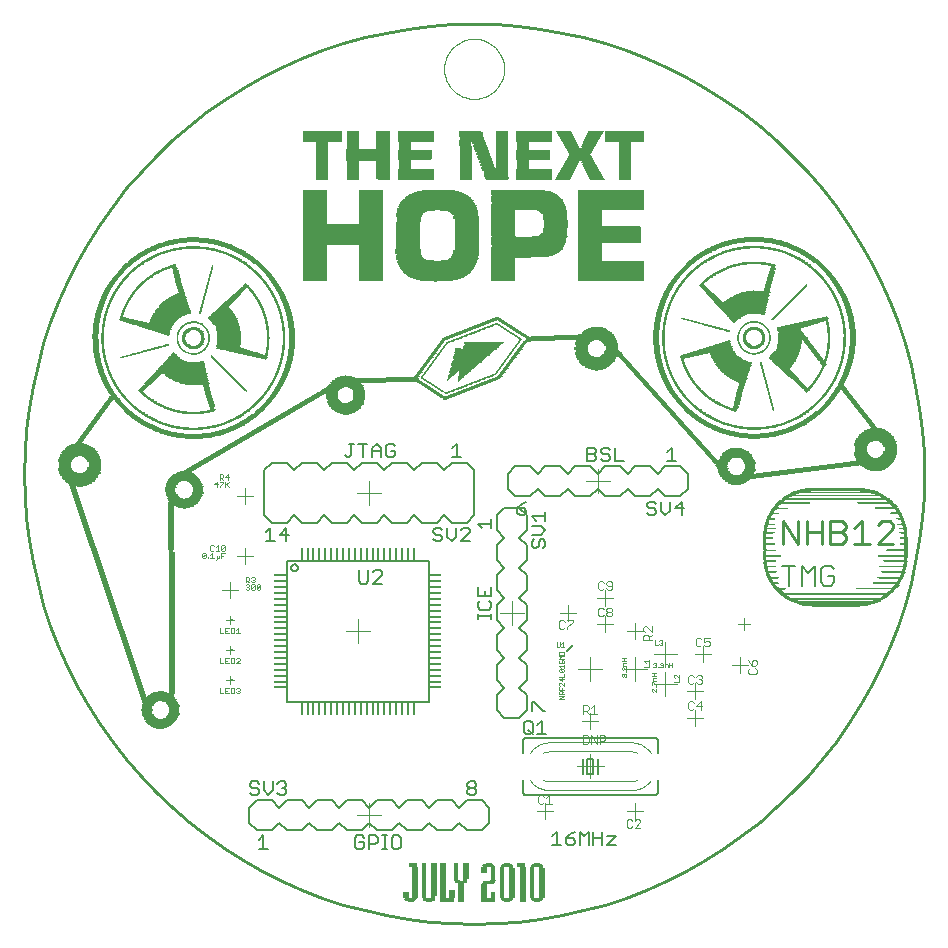
<source format=gto>
G75*
G70*
%OFA0B0*%
%FSLAX24Y24*%
%IPPOS*%
%LPD*%
%AMOC8*
5,1,8,0,0,1.08239X$1,22.5*
%
%ADD10C,0.0060*%
%ADD11C,0.0090*%
%ADD12C,0.0100*%
%ADD13C,0.0000*%
%ADD14R,0.0233X0.0033*%
%ADD15R,0.0467X0.0033*%
%ADD16R,0.0167X0.0033*%
%ADD17R,0.0467X0.0033*%
%ADD18R,0.0167X0.0033*%
%ADD19R,0.0333X0.0033*%
%ADD20R,0.0367X0.0033*%
%ADD21R,0.0333X0.0033*%
%ADD22R,0.0400X0.0033*%
%ADD23R,0.0467X0.0033*%
%ADD24R,0.0167X0.0033*%
%ADD25R,0.0467X0.0033*%
%ADD26R,0.0167X0.0033*%
%ADD27R,0.0433X0.0033*%
%ADD28R,0.0133X0.0033*%
%ADD29R,0.0133X0.0033*%
%ADD30R,0.0233X0.0033*%
%ADD31R,0.0433X0.0033*%
%ADD32R,0.0367X0.0033*%
%ADD33R,0.0433X0.0033*%
%ADD34R,0.0133X0.0033*%
%ADD35R,0.0133X0.0033*%
%ADD36R,0.0267X0.0033*%
%ADD37R,0.0433X0.0033*%
%ADD38R,0.0267X0.0033*%
%ADD39R,0.0400X0.0033*%
%ADD40R,0.0233X0.0033*%
%ADD41R,0.0600X0.0033*%
%ADD42R,0.0700X0.0033*%
%ADD43R,0.0800X0.0033*%
%ADD44R,0.0867X0.0033*%
%ADD45R,0.0933X0.0033*%
%ADD46R,0.1000X0.0033*%
%ADD47R,0.1033X0.0033*%
%ADD48R,0.1100X0.0033*%
%ADD49R,0.0367X0.0033*%
%ADD50R,0.0333X0.0033*%
%ADD51R,0.0367X0.0033*%
%ADD52R,0.0533X0.0033*%
%ADD53R,0.0500X0.0033*%
%ADD54R,0.1133X0.0033*%
%ADD55R,0.1167X0.0033*%
%ADD56R,0.1133X0.0033*%
%ADD57R,0.1133X0.0033*%
%ADD58R,0.0200X0.0033*%
%ADD59R,0.0900X0.0033*%
%ADD60R,0.0867X0.0033*%
%ADD61R,0.0767X0.0033*%
%ADD62R,0.1567X0.0033*%
%ADD63R,0.2200X0.0033*%
%ADD64R,0.2400X0.0033*%
%ADD65R,0.2633X0.0033*%
%ADD66R,0.2833X0.0033*%
%ADD67R,0.2967X0.0033*%
%ADD68R,0.0300X0.0033*%
%ADD69R,0.3200X0.0033*%
%ADD70R,0.3333X0.0033*%
%ADD71R,0.0200X0.0033*%
%ADD72R,0.3667X0.0033*%
%ADD73R,0.3733X0.0033*%
%ADD74R,0.1333X0.0033*%
%ADD75R,0.0267X0.0033*%
%ADD76R,0.0100X0.0033*%
%ADD77R,0.0333X0.0033*%
%ADD78R,0.0833X0.0033*%
%ADD79R,0.0767X0.0033*%
%ADD80R,0.0100X0.0033*%
%ADD81R,0.0767X0.0033*%
%ADD82R,0.0800X0.0033*%
%ADD83R,0.0733X0.0033*%
%ADD84R,0.0700X0.0033*%
%ADD85R,0.0300X0.0033*%
%ADD86R,0.0267X0.0033*%
%ADD87R,0.0533X0.0033*%
%ADD88R,0.0733X0.0033*%
%ADD89R,0.0567X0.0033*%
%ADD90R,0.0667X0.0033*%
%ADD91R,0.0933X0.0033*%
%ADD92R,0.0967X0.0033*%
%ADD93R,0.1233X0.0033*%
%ADD94R,0.1100X0.0033*%
%ADD95R,0.1200X0.0033*%
%ADD96R,0.1033X0.0033*%
%ADD97R,0.1067X0.0033*%
%ADD98R,0.1067X0.0033*%
%ADD99R,0.3633X0.0033*%
%ADD100R,0.0533X0.0033*%
%ADD101R,0.3567X0.0033*%
%ADD102R,0.3267X0.0033*%
%ADD103R,0.2933X0.0033*%
%ADD104R,0.0600X0.0033*%
%ADD105R,0.2567X0.0033*%
%ADD106R,0.2333X0.0033*%
%ADD107R,0.2000X0.0033*%
%ADD108R,0.0633X0.0033*%
%ADD109R,0.0967X0.0033*%
%ADD110R,0.0833X0.0033*%
%ADD111R,0.0900X0.0033*%
%ADD112R,0.1167X0.0033*%
%ADD113R,0.1433X0.0033*%
%ADD114R,0.1233X0.0033*%
%ADD115R,0.1733X0.0033*%
%ADD116R,0.1267X0.0033*%
%ADD117R,0.2000X0.0033*%
%ADD118R,0.1300X0.0033*%
%ADD119R,0.1633X0.0033*%
%ADD120R,0.1367X0.0033*%
%ADD121R,0.1300X0.0033*%
%ADD122R,0.0567X0.0033*%
%ADD123R,0.0500X0.0033*%
%ADD124R,0.1333X0.0033*%
%ADD125R,0.1333X0.0033*%
%ADD126R,0.0567X0.0033*%
%ADD127R,0.2133X0.0033*%
%ADD128R,0.1900X0.0033*%
%ADD129R,0.1667X0.0033*%
%ADD130R,0.0567X0.0033*%
%ADD131R,0.1467X0.0033*%
%ADD132R,0.0633X0.0033*%
%ADD133R,0.0233X0.0033*%
%ADD134R,0.1033X0.0033*%
%ADD135R,0.0533X0.0033*%
%ADD136R,0.1233X0.0033*%
%ADD137R,0.1200X0.0033*%
%ADD138R,0.0633X0.0033*%
%ADD139R,0.1167X0.0033*%
%ADD140R,0.1033X0.0033*%
%ADD141R,0.1467X0.0033*%
%ADD142R,0.1367X0.0033*%
%ADD143R,0.1767X0.0033*%
%ADD144R,0.1967X0.0033*%
%ADD145R,0.1900X0.0033*%
%ADD146R,0.0867X0.0033*%
%ADD147R,0.0667X0.0033*%
%ADD148R,0.1000X0.0033*%
%ADD149R,0.0733X0.0033*%
%ADD150R,0.0067X0.0033*%
%ADD151R,0.0033X0.0033*%
%ADD152R,0.0067X0.0033*%
%ADD153R,0.0967X0.0033*%
%ADD154R,0.0067X0.0033*%
%ADD155R,0.1067X0.0033*%
%ADD156R,0.0033X0.0033*%
%ADD157R,0.1167X0.0033*%
%ADD158R,0.0067X0.0033*%
%ADD159R,0.0033X0.0033*%
%ADD160R,0.0033X0.0033*%
%ADD161R,0.1867X0.0033*%
%ADD162R,0.3033X0.0033*%
%ADD163R,0.2933X0.0033*%
%ADD164R,0.1233X0.0033*%
%ADD165R,0.2833X0.0033*%
%ADD166R,0.2767X0.0033*%
%ADD167R,0.1067X0.0033*%
%ADD168R,0.0633X0.0033*%
%ADD169R,0.1367X0.0033*%
%ADD170R,0.1400X0.0033*%
%ADD171R,0.1433X0.0033*%
%ADD172R,0.1767X0.0033*%
%ADD173R,0.0833X0.0033*%
%ADD174R,0.1700X0.0033*%
%ADD175R,0.1667X0.0033*%
%ADD176R,0.0933X0.0033*%
%ADD177R,0.1567X0.0033*%
%ADD178R,0.1533X0.0033*%
%ADD179R,0.1500X0.0033*%
%ADD180R,0.1467X0.0033*%
%ADD181R,0.1433X0.0033*%
%ADD182R,0.0933X0.0033*%
%ADD183R,0.0967X0.0033*%
%ADD184R,0.1267X0.0033*%
%ADD185R,0.0867X0.0033*%
%ADD186R,0.0733X0.0033*%
%ADD187R,0.1267X0.0033*%
%ADD188R,0.0833X0.0033*%
%ADD189R,0.3033X0.0033*%
%ADD190R,0.3033X0.0033*%
%ADD191R,0.2767X0.0033*%
%ADD192R,0.1500X0.0033*%
%ADD193R,0.0767X0.0033*%
%ADD194R,0.0667X0.0033*%
%ADD195R,0.1400X0.0033*%
%ADD196R,0.1467X0.0033*%
%ADD197R,0.1533X0.0033*%
%ADD198R,0.1600X0.0033*%
%ADD199R,0.1733X0.0033*%
%ADD200R,0.1767X0.0033*%
%ADD201R,0.1367X0.0033*%
%ADD202R,0.2200X0.0033*%
%ADD203R,0.1633X0.0033*%
%ADD204R,0.1800X0.0033*%
%ADD205R,0.2067X0.0033*%
%ADD206R,0.2267X0.0033*%
%ADD207R,0.2267X0.0033*%
%ADD208R,0.2400X0.0033*%
%ADD209R,0.2467X0.0033*%
%ADD210R,0.2533X0.0033*%
%ADD211R,0.2533X0.0033*%
%ADD212R,0.2600X0.0033*%
%ADD213R,0.2600X0.0033*%
%ADD214R,0.2667X0.0033*%
%ADD215R,0.1933X0.0033*%
%ADD216R,0.2067X0.0033*%
%ADD217R,0.2267X0.0033*%
%ADD218R,0.2300X0.0033*%
%ADD219R,0.2367X0.0033*%
%ADD220R,0.2433X0.0033*%
%ADD221R,0.2433X0.0033*%
%ADD222R,0.2467X0.0033*%
%ADD223R,0.2667X0.0033*%
%ADD224R,0.2500X0.0033*%
%ADD225R,0.2100X0.0033*%
%ADD226R,0.2500X0.0033*%
%ADD227R,0.2100X0.0033*%
%ADD228R,0.2167X0.0033*%
%ADD229R,0.2167X0.0033*%
%ADD230R,0.2633X0.0033*%
%ADD231R,0.2567X0.0033*%
%ADD232R,0.2367X0.0033*%
%ADD233R,0.2300X0.0033*%
%ADD234R,0.2233X0.0033*%
%ADD235R,0.2167X0.0033*%
%ADD236R,0.1967X0.0033*%
%ADD237R,0.2133X0.0033*%
%ADD238C,0.0020*%
%ADD239C,0.0010*%
%ADD240C,0.0050*%
%ADD241C,0.0080*%
%ADD242R,0.0110X0.0413*%
%ADD243R,0.0413X0.0110*%
%ADD244R,0.0098X0.0098*%
D10*
X008056Y003840D02*
X008306Y003590D01*
X008806Y003590D01*
X009056Y003840D01*
X009306Y003590D01*
X009806Y003590D01*
X010056Y003840D01*
X010306Y003590D01*
X010806Y003590D01*
X011056Y003840D01*
X011306Y003590D01*
X011806Y003590D01*
X012056Y003840D01*
X012306Y003590D01*
X012806Y003590D01*
X013056Y003840D01*
X013306Y003590D01*
X013806Y003590D01*
X014056Y003840D01*
X014306Y003590D01*
X014806Y003590D01*
X015056Y003840D01*
X015306Y003590D01*
X015806Y003590D01*
X016056Y003840D01*
X016056Y004340D01*
X015806Y004590D01*
X015306Y004590D01*
X015056Y004340D01*
X014806Y004590D01*
X014306Y004590D01*
X014056Y004340D01*
X013806Y004590D01*
X013306Y004590D01*
X013056Y004340D01*
X012806Y004590D01*
X012306Y004590D01*
X012056Y004340D01*
X011806Y004590D01*
X011306Y004590D01*
X011056Y004340D01*
X010806Y004590D01*
X010306Y004590D01*
X010056Y004340D01*
X009806Y004590D01*
X009306Y004590D01*
X009056Y004340D01*
X008806Y004590D01*
X008306Y004590D01*
X008056Y004340D01*
X008056Y003840D01*
X016306Y007590D02*
X016556Y007340D01*
X017056Y007340D01*
X017306Y007590D01*
X017306Y008090D01*
X017056Y008340D01*
X017306Y008590D01*
X017306Y009090D01*
X017056Y009340D01*
X017306Y009590D01*
X017306Y010090D01*
X017056Y010340D01*
X017306Y010590D01*
X017306Y011090D01*
X017056Y011340D01*
X017306Y011590D01*
X017306Y012090D01*
X017056Y012340D01*
X017306Y012590D01*
X017306Y013090D01*
X017056Y013340D01*
X017306Y013590D01*
X017306Y014090D01*
X017056Y014340D01*
X016556Y014340D01*
X016306Y014090D01*
X016306Y013590D01*
X016556Y013340D01*
X016306Y013090D01*
X016306Y012590D01*
X016556Y012340D01*
X016306Y012090D01*
X016306Y011590D01*
X016556Y011340D01*
X016306Y011090D01*
X016306Y010590D01*
X016556Y010340D01*
X016306Y010090D01*
X016306Y009590D01*
X016556Y009340D01*
X016306Y009090D01*
X016306Y008590D01*
X016556Y008340D01*
X016306Y008090D01*
X016306Y007590D01*
X017281Y006665D02*
X021581Y006665D01*
X021598Y006663D01*
X021615Y006659D01*
X021631Y006652D01*
X021645Y006642D01*
X021658Y006629D01*
X021668Y006615D01*
X021675Y006599D01*
X021679Y006582D01*
X021681Y006565D01*
X021681Y006165D01*
X021681Y005265D02*
X021681Y004865D01*
X021679Y004848D01*
X021675Y004831D01*
X021668Y004815D01*
X021658Y004801D01*
X021645Y004788D01*
X021631Y004778D01*
X021615Y004771D01*
X021598Y004767D01*
X021581Y004765D01*
X017281Y004765D01*
X017264Y004767D01*
X017247Y004771D01*
X017231Y004778D01*
X017217Y004788D01*
X017204Y004801D01*
X017194Y004815D01*
X017187Y004831D01*
X017183Y004848D01*
X017181Y004865D01*
X017181Y005265D01*
X017181Y006165D02*
X017181Y006565D01*
X017183Y006582D01*
X017187Y006599D01*
X017194Y006615D01*
X017204Y006629D01*
X017217Y006642D01*
X017231Y006652D01*
X017247Y006659D01*
X017264Y006663D01*
X017281Y006665D01*
X019181Y005965D02*
X019181Y005715D01*
X019181Y005465D01*
X019331Y005465D02*
X019531Y005465D01*
X019531Y005965D01*
X019331Y005965D01*
X019331Y005465D01*
X019681Y005465D02*
X019681Y005715D01*
X019681Y005965D01*
X026049Y011745D02*
X026049Y012386D01*
X025836Y012386D02*
X026263Y012386D01*
X026480Y012386D02*
X026694Y012172D01*
X026907Y012386D01*
X026907Y011745D01*
X027125Y011852D02*
X027232Y011745D01*
X027445Y011745D01*
X027552Y011852D01*
X027552Y012066D01*
X027338Y012066D01*
X027125Y012279D02*
X027125Y011852D01*
X027125Y012279D02*
X027232Y012386D01*
X027445Y012386D01*
X027552Y012279D01*
X026480Y012386D02*
X026480Y011745D01*
X022681Y014965D02*
X022431Y014715D01*
X021931Y014715D01*
X021681Y014965D01*
X021431Y014715D01*
X020931Y014715D01*
X020681Y014965D01*
X020431Y014715D01*
X019931Y014715D01*
X019681Y014965D01*
X019431Y014715D01*
X018931Y014715D01*
X018681Y014965D01*
X018431Y014715D01*
X017931Y014715D01*
X017681Y014965D01*
X017431Y014715D01*
X016931Y014715D01*
X016681Y014965D01*
X016681Y015465D01*
X016931Y015715D01*
X017431Y015715D01*
X017681Y015465D01*
X017931Y015715D01*
X018431Y015715D01*
X018681Y015465D01*
X018931Y015715D01*
X019431Y015715D01*
X019681Y015465D01*
X019931Y015715D01*
X020431Y015715D01*
X020681Y015465D01*
X020931Y015715D01*
X021431Y015715D01*
X021681Y015465D01*
X021931Y015715D01*
X022431Y015715D01*
X022681Y015465D01*
X022681Y014965D01*
X015556Y015590D02*
X015556Y014090D01*
X015306Y013840D01*
X014806Y013840D01*
X014556Y014090D01*
X014306Y013840D01*
X013806Y013840D01*
X013556Y014090D01*
X013306Y013840D01*
X012806Y013840D01*
X012556Y014090D01*
X012306Y013840D01*
X011806Y013840D01*
X011556Y014090D01*
X011306Y013840D01*
X010806Y013840D01*
X010556Y014090D01*
X010306Y013840D01*
X009806Y013840D01*
X009556Y014090D01*
X009306Y013840D01*
X008806Y013840D01*
X008556Y014090D01*
X008556Y015590D01*
X008806Y015840D01*
X009306Y015840D01*
X009556Y015590D01*
X009806Y015840D01*
X010306Y015840D01*
X010556Y015590D01*
X010806Y015840D01*
X011306Y015840D01*
X011556Y015590D01*
X011806Y015840D01*
X012306Y015840D01*
X012556Y015590D01*
X012806Y015840D01*
X013306Y015840D01*
X013556Y015590D01*
X013806Y015840D01*
X014306Y015840D01*
X014556Y015590D01*
X014806Y015840D01*
X015306Y015840D01*
X015556Y015590D01*
D11*
X025851Y013906D02*
X025851Y013135D01*
X026365Y013135D02*
X026365Y013906D01*
X026643Y013906D02*
X026643Y013135D01*
X026365Y013135D02*
X025851Y013906D01*
X026643Y013521D02*
X027156Y013521D01*
X027434Y013521D02*
X027820Y013521D01*
X027948Y013392D01*
X027948Y013264D01*
X027820Y013135D01*
X027434Y013135D01*
X027434Y013906D01*
X027820Y013906D01*
X027948Y013778D01*
X027948Y013649D01*
X027820Y013521D01*
X028226Y013649D02*
X028483Y013906D01*
X028483Y013135D01*
X028226Y013135D02*
X028740Y013135D01*
X029018Y013135D02*
X029532Y013649D01*
X029532Y013778D01*
X029404Y013906D01*
X029147Y013906D01*
X029018Y013778D01*
X029018Y013135D02*
X029532Y013135D01*
X027156Y013135D02*
X027156Y013906D01*
D12*
X000556Y015465D02*
X000574Y016201D01*
X000628Y016935D01*
X000718Y017666D01*
X000844Y018391D01*
X001006Y019110D01*
X001202Y019819D01*
X001433Y020518D01*
X001698Y021205D01*
X001996Y021878D01*
X002327Y022536D01*
X002690Y023177D01*
X003084Y023799D01*
X003508Y024400D01*
X003961Y024981D01*
X004442Y025538D01*
X004949Y026072D01*
X005483Y026579D01*
X006040Y027060D01*
X006621Y027513D01*
X007222Y027937D01*
X007844Y028331D01*
X008485Y028694D01*
X009143Y029025D01*
X009816Y029323D01*
X010503Y029588D01*
X011202Y029819D01*
X011911Y030015D01*
X012630Y030177D01*
X013355Y030303D01*
X014086Y030393D01*
X014820Y030447D01*
X015556Y030465D01*
X016292Y030447D01*
X017026Y030393D01*
X017757Y030303D01*
X018482Y030177D01*
X019201Y030015D01*
X019910Y029819D01*
X020609Y029588D01*
X021296Y029323D01*
X021969Y029025D01*
X022627Y028694D01*
X023268Y028331D01*
X023890Y027937D01*
X024491Y027513D01*
X025072Y027060D01*
X025629Y026579D01*
X026163Y026072D01*
X026670Y025538D01*
X027151Y024981D01*
X027604Y024400D01*
X028028Y023799D01*
X028422Y023177D01*
X028785Y022536D01*
X029116Y021878D01*
X029414Y021205D01*
X029679Y020518D01*
X029910Y019819D01*
X030106Y019110D01*
X030268Y018391D01*
X030394Y017666D01*
X030484Y016935D01*
X030538Y016201D01*
X030556Y015465D01*
X030538Y014729D01*
X030484Y013995D01*
X030394Y013264D01*
X030268Y012539D01*
X030106Y011820D01*
X029910Y011111D01*
X029679Y010412D01*
X029414Y009725D01*
X029116Y009052D01*
X028785Y008394D01*
X028422Y007753D01*
X028028Y007131D01*
X027604Y006530D01*
X027151Y005949D01*
X026670Y005392D01*
X026163Y004858D01*
X025629Y004351D01*
X025072Y003870D01*
X024491Y003417D01*
X023890Y002993D01*
X023268Y002599D01*
X022627Y002236D01*
X021969Y001905D01*
X021296Y001607D01*
X020609Y001342D01*
X019910Y001111D01*
X019201Y000915D01*
X018482Y000753D01*
X017757Y000627D01*
X017026Y000537D01*
X016292Y000483D01*
X015556Y000465D01*
X014820Y000483D01*
X014086Y000537D01*
X013355Y000627D01*
X012630Y000753D01*
X011911Y000915D01*
X011202Y001111D01*
X010503Y001342D01*
X009816Y001607D01*
X009143Y001905D01*
X008485Y002236D01*
X007844Y002599D01*
X007222Y002993D01*
X006621Y003417D01*
X006040Y003870D01*
X005483Y004351D01*
X004949Y004858D01*
X004442Y005392D01*
X003961Y005949D01*
X003508Y006530D01*
X003084Y007131D01*
X002690Y007753D01*
X002327Y008394D01*
X001996Y009052D01*
X001698Y009725D01*
X001433Y010412D01*
X001202Y011111D01*
X001006Y011820D01*
X000844Y012539D01*
X000718Y013264D01*
X000628Y013995D01*
X000574Y014729D01*
X000556Y015465D01*
D13*
X007162Y011590D02*
X007700Y011590D01*
X007431Y011322D02*
X007431Y011859D01*
X007931Y012447D02*
X007931Y012984D01*
X007662Y012715D02*
X008200Y012715D01*
X007931Y014447D02*
X007931Y014984D01*
X007662Y014715D02*
X008200Y014715D01*
X011656Y014840D02*
X012456Y014840D01*
X012056Y014440D02*
X012056Y015240D01*
X016406Y010840D02*
X017206Y010840D01*
X016806Y010440D02*
X016806Y011240D01*
X018412Y010840D02*
X018950Y010840D01*
X018681Y010572D02*
X018681Y011109D01*
X019662Y011340D02*
X020200Y011340D01*
X019931Y011072D02*
X019931Y011609D01*
X019931Y010734D02*
X019931Y010197D01*
X019662Y010465D02*
X020200Y010465D01*
X020662Y010215D02*
X021200Y010215D01*
X020931Y009947D02*
X020931Y010484D01*
X021931Y009855D02*
X021931Y009076D01*
X021931Y008855D02*
X021931Y008076D01*
X021541Y008465D02*
X022320Y008465D01*
X022662Y008215D02*
X023200Y008215D01*
X022931Y007947D02*
X022931Y008484D01*
X023181Y009197D02*
X023181Y009734D01*
X022912Y009465D02*
X023450Y009465D01*
X024162Y009090D02*
X024700Y009090D01*
X024431Y008822D02*
X024431Y009359D01*
X024556Y010264D02*
X024556Y010667D01*
X024757Y010465D02*
X024354Y010465D01*
X022320Y009465D02*
X021541Y009465D01*
X021320Y008965D02*
X020541Y008965D01*
X020931Y008576D02*
X020931Y009355D01*
X019831Y008965D02*
X019031Y008965D01*
X019431Y008565D02*
X019431Y009365D01*
X019431Y007484D02*
X019431Y006947D01*
X019162Y007215D02*
X019700Y007215D01*
X019431Y006115D02*
X019431Y005315D01*
X019031Y005715D02*
X019831Y005715D01*
X020931Y004484D02*
X020931Y003947D01*
X020662Y004215D02*
X021200Y004215D01*
X018200Y004215D02*
X017662Y004215D01*
X017931Y003947D02*
X017931Y004484D01*
X022662Y007340D02*
X023200Y007340D01*
X022931Y007072D02*
X022931Y007609D01*
X019681Y014815D02*
X019681Y015615D01*
X019281Y015215D02*
X020081Y015215D01*
X012081Y010215D02*
X011281Y010215D01*
X011681Y009815D02*
X011681Y010615D01*
X007565Y010590D02*
X007296Y010590D01*
X007431Y010456D02*
X007431Y010725D01*
X007431Y009725D02*
X007431Y009456D01*
X007565Y009590D02*
X007296Y009590D01*
X007431Y008725D02*
X007431Y008456D01*
X007565Y008590D02*
X007296Y008590D01*
X011656Y004090D02*
X012456Y004090D01*
X012056Y003690D02*
X012056Y004490D01*
X014556Y028965D02*
X014558Y029028D01*
X014564Y029090D01*
X014574Y029152D01*
X014587Y029214D01*
X014605Y029274D01*
X014626Y029333D01*
X014651Y029391D01*
X014680Y029447D01*
X014712Y029501D01*
X014747Y029553D01*
X014785Y029602D01*
X014827Y029650D01*
X014871Y029694D01*
X014919Y029736D01*
X014968Y029774D01*
X015020Y029809D01*
X015074Y029841D01*
X015130Y029870D01*
X015188Y029895D01*
X015247Y029916D01*
X015307Y029934D01*
X015369Y029947D01*
X015431Y029957D01*
X015493Y029963D01*
X015556Y029965D01*
X015619Y029963D01*
X015681Y029957D01*
X015743Y029947D01*
X015805Y029934D01*
X015865Y029916D01*
X015924Y029895D01*
X015982Y029870D01*
X016038Y029841D01*
X016092Y029809D01*
X016144Y029774D01*
X016193Y029736D01*
X016241Y029694D01*
X016285Y029650D01*
X016327Y029602D01*
X016365Y029553D01*
X016400Y029501D01*
X016432Y029447D01*
X016461Y029391D01*
X016486Y029333D01*
X016507Y029274D01*
X016525Y029214D01*
X016538Y029152D01*
X016548Y029090D01*
X016554Y029028D01*
X016556Y028965D01*
X016554Y028902D01*
X016548Y028840D01*
X016538Y028778D01*
X016525Y028716D01*
X016507Y028656D01*
X016486Y028597D01*
X016461Y028539D01*
X016432Y028483D01*
X016400Y028429D01*
X016365Y028377D01*
X016327Y028328D01*
X016285Y028280D01*
X016241Y028236D01*
X016193Y028194D01*
X016144Y028156D01*
X016092Y028121D01*
X016038Y028089D01*
X015982Y028060D01*
X015924Y028035D01*
X015865Y028014D01*
X015805Y027996D01*
X015743Y027983D01*
X015681Y027973D01*
X015619Y027967D01*
X015556Y027965D01*
X015493Y027967D01*
X015431Y027973D01*
X015369Y027983D01*
X015307Y027996D01*
X015247Y028014D01*
X015188Y028035D01*
X015130Y028060D01*
X015074Y028089D01*
X015020Y028121D01*
X014968Y028156D01*
X014919Y028194D01*
X014871Y028236D01*
X014827Y028280D01*
X014785Y028328D01*
X014747Y028377D01*
X014712Y028429D01*
X014680Y028483D01*
X014651Y028539D01*
X014626Y028597D01*
X014605Y028656D01*
X014587Y028716D01*
X014574Y028778D01*
X014564Y028840D01*
X014558Y028902D01*
X014556Y028965D01*
D14*
X008381Y022440D03*
X008481Y022340D03*
X008581Y022240D03*
X008681Y022140D03*
X008781Y022007D03*
X007947Y021707D03*
X007747Y021540D03*
X007447Y022740D03*
X007281Y022807D03*
X005747Y021707D03*
X005781Y021607D03*
X005781Y021540D03*
X006381Y020240D03*
X005547Y019407D03*
X005281Y019740D03*
X004547Y019540D03*
X004181Y019440D03*
X004047Y019407D03*
X004681Y018440D03*
X003947Y017607D03*
X003847Y017707D03*
X003681Y017907D03*
X003147Y017540D03*
X002981Y017307D03*
X006681Y018207D03*
X006647Y018340D03*
X008347Y017507D03*
X008481Y017640D03*
X008547Y017707D03*
X008581Y017740D03*
X008647Y017807D03*
X008681Y017840D03*
X008847Y018040D03*
X011281Y017440D03*
X013881Y018440D03*
X014847Y018807D03*
X017181Y020107D03*
X017281Y020040D03*
X020581Y019240D03*
X020681Y019140D03*
X020847Y018940D03*
X020881Y018907D03*
X020947Y018840D03*
X020981Y018807D03*
X021147Y018607D03*
X021247Y018507D03*
X021381Y018340D03*
X021481Y018240D03*
X021581Y018140D03*
X021681Y018007D03*
X021747Y017940D03*
X021781Y017907D03*
X021847Y017840D03*
X021881Y017807D03*
X022047Y017607D03*
X022147Y017507D03*
X022281Y017340D03*
X022381Y017240D03*
X022547Y017040D03*
X022581Y017007D03*
X022647Y016940D03*
X022681Y016907D03*
X022747Y016840D03*
X022847Y016707D03*
X022947Y016607D03*
X023047Y016507D03*
X023181Y016340D03*
X023281Y016240D03*
X023447Y016040D03*
X023481Y016007D03*
X023547Y015940D03*
X022647Y017607D03*
X022547Y017707D03*
X022381Y017907D03*
X022347Y017940D03*
X024447Y018307D03*
X024481Y018407D03*
X024481Y018440D03*
X025881Y017140D03*
X027147Y017607D03*
X027181Y017640D03*
X027247Y017707D03*
X027281Y017740D03*
X027347Y017807D03*
X027447Y017940D03*
X027647Y018207D03*
X027781Y018407D03*
X027947Y018207D03*
X028081Y018040D03*
X028181Y017907D03*
X028547Y017440D03*
X028581Y017407D03*
X027181Y019207D03*
X027081Y019307D03*
X026981Y019440D03*
X026781Y019707D03*
X026281Y018607D03*
X026347Y018540D03*
X026381Y018507D03*
X026447Y018440D03*
X026481Y018407D03*
X026547Y018340D03*
X023981Y020240D03*
X023247Y020440D03*
X022981Y020507D03*
X022881Y020540D03*
X023381Y021507D03*
X023347Y021540D03*
X024047Y022340D03*
X023881Y022840D03*
X023781Y022807D03*
X022681Y022407D03*
X022581Y022307D03*
X022481Y022207D03*
X027081Y022440D03*
X027181Y022340D03*
X027281Y022240D03*
X027381Y022140D03*
X027481Y022007D03*
X029181Y014707D03*
X029781Y013940D03*
X017647Y001207D03*
X016647Y001207D03*
X014047Y001207D03*
X013447Y001207D03*
X003581Y021940D03*
X003747Y022140D03*
X003881Y022307D03*
D15*
X007364Y023040D03*
X011664Y018307D03*
X006664Y017540D03*
X005764Y017540D03*
X005564Y015207D03*
X015964Y025840D03*
X015864Y026107D03*
X015864Y026140D03*
X015764Y026407D03*
X018664Y025540D03*
X018764Y025707D03*
X018764Y025740D03*
X019364Y025840D03*
X019464Y025640D03*
X018764Y026507D03*
X025364Y022440D03*
X026064Y016940D03*
X023964Y015440D03*
X028464Y016140D03*
X028464Y016407D03*
X028464Y016440D03*
X019164Y019507D03*
X014664Y001307D03*
X014664Y001240D03*
X014664Y001207D03*
D16*
X014514Y001340D03*
X014514Y001407D03*
X014514Y001440D03*
X014514Y001507D03*
X014514Y001540D03*
X014514Y001607D03*
X014514Y001640D03*
X014514Y001707D03*
X014514Y001740D03*
X014514Y001807D03*
X014514Y001840D03*
X014514Y001907D03*
X014514Y001940D03*
X014514Y002007D03*
X014514Y002040D03*
X014514Y002107D03*
X014514Y002140D03*
X014514Y002207D03*
X014514Y002240D03*
X014514Y002307D03*
X014514Y002340D03*
X014514Y002407D03*
X014514Y002440D03*
X014214Y002440D03*
X014214Y002407D03*
X014214Y002340D03*
X014214Y002307D03*
X014214Y002240D03*
X014214Y002207D03*
X014214Y002140D03*
X014214Y002107D03*
X014214Y002040D03*
X014214Y002007D03*
X014214Y001940D03*
X014214Y001907D03*
X014214Y001840D03*
X014214Y001807D03*
X014214Y001740D03*
X014214Y001707D03*
X014214Y001640D03*
X014214Y001607D03*
X014214Y001540D03*
X014214Y001507D03*
X014214Y001440D03*
X014214Y001407D03*
X014814Y001407D03*
X014814Y001440D03*
X014814Y001507D03*
X014814Y001540D03*
X014814Y001340D03*
X015114Y001340D03*
X015114Y001307D03*
X015114Y001240D03*
X015114Y001207D03*
X015114Y001407D03*
X015114Y001440D03*
X015114Y001507D03*
X015114Y001540D03*
X015114Y001607D03*
X015114Y001640D03*
X015114Y001707D03*
X015114Y001740D03*
X016814Y001740D03*
X016814Y001707D03*
X016814Y001640D03*
X016814Y001607D03*
X016814Y001540D03*
X016814Y001507D03*
X016814Y001440D03*
X016814Y001407D03*
X016814Y001340D03*
X016814Y001807D03*
X016814Y001840D03*
X016814Y001907D03*
X016814Y001940D03*
X016814Y002007D03*
X016814Y002040D03*
X016814Y002107D03*
X016814Y002140D03*
X016814Y002207D03*
X016814Y002240D03*
X016814Y002307D03*
X017814Y002307D03*
X017814Y002240D03*
X017814Y002207D03*
X017814Y002140D03*
X017814Y002107D03*
X017814Y002040D03*
X017814Y002007D03*
X017814Y001940D03*
X017814Y001907D03*
X017814Y001840D03*
X017814Y001807D03*
X017814Y001740D03*
X017814Y001707D03*
X017814Y001640D03*
X017814Y001607D03*
X017814Y001540D03*
X017814Y001507D03*
X017814Y001440D03*
X017814Y001407D03*
X017814Y001340D03*
X029614Y011707D03*
X029514Y014440D03*
X029414Y014540D03*
X026514Y017440D03*
X026614Y017507D03*
X027914Y018707D03*
X028014Y019007D03*
X028114Y019307D03*
X028114Y019340D03*
X028114Y019407D03*
X027214Y019107D03*
X028114Y020607D03*
X028114Y020640D03*
X028114Y020707D03*
X028014Y021007D03*
X028014Y021040D03*
X027914Y021307D03*
X026414Y022607D03*
X025514Y022307D03*
X025414Y021940D03*
X025414Y021907D03*
X023814Y022240D03*
X023614Y022140D03*
X023414Y022007D03*
X023214Y022507D03*
X021914Y021340D03*
X021814Y021107D03*
X021714Y020807D03*
X021714Y020740D03*
X021714Y020707D03*
X021614Y020207D03*
X021614Y020140D03*
X021614Y020107D03*
X021614Y020040D03*
X021614Y020007D03*
X021614Y019940D03*
X021614Y019907D03*
X021614Y019840D03*
X021614Y019807D03*
X021714Y019240D03*
X021714Y019207D03*
X021814Y018907D03*
X021914Y018640D03*
X022014Y018440D03*
X023514Y017307D03*
X024314Y017807D03*
X024314Y017840D03*
X025614Y014340D03*
X016514Y018840D03*
X016414Y018707D03*
X015814Y018607D03*
X015114Y018340D03*
X014114Y019340D03*
X015214Y020040D03*
X009414Y020607D03*
X009414Y020640D03*
X009414Y020707D03*
X009314Y021007D03*
X009314Y021040D03*
X009114Y021507D03*
X007814Y022540D03*
X007714Y022607D03*
X007514Y022707D03*
X005614Y022240D03*
X005614Y022207D03*
X004714Y022607D03*
X003214Y021340D03*
X003214Y021307D03*
X003114Y021040D03*
X003014Y020740D03*
X003014Y020707D03*
X002914Y020107D03*
X002914Y020040D03*
X002914Y020007D03*
X003014Y019307D03*
X003014Y019240D03*
X003014Y019207D03*
X003114Y018940D03*
X003114Y018907D03*
X003214Y018640D03*
X003314Y018440D03*
X004814Y017307D03*
X005114Y017740D03*
X006814Y017740D03*
X006814Y017707D03*
X007614Y017307D03*
X009314Y018907D03*
X009314Y018940D03*
X009414Y019240D03*
X009414Y019307D03*
X009414Y019340D03*
X006214Y020540D03*
X006014Y019740D03*
X005314Y020107D03*
X002414Y015040D03*
X002214Y014940D03*
X002214Y014907D03*
X002314Y014640D03*
X002314Y014607D03*
X002414Y014340D03*
X002414Y014307D03*
X002514Y014040D03*
X002514Y014007D03*
X002614Y013740D03*
X002614Y013707D03*
X002714Y013440D03*
X002714Y013407D03*
X002814Y013140D03*
X002814Y013107D03*
X002914Y012840D03*
X002914Y012807D03*
X003014Y012540D03*
X003114Y012240D03*
X003214Y011940D03*
X003314Y011640D03*
X003414Y011340D03*
X003514Y011040D03*
X003614Y010740D03*
X003714Y010440D03*
X003814Y010207D03*
X003814Y010140D03*
X003914Y009907D03*
X004014Y009607D03*
X004114Y009307D03*
X004214Y009007D03*
X004314Y008707D03*
X004414Y008407D03*
X004514Y008107D03*
D17*
X004731Y007840D03*
X004797Y007307D03*
X005097Y007007D03*
X005431Y007307D03*
X006231Y015207D03*
X007397Y016940D03*
X007231Y020940D03*
X006197Y023040D03*
X005031Y023040D03*
X002897Y015907D03*
X002897Y015640D03*
X002897Y015607D03*
X001931Y015607D03*
X001931Y015640D03*
X001931Y015907D03*
X012531Y025307D03*
X012531Y025340D03*
X012531Y025407D03*
X012531Y025440D03*
X012531Y025507D03*
X012531Y025540D03*
X012531Y025607D03*
X012531Y025640D03*
X012531Y025707D03*
X012531Y025740D03*
X012531Y025807D03*
X012531Y025840D03*
X012531Y026307D03*
X012531Y026340D03*
X012531Y026407D03*
X012531Y026440D03*
X012531Y026507D03*
X012531Y026540D03*
X012531Y026607D03*
X012531Y026640D03*
X012531Y026707D03*
X012531Y026740D03*
X012531Y026807D03*
X012531Y026840D03*
X015731Y026507D03*
X015797Y026340D03*
X015797Y026307D03*
X015831Y026240D03*
X015831Y026207D03*
X015897Y026040D03*
X015897Y026007D03*
X015931Y025940D03*
X015997Y025740D03*
X018697Y025607D03*
X018797Y025807D03*
X018831Y025840D03*
X018831Y026340D03*
X018797Y026407D03*
X018797Y026440D03*
X018731Y026540D03*
X018697Y026607D03*
X019397Y026440D03*
X019397Y026407D03*
X019431Y026507D03*
X019431Y025740D03*
X019431Y025707D03*
X019497Y025607D03*
X019531Y025540D03*
X019597Y025407D03*
X019631Y025340D03*
X023697Y023040D03*
X024431Y022440D03*
X026097Y023040D03*
X024897Y020507D03*
X024897Y019707D03*
X025931Y019040D03*
X024897Y016940D03*
X023731Y016940D03*
X023797Y015807D03*
X020131Y019740D03*
X019131Y019640D03*
X019131Y019607D03*
X029431Y016407D03*
X029431Y016207D03*
X029431Y016140D03*
X016031Y001307D03*
X016031Y001240D03*
X016031Y001207D03*
D18*
X015881Y001340D03*
X015881Y001407D03*
X015881Y001440D03*
X015881Y001507D03*
X015881Y001540D03*
X015881Y001607D03*
X015881Y001640D03*
X015881Y001707D03*
X015881Y001740D03*
X016181Y001907D03*
X015881Y002207D03*
X015881Y002240D03*
X015881Y002307D03*
X015881Y002340D03*
X015281Y002340D03*
X015281Y002307D03*
X015281Y002240D03*
X015281Y002207D03*
X015281Y002140D03*
X015281Y002107D03*
X015281Y002040D03*
X015281Y002007D03*
X014981Y001907D03*
X015281Y002407D03*
X015281Y002440D03*
X013581Y002340D03*
X013581Y002307D03*
X013581Y002240D03*
X013581Y002207D03*
X013581Y002140D03*
X013581Y002107D03*
X013581Y002040D03*
X013581Y002007D03*
X013581Y001940D03*
X013581Y001907D03*
X013581Y001840D03*
X013581Y001807D03*
X013581Y001740D03*
X013581Y001707D03*
X013581Y001640D03*
X013581Y001607D03*
X013581Y001540D03*
X013581Y001507D03*
X013581Y001440D03*
X013581Y001407D03*
X013581Y001340D03*
X013281Y001340D03*
X013281Y001407D03*
X013281Y001440D03*
X013281Y001507D03*
X017181Y001507D03*
X017181Y001540D03*
X017181Y001607D03*
X017181Y001640D03*
X017181Y001707D03*
X017181Y001740D03*
X017181Y001807D03*
X017181Y001840D03*
X017181Y001907D03*
X017181Y001940D03*
X017181Y002007D03*
X017181Y002040D03*
X017181Y002107D03*
X017181Y002140D03*
X017181Y002207D03*
X017181Y002240D03*
X017181Y002307D03*
X017181Y002340D03*
X017181Y001440D03*
X017181Y001407D03*
X017181Y001340D03*
X017181Y001307D03*
X017181Y001240D03*
X017181Y001207D03*
X025781Y011507D03*
X025747Y011540D03*
X025681Y014440D03*
X025781Y014540D03*
X026281Y017307D03*
X026347Y017340D03*
X026647Y018240D03*
X027881Y018640D03*
X027947Y018807D03*
X027981Y018907D03*
X028047Y019107D03*
X028081Y019207D03*
X028081Y019240D03*
X028147Y019507D03*
X028147Y019540D03*
X028147Y019607D03*
X028147Y019640D03*
X028147Y019707D03*
X028181Y019740D03*
X028181Y019807D03*
X028181Y019840D03*
X028181Y019907D03*
X028181Y019940D03*
X028181Y020007D03*
X028181Y020040D03*
X028181Y020107D03*
X028181Y020140D03*
X028181Y020207D03*
X028181Y020240D03*
X028147Y020307D03*
X028147Y020340D03*
X028147Y020407D03*
X028147Y020440D03*
X028147Y020507D03*
X028081Y020740D03*
X028081Y020807D03*
X028047Y020907D03*
X028047Y020940D03*
X027981Y021107D03*
X027981Y021140D03*
X027947Y021207D03*
X027881Y021340D03*
X027847Y021440D03*
X026681Y022440D03*
X026581Y022507D03*
X025481Y022207D03*
X025481Y022140D03*
X025447Y022040D03*
X023747Y022207D03*
X023447Y022640D03*
X023381Y022607D03*
X022047Y021607D03*
X021947Y021407D03*
X021847Y021207D03*
X021781Y021007D03*
X021747Y020907D03*
X021681Y020640D03*
X021681Y020607D03*
X021681Y020540D03*
X021647Y020507D03*
X021647Y020440D03*
X021647Y020407D03*
X021647Y020340D03*
X021647Y020307D03*
X021647Y019740D03*
X021647Y019707D03*
X021647Y019640D03*
X021647Y019607D03*
X021647Y019540D03*
X021647Y019507D03*
X021681Y019440D03*
X021681Y019407D03*
X021681Y019340D03*
X021681Y019307D03*
X021747Y019140D03*
X021747Y019107D03*
X021781Y019007D03*
X021847Y018807D03*
X021881Y018740D03*
X021881Y018707D03*
X021981Y018507D03*
X023047Y017607D03*
X023181Y017507D03*
X023281Y017440D03*
X023347Y017407D03*
X023447Y017340D03*
X023647Y017840D03*
X023481Y017940D03*
X024281Y017707D03*
X024347Y017907D03*
X024347Y017940D03*
X024381Y018040D03*
X025081Y019507D03*
X024647Y019807D03*
X029547Y014407D03*
X029647Y011740D03*
X017081Y019607D03*
X016881Y019340D03*
X016081Y018707D03*
X015647Y018540D03*
X015547Y018507D03*
X015381Y018440D03*
X015047Y018307D03*
X014781Y018207D03*
X014781Y018740D03*
X013747Y018840D03*
X013647Y018707D03*
X014947Y019940D03*
X015381Y020107D03*
X015481Y020140D03*
X015647Y020207D03*
X015981Y020340D03*
X009481Y020307D03*
X009481Y020240D03*
X009481Y020207D03*
X009481Y020140D03*
X009481Y020107D03*
X009481Y020040D03*
X009481Y020007D03*
X009481Y019940D03*
X009481Y019907D03*
X009481Y019840D03*
X009481Y019807D03*
X009481Y019740D03*
X009481Y019707D03*
X009481Y019640D03*
X009447Y019607D03*
X009447Y019540D03*
X009447Y019507D03*
X009447Y019440D03*
X009447Y019407D03*
X009381Y019207D03*
X009381Y019140D03*
X009347Y019040D03*
X009347Y019007D03*
X009281Y018840D03*
X009247Y018740D03*
X009181Y018607D03*
X009147Y018540D03*
X009081Y018407D03*
X008981Y018240D03*
X007981Y017540D03*
X007781Y017407D03*
X007681Y017340D03*
X006847Y017607D03*
X006781Y017807D03*
X006781Y017840D03*
X006747Y017940D03*
X004981Y017807D03*
X004781Y017940D03*
X004481Y017507D03*
X004581Y017440D03*
X004747Y017340D03*
X003281Y018507D03*
X003181Y018740D03*
X003147Y018807D03*
X003081Y019007D03*
X003081Y019040D03*
X003047Y019107D03*
X003047Y019140D03*
X002981Y019340D03*
X002981Y019407D03*
X002981Y019440D03*
X002947Y019540D03*
X002947Y019607D03*
X002947Y019640D03*
X002947Y019707D03*
X002947Y019740D03*
X002947Y019807D03*
X002947Y019840D03*
X002947Y019907D03*
X002947Y019940D03*
X002947Y020140D03*
X002947Y020207D03*
X002947Y020240D03*
X002947Y020307D03*
X002947Y020340D03*
X002947Y020407D03*
X002947Y020440D03*
X002981Y020507D03*
X002981Y020540D03*
X002981Y020607D03*
X002981Y020640D03*
X003047Y020840D03*
X003081Y020940D03*
X003081Y021007D03*
X003147Y021140D03*
X003181Y021240D03*
X004447Y022440D03*
X004581Y022540D03*
X004947Y022140D03*
X004747Y022007D03*
X005581Y022307D03*
X005647Y022107D03*
X005647Y022040D03*
X005681Y021940D03*
X005981Y020207D03*
X006447Y020207D03*
X005547Y019440D03*
X007647Y022640D03*
X007881Y022507D03*
X009147Y021440D03*
X009247Y021207D03*
X009281Y021140D03*
X009281Y021107D03*
X009347Y020940D03*
X009347Y020907D03*
X009381Y020840D03*
X009381Y020807D03*
X009381Y020740D03*
X009447Y020540D03*
X009447Y020507D03*
X009447Y020440D03*
X009447Y020407D03*
X005447Y014407D03*
X005447Y014340D03*
X005447Y014307D03*
X005447Y014240D03*
X005447Y014207D03*
X005447Y014140D03*
X005447Y014107D03*
X005447Y014040D03*
X005447Y014007D03*
X005447Y013940D03*
X005447Y013907D03*
X005447Y013840D03*
X005447Y013807D03*
X005447Y013740D03*
X005447Y013707D03*
X005447Y013640D03*
X005447Y013607D03*
X005447Y013540D03*
X005447Y013507D03*
X005447Y013440D03*
X005447Y013407D03*
X005447Y013340D03*
X005447Y013307D03*
X005447Y013240D03*
X005447Y013207D03*
X005447Y013140D03*
X005447Y013107D03*
X005447Y013040D03*
X005447Y013007D03*
X005447Y012940D03*
X005481Y012840D03*
X005481Y012807D03*
X005481Y012740D03*
X005481Y012707D03*
X005481Y012640D03*
X005481Y012607D03*
X005481Y012540D03*
X005481Y012507D03*
X005481Y012440D03*
X005481Y012407D03*
X005481Y012340D03*
X005481Y012307D03*
X005481Y012240D03*
X005481Y012207D03*
X005481Y012140D03*
X005481Y012107D03*
X005481Y012040D03*
X005481Y012007D03*
X005481Y011940D03*
X005481Y011907D03*
X005481Y011840D03*
X005481Y011807D03*
X005481Y011740D03*
X005481Y011707D03*
X005481Y011640D03*
X005481Y011607D03*
X005481Y011540D03*
X005481Y011507D03*
X005481Y011440D03*
X005481Y011407D03*
X005481Y011340D03*
X005481Y011307D03*
X005481Y011240D03*
X005481Y011207D03*
X005481Y011140D03*
X005481Y011107D03*
X005481Y011040D03*
X005481Y011007D03*
X005481Y010940D03*
X005481Y010907D03*
X005481Y010840D03*
X005481Y010807D03*
X005481Y010740D03*
X005481Y010707D03*
X005481Y010640D03*
X005481Y010607D03*
X005481Y010540D03*
X005481Y010507D03*
X005481Y010440D03*
X005481Y010407D03*
X005481Y010340D03*
X005481Y010307D03*
X005481Y010240D03*
X005481Y010207D03*
X005481Y010140D03*
X005481Y010107D03*
X005481Y010040D03*
X005481Y010007D03*
X005481Y009940D03*
X005481Y009907D03*
X005481Y009840D03*
X005481Y009807D03*
X005481Y009740D03*
X005481Y009707D03*
X005481Y009640D03*
X005481Y009607D03*
X005481Y009540D03*
X005481Y009507D03*
X005481Y009440D03*
X005481Y009407D03*
X005481Y009340D03*
X005481Y009307D03*
X005481Y009240D03*
X005481Y009207D03*
X005481Y009140D03*
X005481Y009107D03*
X005481Y009040D03*
X005481Y009007D03*
X005481Y008940D03*
X005481Y008907D03*
X005481Y008840D03*
X005481Y008807D03*
X005481Y008740D03*
X005481Y008707D03*
X005481Y008640D03*
X005481Y008607D03*
X005481Y008540D03*
X005481Y008507D03*
X005481Y008440D03*
X005481Y008407D03*
X005481Y008340D03*
X005481Y008307D03*
X005481Y008240D03*
X005481Y008207D03*
X004481Y008207D03*
X004447Y008307D03*
X004381Y008507D03*
X004347Y008607D03*
X004281Y008807D03*
X004247Y008907D03*
X004181Y009107D03*
X004147Y009207D03*
X004081Y009407D03*
X004047Y009507D03*
X003981Y009707D03*
X003947Y009807D03*
X003881Y009940D03*
X003881Y010007D03*
X003847Y010040D03*
X003847Y010107D03*
X003781Y010240D03*
X003747Y010340D03*
X003681Y010540D03*
X003647Y010640D03*
X003581Y010840D03*
X003547Y010940D03*
X003481Y011140D03*
X003447Y011240D03*
X003381Y011440D03*
X003347Y011540D03*
X003281Y011740D03*
X003247Y011840D03*
X003181Y012040D03*
X003147Y012140D03*
X003081Y012340D03*
X003047Y012440D03*
X002981Y012607D03*
X002981Y012640D03*
X002947Y012707D03*
X002947Y012740D03*
X002881Y012907D03*
X002881Y012940D03*
X002847Y013007D03*
X002847Y013040D03*
X002781Y013207D03*
X002781Y013240D03*
X002747Y013307D03*
X002747Y013340D03*
X002681Y013507D03*
X002681Y013540D03*
X002647Y013607D03*
X002647Y013640D03*
X002581Y013807D03*
X002581Y013840D03*
X002547Y013907D03*
X002547Y013940D03*
X002481Y014107D03*
X002481Y014140D03*
X002447Y014207D03*
X002447Y014240D03*
X002381Y014407D03*
X002381Y014440D03*
X002347Y014507D03*
X002347Y014540D03*
X002281Y014707D03*
X002281Y014740D03*
X002247Y014807D03*
X002247Y014840D03*
X002181Y015007D03*
X002181Y015040D03*
D19*
X004597Y017140D03*
X006131Y015607D03*
X006297Y015707D03*
X006331Y015740D03*
X006531Y015840D03*
X006631Y015907D03*
X006697Y015940D03*
X006797Y016007D03*
X007031Y016140D03*
X007131Y016207D03*
X007197Y016240D03*
X007497Y016407D03*
X007531Y016440D03*
X007831Y016607D03*
X007897Y016640D03*
X007997Y016707D03*
X008231Y016840D03*
X008331Y016907D03*
X008397Y016940D03*
X008497Y017007D03*
X008697Y017107D03*
X008731Y017140D03*
X008897Y017240D03*
X009031Y017307D03*
X009097Y017340D03*
X009197Y017407D03*
X009431Y017540D03*
X009531Y017607D03*
X009597Y017640D03*
X009697Y017707D03*
X009931Y017840D03*
X010097Y017940D03*
X010231Y018007D03*
X010397Y018107D03*
X007931Y017207D03*
X007831Y017140D03*
X005431Y014940D03*
X005431Y014907D03*
X007231Y021007D03*
X008031Y022707D03*
X007797Y022840D03*
X004597Y022840D03*
X004531Y022807D03*
X014931Y018107D03*
X015231Y018840D03*
X015797Y018440D03*
X015731Y020407D03*
X022597Y019340D03*
X023131Y017240D03*
X023297Y017140D03*
X024297Y015107D03*
X026497Y017140D03*
X027797Y018340D03*
X026531Y022840D03*
X025697Y022907D03*
X024097Y022907D03*
X023231Y022807D03*
X016031Y002440D03*
X013431Y001240D03*
D20*
X014047Y001240D03*
X005547Y007440D03*
X005547Y007707D03*
X005547Y007740D03*
X004681Y007740D03*
X004647Y007607D03*
X004681Y007440D03*
X004681Y007407D03*
X005481Y014740D03*
X005447Y015007D03*
X005481Y015107D03*
X006347Y015040D03*
X006347Y014840D03*
X006347Y014807D03*
X005547Y017040D03*
X004781Y017040D03*
X004647Y017107D03*
X005547Y019340D03*
X008481Y019340D03*
X007681Y022907D03*
X004747Y022907D03*
X019647Y020340D03*
X023281Y022840D03*
X024247Y022940D03*
X026381Y022907D03*
X027181Y020640D03*
X027781Y018307D03*
X026447Y017107D03*
X024747Y015840D03*
X024747Y015807D03*
X024747Y015607D03*
X023881Y015540D03*
X023847Y015640D03*
X024147Y017640D03*
X024247Y020640D03*
X025381Y013507D03*
X025381Y013140D03*
X025381Y013107D03*
X025747Y011640D03*
D21*
X025764Y011607D03*
X025364Y013307D03*
X025364Y013340D03*
X025564Y014140D03*
X024764Y015640D03*
X024764Y015707D03*
X024764Y015740D03*
X023864Y015607D03*
X023364Y017107D03*
X024464Y018540D03*
X024264Y022407D03*
X028964Y014807D03*
X017664Y002440D03*
X016664Y002440D03*
X016664Y001240D03*
X017664Y001240D03*
X005564Y007507D03*
X005564Y007540D03*
X005564Y007607D03*
X005564Y007640D03*
X004664Y007640D03*
X004664Y007707D03*
X004664Y007540D03*
X004664Y007507D03*
X005464Y014807D03*
X005464Y014840D03*
X005464Y015040D03*
X006364Y015007D03*
X006364Y014940D03*
X006364Y014907D03*
X006164Y015640D03*
X006464Y015807D03*
X006864Y016040D03*
X006964Y016107D03*
X007364Y016340D03*
X007664Y016507D03*
X008064Y016740D03*
X008164Y016807D03*
X008564Y017040D03*
X008864Y017207D03*
X009264Y017440D03*
X009364Y017507D03*
X009764Y017740D03*
X010064Y017907D03*
X007764Y017107D03*
X005764Y021440D03*
X005464Y022907D03*
X006964Y022907D03*
X007864Y022807D03*
X014964Y020107D03*
X015564Y020340D03*
X015964Y018507D03*
D22*
X011731Y018174D03*
X011731Y018074D03*
X011731Y017974D03*
X010831Y017974D03*
X007231Y020974D03*
X007531Y022974D03*
X004864Y022974D03*
X005231Y020174D03*
X004931Y016974D03*
X005531Y015174D03*
X006264Y015174D03*
X005497Y007374D03*
X013431Y001274D03*
X014064Y001274D03*
X016064Y001874D03*
X016664Y001274D03*
X017664Y001274D03*
X023931Y015474D03*
X023431Y017074D03*
X024431Y018574D03*
X024897Y019474D03*
X024897Y019674D03*
X027797Y018274D03*
X026264Y022974D03*
X023531Y022974D03*
X016497Y025674D03*
X015264Y026474D03*
D23*
X015764Y026374D03*
X015964Y025874D03*
X018664Y026674D03*
X018764Y026474D03*
X019364Y026374D03*
X019464Y026574D03*
X019464Y025674D03*
X019564Y025474D03*
X019164Y019774D03*
X019164Y019474D03*
X020164Y019574D03*
X022664Y019374D03*
X028464Y016174D03*
X014664Y001274D03*
X011664Y017874D03*
D24*
X009214Y018674D03*
X009114Y018474D03*
X009314Y018974D03*
X009414Y019274D03*
X009414Y019374D03*
X009414Y020674D03*
X009214Y021274D03*
X009014Y021674D03*
X006414Y020474D03*
X006014Y020474D03*
X005614Y022174D03*
X003114Y021074D03*
X003014Y020774D03*
X003014Y020674D03*
X002914Y020074D03*
X002914Y019974D03*
X003014Y019274D03*
X003114Y018874D03*
X003214Y018674D03*
X003414Y018274D03*
X006814Y017774D03*
X007714Y017374D03*
X002914Y012874D03*
X003014Y012574D03*
X003114Y012274D03*
X003214Y011974D03*
X003314Y011674D03*
X003414Y011374D03*
X003514Y011074D03*
X003614Y010774D03*
X003714Y010474D03*
X003814Y010174D03*
X003914Y009874D03*
X004014Y009574D03*
X004114Y009274D03*
X004214Y008974D03*
X004314Y008674D03*
X004414Y008374D03*
X004514Y008074D03*
X014214Y002474D03*
X014214Y002374D03*
X014214Y002274D03*
X014214Y002174D03*
X014214Y002074D03*
X014214Y001974D03*
X014214Y001874D03*
X014214Y001774D03*
X014214Y001674D03*
X014214Y001574D03*
X014214Y001474D03*
X014514Y001474D03*
X014514Y001574D03*
X014514Y001674D03*
X014514Y001774D03*
X014514Y001874D03*
X014514Y001974D03*
X014514Y002074D03*
X014514Y002174D03*
X014514Y002274D03*
X014514Y002374D03*
X014514Y002474D03*
X015114Y001774D03*
X015114Y001674D03*
X015114Y001574D03*
X015114Y001474D03*
X015114Y001374D03*
X015114Y001274D03*
X014814Y001374D03*
X014814Y001474D03*
X014814Y001574D03*
X014514Y001374D03*
X016814Y001374D03*
X016814Y001474D03*
X016814Y001574D03*
X016814Y001674D03*
X016814Y001774D03*
X016814Y001874D03*
X016814Y001974D03*
X016814Y002074D03*
X016814Y002174D03*
X016814Y002274D03*
X017814Y002274D03*
X017814Y002174D03*
X017814Y002074D03*
X017814Y001974D03*
X017814Y001874D03*
X017814Y001774D03*
X017814Y001674D03*
X017814Y001574D03*
X017814Y001474D03*
X017814Y001374D03*
X025714Y011574D03*
X025614Y011674D03*
X026214Y017274D03*
X026414Y017374D03*
X028014Y018974D03*
X028114Y019374D03*
X028114Y020574D03*
X028114Y020674D03*
X028014Y020974D03*
X027914Y021274D03*
X027714Y021674D03*
X026314Y022674D03*
X025514Y022274D03*
X023514Y022074D03*
X023314Y022574D03*
X021814Y021074D03*
X021714Y020774D03*
X021614Y020174D03*
X021614Y020074D03*
X021614Y019974D03*
X021614Y019874D03*
X021614Y019774D03*
X021714Y019274D03*
X021714Y019174D03*
X021814Y018874D03*
X024014Y019874D03*
X025114Y019774D03*
X024314Y017774D03*
X016614Y018974D03*
X015214Y018374D03*
X015114Y018674D03*
X014214Y019474D03*
X015814Y020274D03*
D25*
X019131Y019674D03*
X020131Y019774D03*
X019497Y025574D03*
X019397Y025774D03*
X018831Y025874D03*
X018797Y025774D03*
X018731Y025674D03*
X018831Y026374D03*
X019431Y026474D03*
X016031Y025674D03*
X015997Y025774D03*
X015931Y025974D03*
X015797Y026274D03*
X015731Y026474D03*
X012531Y026474D03*
X012531Y026574D03*
X012531Y026674D03*
X012531Y026774D03*
X012531Y026874D03*
X012531Y026374D03*
X012531Y025874D03*
X012531Y025774D03*
X012531Y025674D03*
X012531Y025574D03*
X012531Y025474D03*
X012531Y025374D03*
X006197Y020274D03*
X010897Y017874D03*
X002897Y015874D03*
X002897Y015674D03*
X001931Y015874D03*
X005097Y008174D03*
X016031Y001274D03*
X029431Y016174D03*
X029431Y016374D03*
X029397Y016474D03*
X025997Y023074D03*
D26*
X026481Y022574D03*
X025481Y022174D03*
X025447Y022074D03*
X023881Y022274D03*
X023681Y022174D03*
X022081Y021674D03*
X021881Y021274D03*
X021847Y021174D03*
X021781Y020974D03*
X021747Y020874D03*
X021681Y020674D03*
X021681Y020574D03*
X021647Y020474D03*
X021647Y020374D03*
X021647Y020274D03*
X021647Y019674D03*
X021647Y019574D03*
X021681Y019374D03*
X021747Y019074D03*
X021781Y018974D03*
X021947Y018574D03*
X022047Y018374D03*
X023581Y017874D03*
X024281Y017674D03*
X024381Y018074D03*
X024681Y019774D03*
X027847Y018574D03*
X027947Y018774D03*
X027981Y018874D03*
X028047Y019074D03*
X028081Y019174D03*
X028081Y019274D03*
X028147Y019474D03*
X028147Y019574D03*
X028147Y019674D03*
X028181Y019774D03*
X028181Y019874D03*
X028181Y019974D03*
X028181Y020074D03*
X028181Y020174D03*
X028181Y020274D03*
X028147Y020374D03*
X028147Y020474D03*
X028081Y020774D03*
X028047Y020874D03*
X027947Y021174D03*
X027881Y021374D03*
X029381Y014574D03*
X029581Y014374D03*
X029581Y011674D03*
X025547Y014274D03*
X017281Y019874D03*
X016981Y019474D03*
X016081Y020374D03*
X015547Y020174D03*
X015047Y019974D03*
X014781Y019874D03*
X015981Y018674D03*
X014947Y018274D03*
X009447Y019474D03*
X009447Y019574D03*
X009481Y019674D03*
X009481Y019774D03*
X009481Y019874D03*
X009481Y019974D03*
X009481Y020074D03*
X009481Y020174D03*
X009481Y020274D03*
X009447Y020374D03*
X009447Y020474D03*
X009381Y020774D03*
X009181Y021374D03*
X007581Y022674D03*
X005647Y022074D03*
X005681Y021974D03*
X004647Y022574D03*
X003147Y021174D03*
X003081Y020974D03*
X003047Y020874D03*
X002981Y020574D03*
X002947Y020374D03*
X002947Y020274D03*
X002947Y020174D03*
X002947Y019874D03*
X002947Y019774D03*
X002947Y019674D03*
X002947Y019574D03*
X002981Y019474D03*
X002981Y019374D03*
X003047Y019074D03*
X003081Y018974D03*
X003247Y018574D03*
X004881Y017874D03*
X005047Y017774D03*
X004881Y017274D03*
X004681Y017374D03*
X006747Y017974D03*
X006781Y017874D03*
X006447Y019774D03*
X005981Y019774D03*
X005947Y020174D03*
X003847Y020674D03*
X009281Y018874D03*
X009247Y018774D03*
X009347Y019074D03*
X009381Y019174D03*
X005447Y014374D03*
X005447Y014274D03*
X005447Y014174D03*
X005447Y014074D03*
X005447Y013974D03*
X005447Y013874D03*
X005447Y013774D03*
X005447Y013674D03*
X005447Y013574D03*
X005447Y013474D03*
X005447Y013374D03*
X005447Y013274D03*
X005447Y013174D03*
X005447Y013074D03*
X005447Y012974D03*
X005481Y012774D03*
X005481Y012674D03*
X005481Y012574D03*
X005481Y012474D03*
X005481Y012374D03*
X005481Y012274D03*
X005481Y012174D03*
X005481Y012074D03*
X005481Y011974D03*
X005481Y011874D03*
X005481Y011774D03*
X005481Y011674D03*
X005481Y011574D03*
X005481Y011474D03*
X005481Y011374D03*
X005481Y011274D03*
X005481Y011174D03*
X005481Y011074D03*
X005481Y010974D03*
X005481Y010874D03*
X005481Y010774D03*
X005481Y010674D03*
X005481Y010574D03*
X005481Y010474D03*
X005481Y010374D03*
X005481Y010274D03*
X005481Y010174D03*
X005481Y010074D03*
X005481Y009974D03*
X005481Y009874D03*
X005481Y009774D03*
X005481Y009674D03*
X005481Y009574D03*
X005481Y009474D03*
X005481Y009374D03*
X005481Y009274D03*
X005481Y009174D03*
X005481Y009074D03*
X005481Y008974D03*
X005481Y008874D03*
X005481Y008774D03*
X005481Y008674D03*
X005481Y008574D03*
X005481Y008474D03*
X005481Y008374D03*
X005481Y008274D03*
X005481Y008174D03*
X004481Y008174D03*
X004447Y008274D03*
X004381Y008474D03*
X004347Y008574D03*
X004281Y008774D03*
X004247Y008874D03*
X004181Y009074D03*
X004147Y009174D03*
X004081Y009374D03*
X004047Y009474D03*
X003981Y009674D03*
X003947Y009774D03*
X003881Y009974D03*
X003847Y010074D03*
X003781Y010274D03*
X003747Y010374D03*
X003681Y010574D03*
X003647Y010674D03*
X003581Y010874D03*
X003547Y010974D03*
X003481Y011174D03*
X003447Y011274D03*
X003381Y011474D03*
X003347Y011574D03*
X003281Y011774D03*
X003247Y011874D03*
X003181Y012074D03*
X003147Y012174D03*
X003081Y012374D03*
X003047Y012474D03*
X002981Y012674D03*
X002947Y012774D03*
X002881Y012974D03*
X013581Y002274D03*
X013581Y002174D03*
X013581Y002074D03*
X013581Y001974D03*
X013581Y001874D03*
X013581Y001774D03*
X013581Y001674D03*
X013581Y001574D03*
X013581Y001474D03*
X013581Y001374D03*
X013281Y001374D03*
X013281Y001474D03*
X015281Y001974D03*
X015281Y002074D03*
X015281Y002174D03*
X015281Y002274D03*
X015281Y002374D03*
X015281Y002474D03*
X015881Y002274D03*
X015881Y002174D03*
X015881Y001774D03*
X015881Y001674D03*
X015881Y001574D03*
X015881Y001474D03*
X015881Y001374D03*
X017181Y001374D03*
X017181Y001474D03*
X017181Y001574D03*
X017181Y001674D03*
X017181Y001774D03*
X017181Y001874D03*
X017181Y001974D03*
X017181Y002074D03*
X017181Y002174D03*
X017181Y002274D03*
X017181Y001274D03*
D27*
X016647Y001307D03*
X016047Y001840D03*
X017647Y001307D03*
X014047Y001307D03*
X013447Y001307D03*
X005481Y007340D03*
X005481Y007840D03*
X004747Y007340D03*
X003547Y017940D03*
X005547Y019307D03*
X004947Y023007D03*
X006181Y023340D03*
X010481Y025307D03*
X010481Y025340D03*
X010481Y025407D03*
X010481Y025440D03*
X010481Y025507D03*
X010481Y025540D03*
X010481Y025607D03*
X010481Y025640D03*
X010481Y025707D03*
X010481Y025740D03*
X010481Y025807D03*
X010481Y025840D03*
X010481Y025907D03*
X010481Y025940D03*
X010481Y026007D03*
X010481Y026040D03*
X010481Y026107D03*
X010481Y026140D03*
X010481Y026207D03*
X010481Y026240D03*
X010481Y026307D03*
X010481Y026340D03*
X010481Y026407D03*
X010481Y026440D03*
X010481Y026507D03*
X013247Y026507D03*
X013247Y026440D03*
X013247Y026407D03*
X013247Y026340D03*
X013247Y026307D03*
X013247Y025907D03*
X013247Y025840D03*
X013247Y025807D03*
X013247Y025740D03*
X013247Y025707D03*
X013247Y025640D03*
X015281Y025640D03*
X015281Y025607D03*
X015281Y025540D03*
X015281Y025507D03*
X015281Y025440D03*
X015281Y025407D03*
X015281Y025340D03*
X015281Y025307D03*
X015281Y025707D03*
X015281Y025740D03*
X015281Y025807D03*
X015281Y025840D03*
X015281Y025907D03*
X015281Y025940D03*
X015281Y026007D03*
X015281Y026040D03*
X015281Y026107D03*
X015281Y026140D03*
X015281Y026207D03*
X015281Y026240D03*
X015281Y026307D03*
X015281Y026340D03*
X015747Y026440D03*
X015947Y025907D03*
X015981Y025807D03*
X016481Y025807D03*
X016481Y025840D03*
X016481Y025907D03*
X016481Y025940D03*
X016481Y026007D03*
X016481Y026040D03*
X016481Y026107D03*
X016481Y026140D03*
X016481Y026207D03*
X016481Y026240D03*
X016481Y026307D03*
X016481Y026340D03*
X016481Y026407D03*
X016481Y026440D03*
X016481Y026507D03*
X016481Y026540D03*
X016481Y026607D03*
X016481Y026640D03*
X016481Y026707D03*
X016481Y026740D03*
X016481Y026807D03*
X016481Y026840D03*
X017181Y026507D03*
X017181Y026440D03*
X017181Y026407D03*
X017181Y026340D03*
X017181Y026307D03*
X017181Y025907D03*
X017181Y025840D03*
X017181Y025807D03*
X017181Y025740D03*
X017181Y025707D03*
X017181Y025640D03*
X016481Y025740D03*
X019381Y025807D03*
X019347Y026340D03*
X020581Y026340D03*
X020581Y026307D03*
X020581Y026240D03*
X020581Y026207D03*
X020581Y026140D03*
X020581Y026107D03*
X020581Y026040D03*
X020581Y026007D03*
X020581Y025940D03*
X020581Y025907D03*
X020581Y025840D03*
X020581Y025807D03*
X020581Y025740D03*
X020581Y025707D03*
X020581Y025640D03*
X020581Y025607D03*
X020581Y025540D03*
X020581Y025507D03*
X020581Y025440D03*
X020581Y025407D03*
X020581Y025340D03*
X020581Y025307D03*
X020581Y026407D03*
X020581Y026440D03*
X020581Y026507D03*
X026181Y023007D03*
X020147Y019707D03*
X020147Y019640D03*
X020147Y019607D03*
X019647Y018940D03*
X019147Y019540D03*
X019147Y019707D03*
X019147Y019740D03*
X024881Y016640D03*
X028447Y016340D03*
X028447Y016307D03*
X028447Y016240D03*
X028447Y016207D03*
X029447Y016240D03*
X029447Y016307D03*
X029447Y016340D03*
X011681Y017907D03*
X010881Y017907D03*
X010847Y017940D03*
X011281Y018707D03*
D28*
X013731Y018807D03*
X013797Y018907D03*
X013831Y018940D03*
X013897Y019040D03*
X013931Y019107D03*
X014031Y019207D03*
X014031Y019240D03*
X014097Y019307D03*
X014197Y019440D03*
X014231Y019507D03*
X014297Y019607D03*
X014331Y019640D03*
X014397Y019707D03*
X014397Y019740D03*
X014497Y019840D03*
X014531Y019907D03*
X014697Y019840D03*
X015131Y020007D03*
X015731Y020240D03*
X015897Y020307D03*
X016831Y020140D03*
X017097Y019640D03*
X017031Y019540D03*
X016997Y019507D03*
X016931Y019407D03*
X016797Y019240D03*
X016797Y019207D03*
X016731Y019140D03*
X016697Y019107D03*
X016631Y019007D03*
X016597Y018940D03*
X016497Y018807D03*
X016431Y018740D03*
X015897Y018640D03*
X015297Y018407D03*
X015097Y018640D03*
X014597Y017940D03*
X017231Y019807D03*
X022531Y019307D03*
X023031Y018340D03*
X023131Y018240D03*
X023231Y018140D03*
X023331Y018040D03*
X023397Y018007D03*
X023531Y017907D03*
X023131Y017540D03*
X022997Y017640D03*
X022931Y017707D03*
X022897Y017740D03*
X024297Y017740D03*
X024897Y019440D03*
X024697Y019507D03*
X024631Y019540D03*
X024631Y019840D03*
X024597Y019907D03*
X024597Y020107D03*
X025131Y020207D03*
X025197Y020107D03*
X024231Y020540D03*
X024031Y020207D03*
X022531Y020640D03*
X022431Y021740D03*
X022731Y022107D03*
X022831Y022207D03*
X022997Y022340D03*
X023131Y022440D03*
X023331Y021940D03*
X023297Y021907D03*
X025497Y022240D03*
X025531Y022340D03*
X026531Y022540D03*
X026731Y022407D03*
X026797Y022340D03*
X026931Y022240D03*
X027031Y022140D03*
X027131Y022040D03*
X026797Y017640D03*
X025531Y014240D03*
X025497Y014207D03*
X025397Y014040D03*
X025397Y014007D03*
X025331Y013840D03*
X025331Y013807D03*
X025297Y013740D03*
X025297Y013707D03*
X025297Y012340D03*
X025297Y012307D03*
X025397Y012040D03*
X025431Y011940D03*
X025597Y011707D03*
X029531Y011607D03*
X029831Y012040D03*
X029931Y012407D03*
X029931Y012440D03*
X029931Y013607D03*
X029897Y013740D03*
X029797Y014040D03*
X029697Y014207D03*
X029697Y014240D03*
X017797Y002340D03*
X017497Y002340D03*
X017497Y002307D03*
X017497Y002240D03*
X017497Y002207D03*
X017497Y002140D03*
X017497Y002107D03*
X017497Y002040D03*
X017497Y002007D03*
X017497Y001940D03*
X017497Y001907D03*
X017497Y001840D03*
X017497Y001807D03*
X017497Y001740D03*
X017497Y001707D03*
X017497Y001640D03*
X017497Y001607D03*
X017497Y001540D03*
X017497Y001507D03*
X017497Y001440D03*
X017497Y001407D03*
X017497Y001340D03*
X016497Y001340D03*
X016497Y001407D03*
X016497Y001440D03*
X016497Y001507D03*
X016497Y001540D03*
X016497Y001607D03*
X016497Y001640D03*
X016497Y001707D03*
X016497Y001740D03*
X016497Y001807D03*
X016497Y001840D03*
X016497Y001907D03*
X016497Y001940D03*
X016497Y002007D03*
X016497Y002040D03*
X016497Y002107D03*
X016497Y002140D03*
X016497Y002207D03*
X016497Y002240D03*
X016497Y002307D03*
X016497Y002340D03*
X016197Y002340D03*
X016197Y002307D03*
X016197Y002240D03*
X016197Y002207D03*
X016197Y002140D03*
X016197Y002107D03*
X016197Y002040D03*
X016197Y002007D03*
X016197Y001940D03*
X016197Y001507D03*
X016197Y001440D03*
X016197Y001407D03*
X016197Y001340D03*
X016797Y002340D03*
X014197Y001340D03*
X013897Y001340D03*
X013897Y001407D03*
X013897Y001440D03*
X013897Y001507D03*
X013897Y001540D03*
X013897Y001607D03*
X013897Y001640D03*
X013897Y001707D03*
X013897Y001740D03*
X013897Y001807D03*
X013897Y001840D03*
X013897Y001907D03*
X013897Y001940D03*
X013897Y002007D03*
X013897Y002040D03*
X013897Y002107D03*
X013897Y002140D03*
X013897Y002207D03*
X013897Y002240D03*
X013897Y002307D03*
X013897Y002340D03*
X013897Y002407D03*
X013897Y002440D03*
X007831Y017440D03*
X007931Y017507D03*
X008197Y017707D03*
X008231Y017740D03*
X008297Y017807D03*
X008331Y017840D03*
X008397Y017907D03*
X008431Y017940D03*
X008497Y018007D03*
X006831Y017640D03*
X006497Y019207D03*
X006431Y019507D03*
X006497Y019840D03*
X006531Y019940D03*
X006497Y020107D03*
X006497Y020140D03*
X005931Y020140D03*
X005897Y020040D03*
X005897Y019907D03*
X005931Y019840D03*
X005931Y019807D03*
X005997Y019507D03*
X004931Y017840D03*
X004831Y017907D03*
X004697Y018007D03*
X004631Y018040D03*
X004531Y018140D03*
X004231Y017707D03*
X004297Y017640D03*
X004331Y017607D03*
X004431Y017540D03*
X004631Y017407D03*
X003897Y018040D03*
X003831Y019340D03*
X004397Y021707D03*
X004431Y021740D03*
X004497Y021807D03*
X004531Y021840D03*
X004797Y022040D03*
X004897Y022107D03*
X004531Y022507D03*
X004397Y022407D03*
X004297Y022340D03*
X004197Y022240D03*
X003997Y022040D03*
X003897Y021940D03*
X003797Y021807D03*
X008031Y022407D03*
X008097Y022340D03*
X008131Y022307D03*
X008231Y022240D03*
X008331Y022140D03*
X008431Y022040D03*
X008597Y021840D03*
D29*
X008397Y022074D03*
X008297Y022174D03*
X007931Y022474D03*
X008131Y021574D03*
X006531Y019974D03*
X006497Y019874D03*
X005897Y019874D03*
X005897Y020074D03*
X005331Y019774D03*
X004497Y018174D03*
X004597Y018074D03*
X004731Y017974D03*
X004397Y017574D03*
X004531Y017474D03*
X006831Y017674D03*
X007897Y017474D03*
X008031Y017574D03*
X004697Y021974D03*
X004831Y022074D03*
X004497Y022474D03*
X004231Y022274D03*
X003931Y021974D03*
X005597Y022274D03*
X013697Y018774D03*
X013831Y018974D03*
X013931Y019074D03*
X013997Y019174D03*
X014131Y019374D03*
X014297Y019574D03*
X014431Y019774D03*
X014497Y019874D03*
X015297Y020074D03*
X016331Y020674D03*
X017197Y019774D03*
X017131Y019674D03*
X016897Y019374D03*
X016831Y019274D03*
X016697Y019074D03*
X016531Y018874D03*
X016231Y018774D03*
X015731Y018574D03*
X022531Y021874D03*
X022697Y022074D03*
X022797Y022174D03*
X023031Y022374D03*
X024631Y020174D03*
X024597Y019874D03*
X025197Y019874D03*
X025131Y020474D03*
X025197Y020774D03*
X025531Y022374D03*
X026631Y022474D03*
X026897Y022274D03*
X026997Y022174D03*
X027097Y022074D03*
X027231Y019074D03*
X026797Y018374D03*
X027231Y018074D03*
X026831Y017674D03*
X026697Y017574D03*
X023431Y017974D03*
X023297Y018074D03*
X023197Y018174D03*
X023097Y017574D03*
X023231Y017474D03*
X025631Y014374D03*
X025497Y014174D03*
X025431Y014074D03*
X025531Y011774D03*
X029497Y011574D03*
X029731Y011874D03*
X029831Y012074D03*
X029897Y012274D03*
X029931Y013674D03*
X017497Y002274D03*
X017497Y002174D03*
X017497Y002074D03*
X017497Y001974D03*
X017497Y001874D03*
X017497Y001774D03*
X017497Y001674D03*
X017497Y001574D03*
X017497Y001474D03*
X017497Y001374D03*
X016497Y001374D03*
X016497Y001474D03*
X016497Y001574D03*
X016497Y001674D03*
X016497Y001774D03*
X016497Y001874D03*
X016497Y001974D03*
X016497Y002074D03*
X016497Y002174D03*
X016497Y002274D03*
X016197Y002274D03*
X016197Y002174D03*
X016197Y002074D03*
X016197Y001974D03*
X016197Y001474D03*
X016197Y001374D03*
X014197Y001374D03*
X013897Y001374D03*
X013897Y001474D03*
X013897Y001574D03*
X013897Y001674D03*
X013897Y001774D03*
X013897Y001874D03*
X013897Y001974D03*
X013897Y002074D03*
X013897Y002174D03*
X013897Y002274D03*
X013897Y002374D03*
X013897Y002474D03*
D30*
X015114Y001807D03*
X005114Y008207D03*
X002614Y016807D03*
X002714Y016940D03*
X003414Y017907D03*
X003814Y017740D03*
X003914Y017640D03*
X005014Y017207D03*
X007214Y017140D03*
X008814Y018007D03*
X006214Y019440D03*
X006214Y020340D03*
X005814Y021507D03*
X004114Y022507D03*
X003914Y022340D03*
X003714Y022107D03*
X004414Y019507D03*
X007714Y021507D03*
X008514Y022307D03*
X008614Y022207D03*
X008714Y022107D03*
X008414Y022407D03*
X016714Y020407D03*
X016814Y020340D03*
X020514Y019307D03*
X020614Y019207D03*
X020714Y019107D03*
X021114Y018640D03*
X021214Y018540D03*
X021414Y018307D03*
X021514Y018207D03*
X022014Y017640D03*
X022114Y017540D03*
X022314Y017307D03*
X022414Y017207D03*
X022614Y017640D03*
X022514Y017740D03*
X022914Y016640D03*
X023014Y016540D03*
X023214Y016307D03*
X023314Y016207D03*
X023914Y017707D03*
X022614Y020607D03*
X022314Y022007D03*
X022414Y022140D03*
X022514Y022240D03*
X022614Y022340D03*
X022714Y022440D03*
X025914Y022840D03*
X026014Y022807D03*
X027114Y022407D03*
X027214Y022307D03*
X027314Y022207D03*
X028314Y017740D03*
X028714Y017240D03*
X028814Y017107D03*
X029214Y011340D03*
D31*
X025414Y012540D03*
X025414Y012907D03*
X024314Y017040D03*
X023614Y023007D03*
X016014Y025707D03*
X011514Y025707D03*
X011514Y025740D03*
X011514Y025807D03*
X011514Y025840D03*
X011514Y025640D03*
X011514Y025607D03*
X011514Y025540D03*
X011514Y025507D03*
X011514Y025440D03*
X011514Y025407D03*
X011514Y025340D03*
X011514Y025307D03*
X011514Y026307D03*
X011514Y026340D03*
X011514Y026407D03*
X011514Y026440D03*
X011514Y026507D03*
X011514Y026540D03*
X011514Y026607D03*
X011514Y026640D03*
X011514Y026707D03*
X011514Y026740D03*
X011514Y026807D03*
X011514Y026840D03*
X005614Y022940D03*
X005014Y016940D03*
X002914Y015840D03*
X002914Y015807D03*
X002914Y015740D03*
X002914Y015707D03*
X001914Y015707D03*
X001914Y015740D03*
X001914Y015807D03*
X001914Y015840D03*
X011714Y017940D03*
X011714Y018240D03*
X016014Y001807D03*
D32*
X015114Y001840D03*
X005514Y007407D03*
X004714Y007807D03*
X005514Y014707D03*
X006314Y014740D03*
X006314Y015107D03*
X006214Y020307D03*
X007614Y022940D03*
X023414Y022907D03*
X024714Y015907D03*
X024714Y015540D03*
X023814Y015707D03*
X025414Y013640D03*
X025514Y012007D03*
X029614Y014140D03*
D33*
X025414Y012574D03*
X023814Y015774D03*
X011514Y025274D03*
X011514Y025374D03*
X011514Y025474D03*
X011514Y025574D03*
X011514Y025674D03*
X011514Y025774D03*
X011514Y025874D03*
X011514Y026374D03*
X011514Y026474D03*
X011514Y026574D03*
X011514Y026674D03*
X011514Y026774D03*
X011514Y026874D03*
X006214Y019674D03*
X006214Y019474D03*
X002914Y015774D03*
X001914Y015774D03*
X001914Y015674D03*
X015114Y001874D03*
D34*
X015264Y001907D03*
X015264Y001940D03*
X014964Y001940D03*
X014964Y002007D03*
X014964Y002040D03*
X014964Y002107D03*
X014964Y002140D03*
X014964Y002207D03*
X014964Y002240D03*
X014964Y002307D03*
X014964Y002340D03*
X014964Y002407D03*
X014964Y002440D03*
X025464Y011907D03*
X025564Y011740D03*
X025364Y012107D03*
X025264Y012507D03*
X025264Y012940D03*
X025264Y013540D03*
X025464Y014107D03*
X025664Y014407D03*
X026464Y017407D03*
X026664Y017540D03*
X026764Y017607D03*
X026864Y017707D03*
X027264Y018107D03*
X026764Y018340D03*
X025164Y019540D03*
X025164Y019807D03*
X024664Y020207D03*
X023464Y022040D03*
X023564Y022107D03*
X023264Y022540D03*
X023064Y022407D03*
X022964Y022307D03*
X022864Y022240D03*
X022764Y022140D03*
X023064Y018307D03*
X023164Y018207D03*
X023264Y018107D03*
X022464Y018207D03*
X026964Y022207D03*
X027064Y022107D03*
X027164Y022007D03*
X029764Y014107D03*
X029864Y013807D03*
X029964Y013240D03*
X029964Y013207D03*
X029964Y013040D03*
X029964Y013007D03*
X029964Y012840D03*
X029964Y012807D03*
X029864Y012140D03*
X029764Y011940D03*
X017264Y019840D03*
X017164Y019740D03*
X017164Y019707D03*
X016964Y019440D03*
X016864Y019307D03*
X016664Y019040D03*
X016564Y018907D03*
X016164Y018740D03*
X014864Y018240D03*
X014764Y018707D03*
X014164Y019407D03*
X014264Y019540D03*
X014464Y019807D03*
X014864Y019907D03*
X013964Y019140D03*
X013864Y019007D03*
X013664Y018740D03*
X014064Y018507D03*
X016164Y020407D03*
X008364Y022107D03*
X008264Y022207D03*
X007964Y022440D03*
X008164Y021540D03*
X006464Y019807D03*
X004564Y018107D03*
X004464Y018207D03*
X008064Y017607D03*
X004664Y021940D03*
X004264Y022307D03*
X004164Y022207D03*
X003964Y022007D03*
X005464Y012907D03*
D35*
X005464Y012874D03*
X004264Y017674D03*
X003864Y018074D03*
X006464Y020174D03*
X004564Y021874D03*
X004464Y021774D03*
X004364Y021674D03*
X004364Y022374D03*
X007764Y022574D03*
X008064Y022374D03*
X008464Y017974D03*
X008364Y017874D03*
X008264Y017774D03*
X008164Y017674D03*
X013764Y018874D03*
X014064Y019274D03*
X014364Y019674D03*
X015464Y018474D03*
X016464Y018774D03*
X016764Y019174D03*
X017064Y019574D03*
X022564Y018074D03*
X022964Y017674D03*
X025164Y020174D03*
X024664Y020474D03*
X023264Y021874D03*
X023364Y021974D03*
X023164Y021774D03*
X023164Y022474D03*
X026764Y022374D03*
X026564Y017474D03*
X029664Y014274D03*
X029864Y013874D03*
X029964Y013274D03*
X029964Y013174D03*
X029964Y013074D03*
X029964Y012974D03*
X029964Y012874D03*
X029964Y012774D03*
X029964Y012674D03*
X029664Y011774D03*
X025464Y011874D03*
X025364Y012074D03*
X025264Y012474D03*
X014964Y002474D03*
X014964Y002374D03*
X014964Y002274D03*
X014964Y002174D03*
X014964Y002074D03*
X014964Y001974D03*
D36*
X005097Y006974D03*
X013531Y002474D03*
X013531Y002374D03*
X017131Y002374D03*
X017131Y002474D03*
X022931Y017374D03*
X022797Y017474D03*
X022697Y017574D03*
X023497Y020374D03*
X023631Y021274D03*
X023531Y021374D03*
X023431Y021474D03*
X025831Y022874D03*
X026931Y022574D03*
X026231Y018674D03*
X026997Y017474D03*
X027797Y018374D03*
X015197Y018774D03*
X014631Y019974D03*
X008431Y017574D03*
X006797Y017574D03*
X004997Y018774D03*
X004897Y018674D03*
X004797Y018574D03*
X004697Y018474D03*
X004297Y019474D03*
X005031Y019674D03*
X005797Y021474D03*
X005497Y022374D03*
X005331Y022874D03*
X004331Y022674D03*
X004197Y022574D03*
X007097Y022874D03*
X008231Y022574D03*
X008331Y022474D03*
X007597Y021374D03*
X007497Y021274D03*
X004231Y017374D03*
X004097Y017474D03*
D37*
X005547Y014674D03*
X006247Y014674D03*
X007481Y016974D03*
X011281Y017474D03*
X011681Y018274D03*
X012547Y025274D03*
X013247Y025674D03*
X013247Y025774D03*
X013247Y025874D03*
X013247Y026274D03*
X013247Y026374D03*
X013247Y026474D03*
X015281Y026374D03*
X015281Y026274D03*
X015281Y026174D03*
X015281Y026074D03*
X015281Y025974D03*
X015281Y025874D03*
X015281Y025774D03*
X015281Y025674D03*
X015281Y025574D03*
X015281Y025474D03*
X015281Y025374D03*
X015281Y025274D03*
X015881Y026074D03*
X015847Y026174D03*
X016481Y026174D03*
X016481Y026274D03*
X016481Y026374D03*
X016481Y026474D03*
X016481Y026574D03*
X016481Y026674D03*
X016481Y026774D03*
X016481Y026874D03*
X016481Y026074D03*
X016481Y025974D03*
X016481Y025874D03*
X016481Y025774D03*
X017181Y025774D03*
X017181Y025874D03*
X017181Y025674D03*
X017181Y026274D03*
X017181Y026374D03*
X017181Y026474D03*
X019347Y025874D03*
X020581Y025874D03*
X020581Y025974D03*
X020581Y026074D03*
X020581Y026174D03*
X020581Y026274D03*
X020581Y026374D03*
X020581Y026474D03*
X020581Y025774D03*
X020581Y025674D03*
X020581Y025574D03*
X020581Y025474D03*
X020581Y025374D03*
X020581Y025274D03*
X024247Y020674D03*
X023647Y016974D03*
X023947Y015974D03*
X024647Y015974D03*
X024681Y015474D03*
X026147Y016974D03*
X028447Y016374D03*
X028447Y016274D03*
X028947Y016974D03*
X029447Y016274D03*
X020147Y019674D03*
X019147Y019574D03*
X010481Y025274D03*
X010481Y025374D03*
X010481Y025474D03*
X010481Y025574D03*
X010481Y025674D03*
X010481Y025774D03*
X010481Y025874D03*
X010481Y025974D03*
X010481Y026074D03*
X010481Y026174D03*
X010481Y026274D03*
X010481Y026374D03*
X010481Y026474D03*
X016047Y002374D03*
X016647Y002374D03*
X017647Y002374D03*
D38*
X017131Y002407D03*
X017131Y002440D03*
X013531Y002440D03*
X013531Y002407D03*
X025597Y011807D03*
X026031Y014707D03*
X023931Y017140D03*
X024197Y017607D03*
X024497Y018507D03*
X024897Y019640D03*
X024897Y020340D03*
X024897Y020540D03*
X024231Y020607D03*
X023731Y020307D03*
X023631Y020340D03*
X023697Y021207D03*
X023597Y021307D03*
X023497Y021407D03*
X022797Y022507D03*
X022831Y022540D03*
X022931Y022607D03*
X025497Y022407D03*
X026831Y022640D03*
X026997Y022507D03*
X027031Y017507D03*
X026897Y017407D03*
X023031Y017307D03*
X022897Y017407D03*
X022731Y017540D03*
X016297Y018640D03*
X016297Y020440D03*
X008297Y022507D03*
X008131Y022640D03*
X007197Y022840D03*
X007631Y021407D03*
X007531Y021307D03*
X005297Y022307D03*
X005131Y022807D03*
X005231Y022840D03*
X004031Y022440D03*
X003997Y022407D03*
X004931Y019640D03*
X004797Y019607D03*
X004931Y018707D03*
X004831Y018607D03*
X004731Y018507D03*
X004031Y017540D03*
X004131Y017440D03*
X004197Y017407D03*
X003531Y018040D03*
X005197Y017140D03*
X005297Y017107D03*
X007131Y017107D03*
X008097Y017307D03*
X008231Y017407D03*
X008397Y017540D03*
X028997Y011240D03*
X029897Y013107D03*
X029897Y013140D03*
X029897Y013307D03*
X029897Y013340D03*
D39*
X026297Y017040D03*
X026231Y017007D03*
X025497Y017040D03*
X024697Y015940D03*
X024697Y015507D03*
X023897Y015507D03*
X023797Y015740D03*
X023931Y015940D03*
X024297Y016307D03*
X023564Y017007D03*
X023497Y017040D03*
X025931Y019007D03*
X024897Y020307D03*
X023931Y019807D03*
X023464Y022940D03*
X025564Y022940D03*
X026331Y022940D03*
X016497Y025707D03*
X015264Y026407D03*
X015264Y026440D03*
X015264Y026507D03*
X016297Y020607D03*
X014631Y018007D03*
X011731Y018007D03*
X011731Y018040D03*
X011731Y018107D03*
X011731Y018140D03*
X011731Y018207D03*
X010831Y018107D03*
X010831Y018040D03*
X010831Y018007D03*
X007631Y017040D03*
X007564Y017007D03*
X006864Y017040D03*
X005964Y015540D03*
X006297Y015140D03*
X006297Y014707D03*
X005897Y014340D03*
X005497Y015140D03*
X004864Y017007D03*
X006197Y020507D03*
X005731Y021407D03*
X005464Y022340D03*
X004797Y022940D03*
X006831Y022940D03*
X007464Y023007D03*
X005497Y007807D03*
X016031Y002407D03*
X016664Y002407D03*
X017664Y002407D03*
X025464Y012207D03*
D40*
X023347Y016174D03*
X023247Y016274D03*
X023147Y016374D03*
X022981Y016574D03*
X022881Y016674D03*
X022447Y017174D03*
X022347Y017274D03*
X022181Y017474D03*
X022081Y017574D03*
X021981Y017674D03*
X022247Y018074D03*
X022481Y017774D03*
X022581Y017674D03*
X021547Y018174D03*
X021447Y018274D03*
X021281Y018474D03*
X021181Y018574D03*
X021081Y018674D03*
X020647Y019174D03*
X020547Y019274D03*
X022747Y020574D03*
X022447Y022174D03*
X022547Y022274D03*
X022647Y022374D03*
X025347Y021674D03*
X027047Y022474D03*
X027147Y022374D03*
X027247Y022274D03*
X027347Y022174D03*
X027247Y020674D03*
X026647Y019874D03*
X026881Y019574D03*
X027181Y019174D03*
X026647Y018274D03*
X027481Y017974D03*
X028047Y018074D03*
X028447Y017574D03*
X028681Y017274D03*
X025981Y017174D03*
X024481Y018474D03*
X023981Y017674D03*
X029881Y013474D03*
X017647Y002474D03*
X016647Y002474D03*
X016047Y002474D03*
X002447Y016574D03*
X002881Y017174D03*
X003247Y017674D03*
X003547Y018074D03*
X003781Y017774D03*
X003881Y017674D03*
X003981Y017574D03*
X005281Y017674D03*
X005781Y021574D03*
X007381Y022774D03*
X008447Y022374D03*
X008547Y022274D03*
X008647Y022174D03*
X007781Y021574D03*
X007681Y021474D03*
X003847Y022274D03*
X003781Y022174D03*
X003681Y022074D03*
X013981Y018374D03*
X014647Y018174D03*
X016347Y018674D03*
D41*
X019264Y019907D03*
X024031Y023140D03*
X025897Y019107D03*
X028564Y016007D03*
X029331Y016007D03*
X025497Y012740D03*
X025497Y012707D03*
X010764Y018240D03*
X005764Y017007D03*
X005597Y019240D03*
X005664Y021307D03*
X005097Y007040D03*
D42*
X005114Y007074D03*
X010681Y018174D03*
X005647Y021274D03*
X019647Y020274D03*
X023014Y019474D03*
X024314Y020774D03*
X025881Y019174D03*
D43*
X026064Y019707D03*
X026064Y019740D03*
X026064Y020240D03*
X026064Y020307D03*
X026497Y020440D03*
X019631Y020240D03*
X019431Y022607D03*
X019431Y022640D03*
X019431Y022707D03*
X019431Y022740D03*
X019431Y022807D03*
X019431Y022840D03*
X019431Y022907D03*
X019431Y022940D03*
X019431Y023007D03*
X019431Y023040D03*
X019431Y023107D03*
X019431Y023140D03*
X019431Y023740D03*
X019431Y023807D03*
X019431Y023840D03*
X019431Y023907D03*
X019431Y023940D03*
X019431Y024007D03*
X019431Y024040D03*
X019431Y024107D03*
X019431Y024140D03*
X019431Y024207D03*
X019431Y024240D03*
X018264Y023940D03*
X018264Y023640D03*
X016531Y023640D03*
X016531Y023607D03*
X016531Y023540D03*
X016531Y023507D03*
X016531Y023440D03*
X016531Y023407D03*
X016531Y023707D03*
X016531Y023740D03*
X016531Y023807D03*
X016531Y023840D03*
X016531Y023907D03*
X016531Y023940D03*
X016531Y024007D03*
X016531Y024040D03*
X016531Y024107D03*
X016531Y024140D03*
X016531Y024207D03*
X016531Y024240D03*
X016297Y025407D03*
X016297Y025440D03*
X015464Y026707D03*
X015464Y026740D03*
X012131Y024907D03*
X012131Y024840D03*
X012131Y024807D03*
X012131Y024740D03*
X012131Y024707D03*
X012131Y024640D03*
X012131Y024607D03*
X012131Y024540D03*
X012131Y024507D03*
X012131Y024440D03*
X012131Y024407D03*
X012131Y024340D03*
X012131Y024307D03*
X012131Y024240D03*
X012131Y024207D03*
X012131Y024140D03*
X012131Y024107D03*
X012131Y024040D03*
X012131Y024007D03*
X012131Y023940D03*
X012131Y023907D03*
X012131Y023840D03*
X012131Y023807D03*
X012131Y023040D03*
X012131Y023007D03*
X012131Y022940D03*
X012131Y022907D03*
X012131Y022840D03*
X012131Y022807D03*
X012131Y022740D03*
X012131Y022707D03*
X012131Y022640D03*
X012131Y022607D03*
X012131Y022540D03*
X012131Y022507D03*
X012131Y022440D03*
X012131Y022407D03*
X012131Y022340D03*
X012131Y022307D03*
X012131Y022240D03*
X012131Y022207D03*
X012131Y022140D03*
X012131Y022107D03*
X012131Y022040D03*
X012131Y022007D03*
X012131Y021940D03*
X012131Y021907D03*
X010264Y021907D03*
X010264Y021940D03*
X010264Y022007D03*
X010264Y022040D03*
X010264Y022107D03*
X010264Y022140D03*
X010264Y022207D03*
X010264Y022240D03*
X010264Y022307D03*
X010264Y022340D03*
X010264Y022407D03*
X010264Y022440D03*
X010264Y022507D03*
X010264Y022540D03*
X010264Y022607D03*
X010264Y022640D03*
X010264Y022707D03*
X010264Y022740D03*
X010264Y022807D03*
X010264Y022840D03*
X010264Y022907D03*
X010264Y022940D03*
X010264Y023007D03*
X010264Y023040D03*
X010264Y023807D03*
X010264Y023840D03*
X010264Y023907D03*
X010264Y023940D03*
X010264Y024007D03*
X010264Y024040D03*
X010264Y024107D03*
X010264Y024140D03*
X010264Y024207D03*
X010264Y024240D03*
X010264Y024307D03*
X010264Y024340D03*
X010264Y024407D03*
X010264Y024440D03*
X010264Y024507D03*
X010264Y024540D03*
X010264Y024607D03*
X010264Y024640D03*
X010264Y024707D03*
X010264Y024740D03*
X010264Y024807D03*
X010264Y024840D03*
X010264Y024907D03*
X007364Y020240D03*
X007397Y020140D03*
X007397Y020107D03*
X007397Y020040D03*
X007397Y020007D03*
X007397Y019940D03*
X007397Y019907D03*
X007364Y019740D03*
X007364Y019707D03*
X007797Y019540D03*
X005597Y021207D03*
X005497Y016807D03*
X005897Y015407D03*
X006897Y016807D03*
X005164Y008107D03*
X005097Y007107D03*
X016531Y021907D03*
X016531Y021940D03*
X016531Y022007D03*
X016531Y022040D03*
X016531Y022107D03*
X016531Y022140D03*
X016531Y022207D03*
X016531Y022240D03*
X016531Y022307D03*
X016531Y022340D03*
X016531Y022407D03*
X016531Y022440D03*
X016531Y022507D03*
X016531Y022540D03*
X016531Y022607D03*
X016531Y022640D03*
X019097Y026007D03*
X019097Y026207D03*
X029531Y012207D03*
D44*
X029431Y012007D03*
X025531Y016807D03*
X025997Y019540D03*
X026131Y020107D03*
X026131Y020140D03*
X023897Y019407D03*
X018231Y024140D03*
X019097Y025940D03*
X019097Y026240D03*
X015497Y026540D03*
X015297Y024040D03*
X015297Y024007D03*
X015297Y022907D03*
X015297Y022840D03*
X015297Y022807D03*
X013397Y022740D03*
X013397Y022707D03*
X013397Y024040D03*
X007297Y020440D03*
X005197Y020540D03*
X005031Y020307D03*
X005097Y007140D03*
D45*
X005097Y007174D03*
X007231Y020574D03*
X015231Y024174D03*
X019631Y019074D03*
X023931Y019374D03*
X025897Y019374D03*
X029531Y012374D03*
D46*
X028931Y015740D03*
X026197Y019940D03*
X019631Y019107D03*
X015331Y019207D03*
X013464Y022607D03*
X013497Y024207D03*
X015197Y024207D03*
X005897Y015307D03*
X005864Y014507D03*
X004997Y020340D03*
X005331Y020707D03*
X005097Y007207D03*
D47*
X005114Y007240D03*
X002414Y015240D03*
X006214Y018507D03*
X006214Y023007D03*
X006214Y023307D03*
X029514Y012740D03*
X029514Y012707D03*
D48*
X024914Y022474D03*
X005547Y020974D03*
X004947Y020374D03*
X002414Y015274D03*
X005114Y007274D03*
D49*
X004714Y007374D03*
X005514Y007774D03*
X004714Y017074D03*
X007714Y017074D03*
X010814Y018074D03*
X024714Y015874D03*
X025414Y012374D03*
D50*
X025464Y012174D03*
X025364Y013474D03*
X023864Y015574D03*
X024764Y015674D03*
X024764Y015774D03*
X024164Y017074D03*
X025664Y017074D03*
X026564Y017174D03*
X026464Y022874D03*
X023164Y022774D03*
X016164Y020574D03*
X015364Y018274D03*
X010164Y017974D03*
X009664Y017674D03*
X008964Y017274D03*
X008464Y016974D03*
X007764Y016574D03*
X007264Y016274D03*
X006564Y015874D03*
X006064Y015574D03*
X006364Y014974D03*
X006364Y014874D03*
X005464Y015074D03*
X005564Y007674D03*
X005564Y007574D03*
X004664Y007674D03*
X004664Y007474D03*
X004664Y022874D03*
D51*
X007747Y022874D03*
X003547Y017974D03*
X005481Y014774D03*
X004681Y007774D03*
X004647Y007574D03*
X005547Y007474D03*
X015247Y018874D03*
X024747Y015574D03*
X026381Y017074D03*
X028947Y015574D03*
D52*
X023864Y019774D03*
X025364Y022974D03*
X020064Y019874D03*
X004764Y007874D03*
D53*
X005414Y007874D03*
X002881Y015574D03*
X002847Y015974D03*
X001981Y015974D03*
X001947Y015574D03*
X005581Y019274D03*
X005714Y021374D03*
X005147Y023074D03*
X007281Y023074D03*
X008414Y019374D03*
X018514Y025274D03*
X018581Y025374D03*
X018614Y025474D03*
X018681Y025574D03*
X019614Y025374D03*
X019681Y025274D03*
X018714Y026574D03*
X018614Y026774D03*
X018547Y026874D03*
X019514Y026674D03*
X019581Y026774D03*
X023814Y023074D03*
X024914Y020274D03*
X028481Y016474D03*
X029381Y016074D03*
D54*
X015764Y019640D03*
X005064Y007907D03*
D55*
X005047Y007940D03*
X011281Y017807D03*
X011281Y018407D03*
X015481Y019407D03*
X019647Y019207D03*
X017547Y026540D03*
X028947Y016707D03*
D56*
X026197Y014474D03*
X019631Y019174D03*
X015431Y019374D03*
X013597Y025974D03*
X013597Y026074D03*
X013597Y026174D03*
X017531Y026174D03*
X017531Y026074D03*
X017531Y025974D03*
X006197Y016974D03*
X005431Y020774D03*
X005031Y007974D03*
D57*
X005031Y008007D03*
X002397Y015307D03*
X005531Y020940D03*
X013597Y026007D03*
X013597Y026040D03*
X013597Y026107D03*
X013597Y026140D03*
X013597Y026207D03*
X013597Y026240D03*
X017531Y026240D03*
X017531Y026207D03*
X017531Y026140D03*
X017531Y026107D03*
X017531Y026040D03*
X017531Y026007D03*
X017531Y025940D03*
X023631Y019607D03*
X024131Y019207D03*
X024231Y019040D03*
X024397Y015307D03*
X024897Y023007D03*
D58*
X025464Y022107D03*
X025431Y022007D03*
X025397Y021840D03*
X025397Y021807D03*
X025364Y021740D03*
X025364Y021707D03*
X025331Y021640D03*
X025331Y021607D03*
X026364Y022640D03*
X026231Y022707D03*
X026164Y022740D03*
X027397Y022107D03*
X027464Y022040D03*
X027531Y021940D03*
X027564Y021907D03*
X027597Y021840D03*
X027631Y021807D03*
X027664Y021740D03*
X027697Y021707D03*
X027731Y021640D03*
X027764Y021607D03*
X027797Y021540D03*
X027797Y021507D03*
X027864Y021407D03*
X027931Y021240D03*
X028064Y020840D03*
X028131Y020540D03*
X028131Y019440D03*
X028064Y019140D03*
X028031Y019040D03*
X027997Y018940D03*
X027964Y018840D03*
X027931Y018740D03*
X027864Y018607D03*
X027831Y018540D03*
X027831Y018507D03*
X027797Y018440D03*
X027664Y018240D03*
X027597Y018140D03*
X027564Y018107D03*
X027531Y018040D03*
X027497Y018007D03*
X027431Y017907D03*
X027364Y017840D03*
X027931Y018240D03*
X027997Y018140D03*
X028031Y018107D03*
X028097Y018007D03*
X028164Y017940D03*
X028231Y017840D03*
X028264Y017807D03*
X028331Y017707D03*
X028397Y017640D03*
X028431Y017607D03*
X028464Y017540D03*
X028497Y017507D03*
X028631Y017340D03*
X028664Y017307D03*
X028731Y017207D03*
X028797Y017140D03*
X028864Y017040D03*
X028897Y017007D03*
X027197Y019140D03*
X027064Y019340D03*
X026997Y019407D03*
X026931Y019507D03*
X026897Y019540D03*
X026864Y019607D03*
X026831Y019640D03*
X026764Y019740D03*
X026697Y019807D03*
X026664Y019840D03*
X026631Y019907D03*
X025097Y020240D03*
X024697Y020240D03*
X024731Y019740D03*
X025064Y019740D03*
X024464Y018340D03*
X024431Y018240D03*
X024431Y018207D03*
X024397Y018140D03*
X024397Y018107D03*
X024364Y018007D03*
X023831Y017740D03*
X023697Y017807D03*
X023664Y017240D03*
X023731Y017207D03*
X023097Y016440D03*
X023131Y016407D03*
X023364Y016140D03*
X023397Y016107D03*
X022831Y016740D03*
X022764Y016807D03*
X022497Y017107D03*
X022464Y017140D03*
X022231Y017407D03*
X022197Y017440D03*
X021964Y017707D03*
X021931Y017740D03*
X021664Y018040D03*
X021597Y018107D03*
X021331Y018407D03*
X021297Y018440D03*
X021064Y018707D03*
X021031Y018740D03*
X020797Y019007D03*
X020764Y019040D03*
X020497Y019340D03*
X021764Y019040D03*
X021797Y018940D03*
X021831Y018840D03*
X021931Y018607D03*
X021964Y018540D03*
X022031Y018407D03*
X022064Y018340D03*
X022097Y018307D03*
X022131Y018240D03*
X022164Y018207D03*
X022197Y018140D03*
X022231Y018107D03*
X022264Y018040D03*
X022297Y018007D03*
X022431Y017840D03*
X022464Y017807D03*
X021631Y020240D03*
X021731Y020840D03*
X021764Y020940D03*
X021797Y021040D03*
X021831Y021140D03*
X021864Y021240D03*
X021897Y021307D03*
X021964Y021440D03*
X021997Y021507D03*
X021997Y021540D03*
X022064Y021640D03*
X022097Y021707D03*
X022131Y021740D03*
X022164Y021807D03*
X022197Y021840D03*
X022231Y021907D03*
X022264Y021940D03*
X022331Y022040D03*
X022397Y022107D03*
X023164Y021740D03*
X023197Y021707D03*
X023264Y021640D03*
X023297Y021607D03*
X023964Y022307D03*
X023631Y022740D03*
X023564Y022707D03*
X026131Y017240D03*
X026064Y017207D03*
X025897Y011407D03*
X025997Y011340D03*
X029297Y011407D03*
X029431Y011507D03*
X029464Y011540D03*
X017131Y020140D03*
X017031Y020207D03*
X016964Y020240D03*
X016864Y020307D03*
X016664Y020440D03*
X016564Y020507D03*
X016497Y020540D03*
X015031Y019640D03*
X014597Y019940D03*
X015164Y018740D03*
X015131Y018707D03*
X014397Y018107D03*
X014331Y018140D03*
X014231Y018207D03*
X014197Y018240D03*
X014097Y018307D03*
X014031Y018340D03*
X013931Y018407D03*
X013764Y018507D03*
X009364Y019107D03*
X009264Y018807D03*
X009231Y018707D03*
X009197Y018640D03*
X009131Y018507D03*
X009097Y018440D03*
X009031Y018340D03*
X009031Y018307D03*
X008964Y018207D03*
X008931Y018140D03*
X008897Y018107D03*
X008764Y017940D03*
X008731Y017907D03*
X008564Y019307D03*
X009464Y020340D03*
X009231Y021240D03*
X009197Y021307D03*
X009197Y021340D03*
X009164Y021407D03*
X009097Y021540D03*
X009064Y021607D03*
X009031Y021640D03*
X008997Y021707D03*
X008964Y021740D03*
X008931Y021807D03*
X008897Y021840D03*
X008864Y021907D03*
X008831Y021940D03*
X008764Y022040D03*
X007964Y021740D03*
X007864Y021640D03*
X007831Y021607D03*
X006031Y020240D03*
X006397Y019740D03*
X006631Y018407D03*
X006664Y018307D03*
X006664Y018240D03*
X006697Y018140D03*
X006697Y018107D03*
X006731Y018040D03*
X006731Y018007D03*
X006764Y017907D03*
X007397Y017207D03*
X007464Y017240D03*
X005197Y017707D03*
X004931Y017240D03*
X004464Y018240D03*
X004531Y018307D03*
X004564Y018340D03*
X004631Y018407D03*
X003764Y017807D03*
X003731Y017840D03*
X003531Y018107D03*
X003497Y018140D03*
X003464Y018207D03*
X003431Y018240D03*
X003397Y018307D03*
X003364Y018340D03*
X003331Y018407D03*
X003264Y018540D03*
X003231Y018607D03*
X003197Y018707D03*
X003131Y018840D03*
X002964Y019507D03*
X003031Y020807D03*
X003064Y020907D03*
X003131Y021107D03*
X003164Y021207D03*
X003264Y021407D03*
X003264Y021440D03*
X003297Y021507D03*
X003331Y021540D03*
X003364Y021607D03*
X003364Y021640D03*
X003431Y021707D03*
X003431Y021740D03*
X003497Y021807D03*
X003497Y021840D03*
X003564Y021907D03*
X003631Y022007D03*
X003664Y022040D03*
X003797Y022207D03*
X003831Y022240D03*
X004764Y022640D03*
X004897Y022707D03*
X004964Y022740D03*
X005131Y022240D03*
X005064Y022207D03*
X005531Y022407D03*
X005631Y022140D03*
X005664Y022007D03*
X005697Y021907D03*
X005697Y021840D03*
X005731Y021807D03*
X005731Y021740D03*
X005764Y021640D03*
X003364Y017840D03*
X003331Y017807D03*
X003297Y017740D03*
X003264Y017707D03*
X003231Y017640D03*
X003197Y017607D03*
X003131Y017507D03*
X003064Y017440D03*
X003064Y017407D03*
X002997Y017340D03*
X002931Y017240D03*
X002897Y017207D03*
X002864Y017140D03*
X002831Y017107D03*
X002797Y017040D03*
X002764Y017007D03*
X002697Y016907D03*
X002631Y016840D03*
X002564Y016740D03*
X002531Y016707D03*
X002497Y016640D03*
X002464Y016607D03*
X002431Y016540D03*
X002397Y016507D03*
X003031Y012507D03*
X003064Y012407D03*
X003097Y012307D03*
X003131Y012207D03*
X003164Y012107D03*
X003197Y012007D03*
X003231Y011907D03*
X003264Y011807D03*
X003297Y011707D03*
X003331Y011607D03*
X003364Y011507D03*
X003397Y011407D03*
X003431Y011307D03*
X003464Y011207D03*
X003497Y011107D03*
X003531Y011007D03*
X003564Y010907D03*
X003597Y010807D03*
X003631Y010707D03*
X003664Y010607D03*
X003697Y010507D03*
X003731Y010407D03*
X003764Y010307D03*
X003931Y009840D03*
X003964Y009740D03*
X003997Y009640D03*
X004031Y009540D03*
X004064Y009440D03*
X004097Y009340D03*
X004131Y009240D03*
X004164Y009140D03*
X004197Y009040D03*
X004231Y008940D03*
X004264Y008840D03*
X004297Y008740D03*
X004331Y008640D03*
X004364Y008540D03*
X004397Y008440D03*
X004431Y008340D03*
X004464Y008240D03*
X004497Y008140D03*
X004531Y008040D03*
D59*
X005114Y008040D03*
X002414Y016340D03*
X005581Y021140D03*
X007181Y020707D03*
X007247Y020540D03*
X007547Y019607D03*
X011281Y017607D03*
X015247Y019107D03*
X015247Y022707D03*
X015281Y022740D03*
X015247Y024140D03*
X016247Y025640D03*
X018214Y023440D03*
X019647Y020207D03*
X024281Y018840D03*
X026114Y020340D03*
X028947Y016840D03*
X028947Y015707D03*
X029314Y011840D03*
X029314Y011807D03*
X013414Y024107D03*
X013414Y024140D03*
D60*
X013397Y024074D03*
X015297Y023974D03*
X015297Y022874D03*
X018231Y023474D03*
X019097Y025974D03*
X019097Y026274D03*
X015497Y026574D03*
X015231Y019074D03*
X006831Y023174D03*
X005597Y021174D03*
X005897Y015374D03*
X002397Y015174D03*
X005131Y008074D03*
X023731Y019674D03*
X024297Y016174D03*
D61*
X025881Y019207D03*
X026081Y019807D03*
X026081Y019840D03*
X026081Y019907D03*
X023781Y019707D03*
X024881Y022507D03*
X019081Y026040D03*
X015447Y026807D03*
X015447Y026840D03*
X007947Y019507D03*
X007381Y019807D03*
X007381Y019840D03*
X007381Y020207D03*
X005181Y008140D03*
D62*
X024514Y021007D03*
X027614Y011040D03*
D63*
X027597Y011074D03*
X020131Y021974D03*
X020131Y022074D03*
X020131Y022174D03*
X020131Y022274D03*
X020131Y022374D03*
X020131Y022474D03*
X017231Y024774D03*
D64*
X017331Y024540D03*
X017331Y023007D03*
X014331Y024540D03*
X027597Y011107D03*
D65*
X027614Y011140D03*
D66*
X027614Y011174D03*
D67*
X027614Y011207D03*
D68*
X026214Y011240D03*
X025447Y013940D03*
X026247Y014807D03*
X025781Y017107D03*
X026614Y017207D03*
X026681Y017240D03*
X026781Y017307D03*
X026814Y017340D03*
X026647Y018307D03*
X026181Y018707D03*
X026147Y018740D03*
X026081Y018807D03*
X026047Y018840D03*
X025981Y018907D03*
X025947Y018940D03*
X027181Y019240D03*
X024014Y017107D03*
X023181Y017207D03*
X022981Y017340D03*
X026881Y022607D03*
X026747Y022707D03*
X026681Y022740D03*
X026581Y022807D03*
X023114Y022740D03*
X023047Y022707D03*
X016314Y020640D03*
X016081Y020540D03*
X015981Y020507D03*
X015814Y020440D03*
X015481Y020307D03*
X015314Y020240D03*
X015214Y020207D03*
X015047Y020140D03*
X014781Y020040D03*
X014714Y020007D03*
X015214Y018807D03*
X015447Y018307D03*
X015547Y018340D03*
X015714Y018407D03*
X016047Y018540D03*
X016214Y018607D03*
X015281Y018240D03*
X015181Y018207D03*
X015014Y018140D03*
X010281Y018040D03*
X009881Y017807D03*
X008147Y017340D03*
X007981Y017240D03*
X007714Y016540D03*
X007314Y016307D03*
X004481Y017207D03*
X004414Y017240D03*
X004314Y017307D03*
X004281Y017340D03*
X003547Y018007D03*
X005281Y020140D03*
X006214Y019640D03*
X007247Y021040D03*
X007314Y021107D03*
X007347Y021140D03*
X007414Y021207D03*
X007981Y022740D03*
X004447Y022740D03*
X004381Y022707D03*
X004281Y022640D03*
X004247Y022607D03*
X003914Y020640D03*
D69*
X027597Y011274D03*
D70*
X027597Y011307D03*
D71*
X025964Y011374D03*
X025831Y014574D03*
X025964Y014674D03*
X023431Y016074D03*
X023064Y016474D03*
X022797Y016774D03*
X022531Y017074D03*
X022264Y017374D03*
X021897Y017774D03*
X021631Y018074D03*
X021364Y018374D03*
X020997Y018774D03*
X020731Y019074D03*
X020464Y019374D03*
X021664Y019474D03*
X021864Y018774D03*
X021897Y018674D03*
X021997Y018474D03*
X022097Y018274D03*
X022164Y018174D03*
X022331Y017974D03*
X022397Y017874D03*
X023397Y017374D03*
X023597Y017274D03*
X023764Y017774D03*
X024231Y017574D03*
X024331Y017874D03*
X024364Y017974D03*
X024397Y018174D03*
X024431Y018274D03*
X024464Y018374D03*
X024231Y020574D03*
X023231Y021674D03*
X022364Y022074D03*
X022297Y021974D03*
X022131Y021774D03*
X022031Y021574D03*
X021964Y021474D03*
X021931Y021374D03*
X023497Y022674D03*
X025431Y021974D03*
X025397Y021874D03*
X025364Y021774D03*
X026097Y022774D03*
X027431Y022074D03*
X027597Y021874D03*
X027664Y021774D03*
X027764Y021574D03*
X027831Y021474D03*
X027997Y021074D03*
X026731Y019774D03*
X026797Y019674D03*
X026964Y019474D03*
X027031Y019374D03*
X027097Y019274D03*
X027897Y018674D03*
X027797Y018474D03*
X027631Y018174D03*
X027564Y018074D03*
X027397Y017874D03*
X027964Y018174D03*
X028131Y017974D03*
X028297Y017774D03*
X028364Y017674D03*
X028531Y017474D03*
X028597Y017374D03*
X028764Y017174D03*
X028831Y017074D03*
X029231Y014674D03*
X029264Y011374D03*
X017231Y020074D03*
X017064Y020174D03*
X016931Y020274D03*
X016764Y020374D03*
X016597Y020474D03*
X016464Y020574D03*
X014831Y018774D03*
X014297Y018174D03*
X014431Y018074D03*
X014131Y018274D03*
X013831Y018474D03*
X009431Y020574D03*
X009364Y020874D03*
X009331Y020974D03*
X009297Y021074D03*
X009264Y021174D03*
X009131Y021474D03*
X009064Y021574D03*
X008964Y021774D03*
X008897Y021874D03*
X008731Y022074D03*
X005764Y021674D03*
X005731Y021774D03*
X005697Y021874D03*
X004997Y022174D03*
X004831Y022674D03*
X005031Y022774D03*
X003597Y021974D03*
X003531Y021874D03*
X003464Y021774D03*
X003397Y021674D03*
X003331Y021574D03*
X003297Y021474D03*
X003231Y021374D03*
X003197Y021274D03*
X002964Y020474D03*
X003931Y019374D03*
X003164Y018774D03*
X003297Y018474D03*
X003364Y018374D03*
X003464Y018174D03*
X003397Y017874D03*
X003331Y017774D03*
X003164Y017574D03*
X003097Y017474D03*
X003031Y017374D03*
X002964Y017274D03*
X002797Y017074D03*
X002731Y016974D03*
X002664Y016874D03*
X002597Y016774D03*
X002531Y016674D03*
X003697Y017874D03*
X004497Y018274D03*
X004597Y018374D03*
X005097Y017174D03*
X006731Y018074D03*
X006697Y018174D03*
X006664Y018274D03*
X006631Y018374D03*
X007531Y017274D03*
X008531Y017674D03*
X008797Y017974D03*
X008864Y018074D03*
X008931Y018174D03*
X008997Y018274D03*
X009064Y018374D03*
X009164Y018574D03*
X003031Y019174D03*
X002197Y014974D03*
X002231Y014874D03*
X002264Y014774D03*
X002297Y014674D03*
X002331Y014574D03*
X002364Y014474D03*
X002397Y014374D03*
X002431Y014274D03*
X002464Y014174D03*
X002497Y014074D03*
X002531Y013974D03*
X002564Y013874D03*
X002597Y013774D03*
X002631Y013674D03*
X002664Y013574D03*
X002697Y013474D03*
X002731Y013374D03*
X002764Y013274D03*
X002797Y013174D03*
X002831Y013074D03*
D72*
X027597Y011440D03*
D73*
X027597Y011474D03*
D74*
X028964Y011640D03*
X026664Y015607D03*
X025864Y015507D03*
X027464Y015707D03*
D75*
X026964Y017440D03*
X027064Y017540D03*
X026264Y018640D03*
X023964Y019840D03*
X023364Y020407D03*
X023664Y021240D03*
X023564Y021340D03*
X023464Y021440D03*
X022964Y022640D03*
X026964Y022540D03*
X022764Y017507D03*
X022864Y017440D03*
X025564Y011840D03*
X029864Y013507D03*
X029864Y013640D03*
X014864Y018840D03*
X008464Y017607D03*
X008264Y017440D03*
X005464Y017607D03*
X005364Y017640D03*
X004764Y018540D03*
X004864Y018640D03*
X004964Y018740D03*
X005164Y019707D03*
X004064Y017507D03*
X007464Y021240D03*
X007564Y021340D03*
X007664Y021440D03*
X008264Y022540D03*
X008164Y022607D03*
X004164Y022540D03*
D76*
X004081Y022140D03*
X004047Y022107D03*
X003881Y021907D03*
X003814Y021840D03*
X003747Y021740D03*
X003714Y021707D03*
X003681Y021640D03*
X003647Y021607D03*
X003614Y021540D03*
X003581Y021507D03*
X003547Y021440D03*
X003547Y021407D03*
X003514Y021340D03*
X003481Y021307D03*
X003447Y021240D03*
X003447Y021207D03*
X003414Y021140D03*
X003381Y021040D03*
X003314Y020840D03*
X003281Y020740D03*
X003247Y020640D03*
X003247Y020607D03*
X003214Y020440D03*
X003214Y020407D03*
X003181Y020140D03*
X003181Y020107D03*
X003181Y020040D03*
X003181Y020007D03*
X003181Y019940D03*
X003181Y019907D03*
X003181Y019840D03*
X003181Y019807D03*
X003214Y019607D03*
X003214Y019540D03*
X003214Y019507D03*
X003247Y019407D03*
X003247Y019340D03*
X003281Y019240D03*
X003281Y019207D03*
X003314Y019140D03*
X003314Y019107D03*
X003347Y019040D03*
X003347Y019007D03*
X003381Y018907D03*
X003414Y018840D03*
X003414Y018807D03*
X003447Y018740D03*
X003514Y018607D03*
X003547Y018540D03*
X003581Y018507D03*
X003614Y018440D03*
X003614Y018407D03*
X003681Y018340D03*
X003681Y018307D03*
X003747Y018240D03*
X003747Y018207D03*
X003814Y018140D03*
X003847Y018107D03*
X003914Y018007D03*
X003981Y017940D03*
X004014Y017907D03*
X004081Y017840D03*
X004114Y017807D03*
X004181Y017740D03*
X005914Y019540D03*
X005881Y019940D03*
X005881Y020007D03*
X005914Y020107D03*
X005814Y020340D03*
X005881Y020407D03*
X005947Y020440D03*
X006481Y020440D03*
X006514Y020040D03*
X006514Y020007D03*
X006514Y019907D03*
X006581Y019607D03*
X006481Y019540D03*
X006847Y019340D03*
X006881Y019307D03*
X006947Y019240D03*
X006981Y019207D03*
X007047Y019140D03*
X007081Y019107D03*
X007147Y019040D03*
X007181Y019007D03*
X007247Y018940D03*
X007281Y018907D03*
X007347Y018840D03*
X007381Y018807D03*
X007447Y018740D03*
X007481Y018707D03*
X007547Y018640D03*
X007581Y018607D03*
X007647Y018540D03*
X007681Y018507D03*
X007747Y018440D03*
X007781Y018407D03*
X007847Y018340D03*
X007881Y018307D03*
X007947Y018240D03*
X008514Y018040D03*
X008581Y018107D03*
X008614Y018140D03*
X008647Y018207D03*
X008681Y018240D03*
X008714Y018307D03*
X008747Y018340D03*
X008781Y018407D03*
X008814Y018440D03*
X008847Y018507D03*
X008914Y018640D03*
X008947Y018707D03*
X008981Y018807D03*
X009014Y018840D03*
X009047Y018940D03*
X009081Y019040D03*
X009114Y019140D03*
X009147Y019307D03*
X009181Y019407D03*
X009181Y019440D03*
X009214Y019607D03*
X009214Y019640D03*
X009214Y019707D03*
X009214Y019740D03*
X009214Y020240D03*
X009214Y020307D03*
X009214Y020340D03*
X009181Y020507D03*
X009181Y020540D03*
X009147Y020640D03*
X009147Y020707D03*
X009114Y020807D03*
X009114Y020840D03*
X009081Y020907D03*
X009081Y020940D03*
X009047Y021007D03*
X009047Y021040D03*
X009014Y021107D03*
X008981Y021207D03*
X008947Y021240D03*
X008914Y021340D03*
X008881Y021407D03*
X008847Y021440D03*
X008814Y021507D03*
X008814Y021540D03*
X008747Y021607D03*
X008747Y021640D03*
X008681Y021707D03*
X008681Y021740D03*
X008614Y021807D03*
X008547Y021907D03*
X008514Y021940D03*
X008447Y022007D03*
X008081Y021640D03*
X008114Y021607D03*
X008181Y021507D03*
X008247Y021440D03*
X008247Y021407D03*
X008314Y021340D03*
X008314Y021307D03*
X008381Y021240D03*
X008381Y021207D03*
X008414Y021140D03*
X008447Y021107D03*
X008481Y021040D03*
X008481Y021007D03*
X008514Y020940D03*
X008547Y020840D03*
X008581Y020740D03*
X008614Y020640D03*
X008647Y020540D03*
X008647Y020507D03*
X008681Y020340D03*
X008681Y020307D03*
X008714Y020007D03*
X008681Y019640D03*
X008681Y019607D03*
X008647Y019440D03*
X008114Y017640D03*
X006481Y021007D03*
X005581Y022440D03*
X004614Y021907D03*
X004347Y021640D03*
X004314Y021607D03*
X004247Y021540D03*
X004214Y021507D03*
X004181Y021440D03*
X004147Y021407D03*
X004114Y021340D03*
X004081Y021307D03*
X004047Y021240D03*
X003981Y021107D03*
X003947Y021040D03*
X003881Y020907D03*
X003847Y020807D03*
X003814Y020707D03*
X005914Y014307D03*
X013847Y018640D03*
X013914Y018607D03*
X014014Y018540D03*
X014181Y018440D03*
X014214Y018407D03*
X014314Y018340D03*
X014381Y018307D03*
X014481Y018240D03*
X014514Y018207D03*
X014647Y018140D03*
X015081Y018607D03*
X014381Y019440D03*
X016514Y019107D03*
X017114Y019940D03*
X017047Y020007D03*
X016981Y020040D03*
X016881Y020107D03*
X016714Y020207D03*
X016681Y020240D03*
X016581Y020307D03*
X016514Y020340D03*
X016414Y020407D03*
X019647Y018907D03*
X021947Y019307D03*
X021947Y019340D03*
X021981Y019240D03*
X021981Y019207D03*
X022014Y019107D03*
X022047Y019007D03*
X022081Y018907D03*
X022114Y018840D03*
X022114Y018807D03*
X022147Y018740D03*
X022214Y018607D03*
X022247Y018540D03*
X022281Y018507D03*
X022314Y018440D03*
X022314Y018407D03*
X022381Y018340D03*
X022381Y018307D03*
X022447Y018240D03*
X022514Y018140D03*
X022547Y018107D03*
X022581Y018040D03*
X022614Y018007D03*
X022681Y017940D03*
X022714Y017907D03*
X022781Y017840D03*
X022814Y017807D03*
X022981Y018407D03*
X022947Y018440D03*
X022881Y018507D03*
X022881Y018540D03*
X022814Y018607D03*
X022814Y018640D03*
X022747Y018707D03*
X022747Y018740D03*
X022714Y018807D03*
X022681Y018840D03*
X022647Y018907D03*
X022647Y018940D03*
X022614Y019007D03*
X022581Y019040D03*
X022547Y019140D03*
X022514Y019240D03*
X021914Y019507D03*
X021914Y019540D03*
X021881Y019740D03*
X021881Y019807D03*
X021881Y019840D03*
X021881Y019907D03*
X021881Y019940D03*
X021881Y020007D03*
X021881Y020040D03*
X021881Y020107D03*
X021881Y020140D03*
X021881Y020207D03*
X021881Y020240D03*
X021914Y020440D03*
X021914Y020507D03*
X021947Y020607D03*
X021947Y020640D03*
X021981Y020807D03*
X022014Y020907D03*
X022047Y021007D03*
X022081Y021107D03*
X022147Y021240D03*
X022181Y021307D03*
X022181Y021340D03*
X022214Y021407D03*
X022247Y021440D03*
X022281Y021507D03*
X022314Y021540D03*
X022347Y021607D03*
X022347Y021640D03*
X022414Y021707D03*
X022481Y021807D03*
X022514Y021840D03*
X022547Y021907D03*
X022581Y021940D03*
X022647Y022007D03*
X022681Y022040D03*
X023181Y021807D03*
X023214Y021840D03*
X024614Y020440D03*
X024614Y020140D03*
X024581Y020040D03*
X024581Y020007D03*
X024581Y019940D03*
X025181Y019840D03*
X025214Y019907D03*
X025214Y019940D03*
X025214Y020007D03*
X025214Y020040D03*
X025181Y020140D03*
X025181Y020440D03*
X025514Y020607D03*
X025547Y020640D03*
X025614Y020707D03*
X025647Y020740D03*
X025714Y020807D03*
X025747Y020840D03*
X025814Y020907D03*
X025847Y020940D03*
X025914Y021007D03*
X025947Y021040D03*
X026014Y021107D03*
X026047Y021140D03*
X026114Y021207D03*
X026147Y021240D03*
X026214Y021307D03*
X026247Y021340D03*
X026314Y021407D03*
X026347Y021440D03*
X026414Y021507D03*
X026447Y021540D03*
X026514Y021607D03*
X026547Y021640D03*
X026614Y021707D03*
X027214Y021940D03*
X027247Y021907D03*
X027281Y021840D03*
X027314Y021807D03*
X027381Y021740D03*
X027381Y021707D03*
X027447Y021640D03*
X027447Y021607D03*
X027514Y021540D03*
X027514Y021507D03*
X027547Y021440D03*
X027581Y021407D03*
X027614Y021340D03*
X027614Y021307D03*
X027647Y021240D03*
X027681Y021207D03*
X027714Y021107D03*
X027747Y021040D03*
X027747Y021007D03*
X027781Y020940D03*
X027781Y020907D03*
X027814Y020807D03*
X027847Y020707D03*
X027847Y020640D03*
X027881Y020540D03*
X027881Y020507D03*
X027914Y020307D03*
X027914Y020240D03*
X027914Y020207D03*
X027914Y020140D03*
X027914Y020007D03*
X027914Y019940D03*
X027914Y019907D03*
X027914Y019840D03*
X027914Y019807D03*
X027914Y019740D03*
X027914Y019707D03*
X027881Y019540D03*
X027881Y019507D03*
X027847Y019340D03*
X027847Y019307D03*
X027814Y019207D03*
X027781Y019107D03*
X027747Y019007D03*
X027714Y018907D03*
X027681Y018840D03*
X027681Y018807D03*
X027647Y018740D03*
X027614Y018640D03*
X027581Y018607D03*
X027547Y018540D03*
X027481Y018440D03*
X027481Y018407D03*
X027414Y018340D03*
X027414Y018307D03*
X027347Y018240D03*
X027347Y018207D03*
X027281Y018140D03*
X027214Y018040D03*
X027181Y018007D03*
X027114Y017940D03*
X027081Y017907D03*
X027014Y017840D03*
X026981Y017807D03*
X026914Y017740D03*
X026647Y018207D03*
X026814Y018407D03*
X026847Y018440D03*
X026914Y018507D03*
X026914Y018540D03*
X026981Y018607D03*
X026981Y018640D03*
X027047Y018707D03*
X027047Y018740D03*
X027114Y018840D03*
X027147Y018907D03*
X027214Y019040D03*
X027314Y019340D03*
X027347Y019507D03*
X027347Y019540D03*
X027381Y019640D03*
X027381Y019707D03*
X027381Y019740D03*
X027381Y019807D03*
X027381Y020207D03*
X027381Y020240D03*
X027381Y020307D03*
X027381Y020340D03*
X027347Y020440D03*
X027347Y020507D03*
X026847Y022307D03*
X025347Y013907D03*
X025281Y013607D03*
X025247Y013440D03*
X025247Y013407D03*
X025247Y013240D03*
X025247Y013207D03*
X025247Y013040D03*
X025247Y013007D03*
X025247Y012840D03*
X025247Y012807D03*
X025247Y012640D03*
X025247Y012607D03*
X025281Y012440D03*
X025281Y012407D03*
X025314Y012240D03*
X025347Y012140D03*
X029747Y011907D03*
X029847Y012107D03*
X029881Y012240D03*
X029914Y012307D03*
X029914Y012340D03*
X029947Y012507D03*
X029947Y012607D03*
X029947Y012640D03*
X029947Y013407D03*
X029947Y013440D03*
X029947Y013540D03*
X029914Y013707D03*
X029881Y013840D03*
X029847Y013907D03*
X029814Y014007D03*
D77*
X029631Y014174D03*
X025531Y011974D03*
X025431Y013774D03*
X023831Y015674D03*
X023231Y017174D03*
X025931Y018974D03*
X026631Y022774D03*
X023331Y022874D03*
X015131Y020174D03*
X010331Y018074D03*
X009997Y017874D03*
X009831Y017774D03*
X009297Y017474D03*
X009131Y017374D03*
X008797Y017174D03*
X008631Y017074D03*
X008297Y016874D03*
X007931Y016674D03*
X007597Y016474D03*
X007431Y016374D03*
X007097Y016174D03*
X006931Y016074D03*
X006731Y015974D03*
X006397Y015774D03*
X006231Y015674D03*
X006331Y015074D03*
X006331Y014774D03*
X005431Y014874D03*
X005431Y014974D03*
X006997Y017074D03*
X007897Y017174D03*
X005597Y017574D03*
X004531Y017174D03*
X004497Y022774D03*
X007931Y022774D03*
D78*
X005581Y023174D03*
X007347Y020374D03*
X007381Y019674D03*
X007681Y019574D03*
X011281Y017574D03*
X013381Y022774D03*
X013347Y022974D03*
X013347Y023074D03*
X013347Y023174D03*
X013347Y023274D03*
X013347Y023374D03*
X013347Y023474D03*
X013347Y023574D03*
X013347Y023674D03*
X013347Y023774D03*
X013381Y023874D03*
X013381Y023974D03*
X015281Y024074D03*
X016547Y023374D03*
X018247Y023574D03*
X018281Y023674D03*
X018281Y023774D03*
X018281Y023874D03*
X018247Y024074D03*
X016281Y025474D03*
X015481Y026674D03*
X026047Y019674D03*
X028947Y016874D03*
X028947Y015674D03*
X029447Y011974D03*
D79*
X029547Y012174D03*
X026081Y019874D03*
X024181Y023174D03*
X019081Y026174D03*
X007381Y019874D03*
X007381Y019774D03*
X007181Y020774D03*
X005081Y020274D03*
D80*
X005847Y020374D03*
X005881Y019974D03*
X005881Y019574D03*
X005547Y019474D03*
X006547Y019574D03*
X006914Y019274D03*
X007014Y019174D03*
X007114Y019074D03*
X007214Y018974D03*
X007314Y018874D03*
X007414Y018774D03*
X007514Y018674D03*
X007614Y018574D03*
X007714Y018474D03*
X007814Y018374D03*
X007914Y018274D03*
X008547Y018074D03*
X008614Y018174D03*
X008714Y018274D03*
X008747Y018374D03*
X008814Y018474D03*
X008881Y018574D03*
X008981Y018774D03*
X009014Y018874D03*
X009047Y018974D03*
X009081Y019074D03*
X009114Y019174D03*
X009147Y019274D03*
X009181Y019474D03*
X009214Y019674D03*
X008681Y019674D03*
X008647Y019474D03*
X008714Y019974D03*
X008681Y020274D03*
X008681Y020374D03*
X008647Y020474D03*
X008614Y020674D03*
X008581Y020774D03*
X008547Y020874D03*
X008514Y020974D03*
X008447Y021074D03*
X008414Y021174D03*
X008347Y021274D03*
X008281Y021374D03*
X008214Y021474D03*
X007947Y021774D03*
X008181Y022274D03*
X008481Y021974D03*
X008581Y021874D03*
X008647Y021774D03*
X008714Y021674D03*
X008781Y021574D03*
X008847Y021474D03*
X008881Y021374D03*
X008947Y021274D03*
X008981Y021174D03*
X009147Y020674D03*
X009214Y020274D03*
X006514Y020074D03*
X006447Y020874D03*
X004281Y021574D03*
X004214Y021474D03*
X004147Y021374D03*
X004081Y021274D03*
X004014Y021174D03*
X003914Y020974D03*
X003881Y020874D03*
X003847Y020774D03*
X003381Y021074D03*
X003347Y020974D03*
X003314Y020874D03*
X003281Y020774D03*
X003247Y020574D03*
X003214Y020374D03*
X003181Y020074D03*
X003181Y019974D03*
X003181Y019874D03*
X003214Y019574D03*
X003247Y019374D03*
X003447Y018774D03*
X003481Y018674D03*
X003547Y018574D03*
X003581Y018474D03*
X003647Y018374D03*
X003714Y018274D03*
X003781Y018174D03*
X003947Y017974D03*
X004047Y017874D03*
X004147Y017774D03*
X003481Y021274D03*
X003514Y021374D03*
X003581Y021474D03*
X003647Y021574D03*
X003714Y021674D03*
X003781Y021774D03*
X003847Y021874D03*
X004014Y022074D03*
X004114Y022174D03*
X014114Y019074D03*
X013947Y018574D03*
X014114Y018474D03*
X014281Y018374D03*
X014414Y018274D03*
X014747Y018674D03*
X016781Y019474D03*
X017081Y019974D03*
X016947Y020074D03*
X016781Y020174D03*
X016614Y020274D03*
X016481Y020374D03*
X016314Y020474D03*
X014281Y021874D03*
X021947Y020674D03*
X021981Y020774D03*
X022014Y020874D03*
X022047Y020974D03*
X022081Y021074D03*
X022114Y021174D03*
X022214Y021374D03*
X022314Y021574D03*
X022381Y021674D03*
X022447Y021774D03*
X022614Y021974D03*
X022914Y022274D03*
X021914Y020474D03*
X021881Y020174D03*
X021881Y020074D03*
X021881Y019974D03*
X021881Y019874D03*
X021881Y019774D03*
X021914Y019474D03*
X021947Y019374D03*
X022014Y019074D03*
X022047Y018974D03*
X022181Y018674D03*
X022281Y018474D03*
X022347Y018374D03*
X022414Y018274D03*
X022481Y018174D03*
X022647Y017974D03*
X022747Y017874D03*
X022847Y017774D03*
X023081Y018274D03*
X023014Y018374D03*
X022914Y018474D03*
X022847Y018574D03*
X022781Y018674D03*
X022714Y018774D03*
X022681Y018874D03*
X022614Y018974D03*
X022581Y019074D03*
X022547Y019174D03*
X022514Y019274D03*
X024581Y019574D03*
X025147Y019074D03*
X025214Y019574D03*
X025214Y019974D03*
X025214Y020074D03*
X024581Y020074D03*
X024581Y019974D03*
X025581Y020674D03*
X025681Y020774D03*
X025781Y020874D03*
X025881Y020974D03*
X025981Y021074D03*
X026081Y021174D03*
X026181Y021274D03*
X026281Y021374D03*
X026381Y021474D03*
X026481Y021574D03*
X026581Y021674D03*
X027181Y021974D03*
X027281Y021874D03*
X027347Y021774D03*
X027414Y021674D03*
X027481Y021574D03*
X027547Y021474D03*
X027581Y021374D03*
X027647Y021274D03*
X027681Y021174D03*
X027714Y021074D03*
X027814Y020774D03*
X027847Y020674D03*
X027881Y020474D03*
X027914Y020274D03*
X027914Y020174D03*
X027914Y019974D03*
X027914Y019874D03*
X027914Y019774D03*
X027881Y019474D03*
X027847Y019374D03*
X027814Y019174D03*
X027781Y019074D03*
X027747Y018974D03*
X027714Y018874D03*
X027614Y018674D03*
X027581Y018574D03*
X027514Y018474D03*
X027447Y018374D03*
X027381Y018274D03*
X027314Y018174D03*
X027147Y017974D03*
X027047Y017874D03*
X026947Y017774D03*
X026881Y018474D03*
X026947Y018574D03*
X027014Y018674D03*
X027081Y018774D03*
X027181Y018974D03*
X027281Y019274D03*
X027314Y019374D03*
X027347Y019474D03*
X027381Y019674D03*
X027381Y019774D03*
X027381Y020174D03*
X027381Y020274D03*
X027347Y020474D03*
X029781Y014074D03*
X029947Y013574D03*
X029947Y013374D03*
X029947Y012474D03*
X025314Y012274D03*
X025247Y012674D03*
X025247Y012774D03*
X025247Y012874D03*
X025247Y012974D03*
X025247Y013074D03*
X025247Y013174D03*
X025247Y013274D03*
X025247Y013374D03*
X025281Y013574D03*
X025281Y013674D03*
X025347Y013874D03*
D81*
X024314Y016207D03*
X029314Y014307D03*
X029614Y012540D03*
X016314Y025307D03*
X016314Y025340D03*
X002414Y015140D03*
D82*
X002397Y016374D03*
X007364Y020274D03*
X007397Y020174D03*
X007397Y020074D03*
X007397Y019974D03*
X010264Y021974D03*
X010264Y022074D03*
X010264Y022174D03*
X010264Y022274D03*
X010264Y022374D03*
X010264Y022474D03*
X010264Y022574D03*
X010264Y022674D03*
X010264Y022774D03*
X010264Y022874D03*
X010264Y022974D03*
X010264Y023074D03*
X010264Y023874D03*
X010264Y023974D03*
X010264Y024074D03*
X010264Y024174D03*
X010264Y024274D03*
X010264Y024374D03*
X010264Y024474D03*
X010264Y024574D03*
X010264Y024674D03*
X010264Y024774D03*
X010264Y024874D03*
X012131Y024874D03*
X012131Y024774D03*
X012131Y024674D03*
X012131Y024574D03*
X012131Y024474D03*
X012131Y024374D03*
X012131Y024274D03*
X012131Y024174D03*
X012131Y024074D03*
X012131Y023974D03*
X012131Y023874D03*
X012131Y023074D03*
X012131Y022974D03*
X012131Y022874D03*
X012131Y022774D03*
X012131Y022674D03*
X012131Y022574D03*
X012131Y022474D03*
X012131Y022374D03*
X012131Y022274D03*
X012131Y022174D03*
X012131Y022074D03*
X012131Y021974D03*
X015164Y018974D03*
X016531Y021974D03*
X016531Y022074D03*
X016531Y022174D03*
X016531Y022274D03*
X016531Y022374D03*
X016531Y022474D03*
X016531Y022574D03*
X016531Y023474D03*
X016531Y023574D03*
X016531Y023674D03*
X016531Y023774D03*
X016531Y023874D03*
X016531Y023974D03*
X016531Y024074D03*
X016531Y024174D03*
X016297Y025374D03*
X015464Y026774D03*
X018264Y023974D03*
X019431Y023974D03*
X019431Y024074D03*
X019431Y024174D03*
X019431Y023874D03*
X019431Y023774D03*
X019431Y023074D03*
X019431Y022974D03*
X019431Y022874D03*
X019431Y022774D03*
X019431Y022674D03*
X019431Y022574D03*
X024297Y018774D03*
X026064Y019774D03*
X026064Y020274D03*
X029597Y012574D03*
D83*
X029664Y012907D03*
X020164Y019407D03*
X010664Y018140D03*
D84*
X011281Y017540D03*
X008347Y019407D03*
X004314Y020507D03*
X015114Y018907D03*
X020181Y019440D03*
X024881Y023040D03*
X026747Y020507D03*
X026881Y020540D03*
X028947Y015640D03*
X029681Y012940D03*
X019081Y026107D03*
D85*
X023014Y022674D03*
X023981Y022874D03*
X024147Y022374D03*
X026781Y022674D03*
X026014Y018874D03*
X026114Y018774D03*
X026714Y017274D03*
X023081Y017274D03*
X029814Y013774D03*
X016147Y018574D03*
X015881Y018474D03*
X015614Y018374D03*
X015114Y018174D03*
X014847Y018074D03*
X014881Y018874D03*
X014881Y020074D03*
X015381Y020274D03*
X015647Y020374D03*
X015914Y020474D03*
X009481Y017574D03*
X008181Y017374D03*
X008047Y017274D03*
X008114Y016774D03*
X005414Y017074D03*
X004381Y017274D03*
X002414Y016474D03*
X005547Y019374D03*
X007281Y021074D03*
X007381Y021174D03*
X007947Y021674D03*
X008081Y022674D03*
D86*
X004664Y019574D03*
X003964Y022374D03*
X004064Y022474D03*
X022764Y022474D03*
X022864Y022574D03*
X023864Y020274D03*
X026864Y017374D03*
X026164Y014774D03*
X025464Y013974D03*
X029064Y014774D03*
X029764Y013974D03*
D87*
X029364Y016040D03*
X029364Y016507D03*
X025964Y016907D03*
X025764Y014307D03*
X020164Y019540D03*
X024264Y020707D03*
X014664Y018040D03*
D88*
X015131Y018940D03*
X019631Y019007D03*
X024331Y018740D03*
X024297Y015207D03*
X028931Y016907D03*
X029297Y014340D03*
X019097Y026140D03*
X007197Y020807D03*
X005631Y021240D03*
X005631Y019207D03*
X005897Y015440D03*
D89*
X005914Y014374D03*
X007214Y020874D03*
X028714Y014874D03*
D90*
X025731Y016840D03*
X024297Y016240D03*
X024331Y018707D03*
X025897Y019140D03*
X024897Y023340D03*
X008197Y019440D03*
X007197Y020840D03*
X007031Y023140D03*
X004197Y020540D03*
X006197Y016940D03*
X005897Y014407D03*
X002397Y015107D03*
X002397Y016407D03*
D91*
X005831Y014440D03*
X005897Y015340D03*
X007431Y019640D03*
X007197Y020607D03*
X005231Y020607D03*
X013431Y022640D03*
X018197Y023407D03*
X018197Y024207D03*
X019097Y025907D03*
X019097Y026307D03*
X025931Y019440D03*
X025897Y019407D03*
X024297Y016140D03*
D92*
X026181Y019974D03*
X019647Y020174D03*
X006247Y018474D03*
X005847Y014474D03*
D93*
X015847Y019774D03*
X023581Y019574D03*
X024781Y021374D03*
X028947Y016674D03*
X028947Y014474D03*
D94*
X028947Y016740D03*
X026214Y014507D03*
X024314Y016007D03*
X024081Y019240D03*
X024847Y021440D03*
X015414Y019340D03*
X014314Y021907D03*
X014381Y024907D03*
X013581Y025940D03*
X011281Y018440D03*
X011281Y017740D03*
X006214Y017507D03*
X006147Y018540D03*
X005381Y020740D03*
X002414Y016240D03*
D95*
X013631Y025307D03*
X013631Y025340D03*
X013631Y025407D03*
X013631Y025440D03*
X013631Y025507D03*
X013631Y025540D03*
X013631Y025607D03*
X017564Y025607D03*
X017564Y025540D03*
X017564Y025507D03*
X017564Y025440D03*
X017564Y025407D03*
X017564Y025340D03*
X017564Y025307D03*
X017564Y026607D03*
X017564Y026640D03*
X017564Y026707D03*
X017564Y026740D03*
X017564Y026807D03*
X017564Y026840D03*
X015797Y019707D03*
X015497Y019440D03*
X024197Y019107D03*
X028931Y014507D03*
D96*
X028947Y016807D03*
X024247Y018940D03*
X019647Y020140D03*
X017747Y019907D03*
X015347Y019240D03*
X015181Y022607D03*
X018147Y024240D03*
X005881Y014540D03*
X005547Y021007D03*
X005547Y021040D03*
D97*
X005897Y015274D03*
X005897Y014574D03*
X024231Y018974D03*
X028931Y016774D03*
D98*
X024297Y016040D03*
X024231Y019007D03*
X019631Y019140D03*
X015397Y019307D03*
X005897Y015240D03*
X005897Y014607D03*
D99*
X027614Y014607D03*
D100*
X028531Y016040D03*
X024297Y015140D03*
X023831Y016907D03*
X027097Y020607D03*
X025897Y023107D03*
X023897Y023107D03*
X019597Y026807D03*
X011631Y018340D03*
X011631Y017840D03*
X007231Y020907D03*
X002397Y016440D03*
X001997Y016007D03*
X002831Y016007D03*
X005597Y014640D03*
X006197Y014640D03*
D101*
X027614Y014640D03*
D102*
X027597Y014740D03*
D103*
X027597Y014840D03*
D104*
X026497Y014874D03*
X010797Y018274D03*
X004064Y020574D03*
X002364Y015074D03*
D105*
X027614Y014907D03*
D106*
X027597Y014940D03*
X017297Y022907D03*
X017297Y024640D03*
X014331Y022240D03*
D107*
X014331Y022074D03*
X019231Y020074D03*
X027597Y014974D03*
D108*
X024314Y015174D03*
X005914Y015474D03*
D109*
X002414Y015207D03*
X002414Y016307D03*
X015214Y022640D03*
X024314Y016107D03*
D110*
X024314Y015240D03*
X026014Y019607D03*
X025014Y021540D03*
X015314Y022940D03*
X015314Y023007D03*
X015314Y023040D03*
X015314Y023107D03*
X015314Y023140D03*
X015314Y023207D03*
X015314Y023240D03*
X015314Y023307D03*
X015314Y023340D03*
X015314Y023407D03*
X015314Y023440D03*
X015314Y023507D03*
X015314Y023540D03*
X015314Y023607D03*
X015314Y023640D03*
X015314Y023707D03*
X015314Y023740D03*
X015314Y023807D03*
X015314Y023840D03*
X015314Y023907D03*
X015314Y023940D03*
X015214Y019040D03*
X007314Y020407D03*
X006314Y018440D03*
D111*
X007281Y020474D03*
X005214Y020574D03*
X013414Y022674D03*
X015247Y022674D03*
X015281Y022774D03*
X018214Y024174D03*
X025947Y019474D03*
X026147Y020074D03*
X026247Y020374D03*
X024314Y015274D03*
D112*
X019614Y020107D03*
X024814Y021407D03*
X024914Y023307D03*
X013614Y026540D03*
X013614Y026607D03*
X013614Y026640D03*
X013614Y026707D03*
X013614Y026740D03*
X013614Y026807D03*
X013614Y026840D03*
X005514Y020907D03*
X002414Y016207D03*
X002414Y015340D03*
D113*
X014314Y021940D03*
X024514Y015340D03*
D114*
X015514Y019474D03*
X013614Y022574D03*
X002414Y015374D03*
D115*
X024631Y015374D03*
D116*
X028931Y015907D03*
X028931Y016640D03*
X024731Y021340D03*
X015531Y019507D03*
X013631Y024240D03*
X005497Y020807D03*
X002397Y015407D03*
D117*
X024764Y015407D03*
X024897Y023207D03*
D118*
X024714Y021307D03*
X028947Y016607D03*
X028947Y015940D03*
X019647Y019307D03*
X015881Y019807D03*
X020581Y026540D03*
X020581Y026607D03*
X020581Y026640D03*
X020581Y026707D03*
X020581Y026740D03*
X020581Y026807D03*
X020581Y026840D03*
X010514Y026840D03*
X010514Y026807D03*
X010514Y026740D03*
X010514Y026707D03*
X010514Y026640D03*
X010514Y026607D03*
X010514Y026540D03*
X006047Y018640D03*
X002414Y016107D03*
X002414Y015440D03*
D119*
X005814Y018940D03*
X025214Y015440D03*
D120*
X006214Y022974D03*
X006214Y023274D03*
X002414Y015474D03*
D121*
X002414Y016074D03*
X006014Y018674D03*
X010514Y026574D03*
X010514Y026674D03*
X010514Y026774D03*
X010514Y026874D03*
X015581Y019574D03*
X020581Y026574D03*
X020581Y026674D03*
X020581Y026774D03*
X020581Y026874D03*
X028947Y015974D03*
X025614Y015474D03*
D122*
X010914Y018340D03*
X002814Y015507D03*
X002014Y015507D03*
D123*
X001981Y015540D03*
X001947Y015940D03*
X002881Y015940D03*
X002847Y015540D03*
X005114Y016907D03*
X005914Y015507D03*
X007314Y016907D03*
X006214Y019707D03*
X005181Y020207D03*
X003981Y020607D03*
X010914Y017840D03*
X018547Y025307D03*
X018547Y025340D03*
X018581Y025407D03*
X018614Y025440D03*
X018647Y025507D03*
X018714Y025640D03*
X019547Y025507D03*
X019581Y025440D03*
X019647Y025307D03*
X019447Y026540D03*
X019481Y026607D03*
X019514Y026640D03*
X019547Y026707D03*
X019547Y026740D03*
X019614Y026840D03*
X018681Y026640D03*
X018647Y026707D03*
X018614Y026740D03*
X018581Y026807D03*
X018581Y026840D03*
X019181Y019840D03*
X019181Y019807D03*
X019181Y019440D03*
X019214Y019407D03*
X020081Y019840D03*
X020114Y019807D03*
X023781Y015840D03*
X024414Y018607D03*
X028514Y016507D03*
X028481Y016107D03*
X029414Y016107D03*
X029414Y016440D03*
D124*
X027731Y015740D03*
X026931Y015640D03*
X026131Y015540D03*
X024597Y020807D03*
X019631Y019340D03*
X015897Y019840D03*
D125*
X016797Y022674D03*
X026397Y015574D03*
X027197Y015674D03*
X028931Y016574D03*
X005897Y019174D03*
D126*
X005681Y021340D03*
X005247Y023107D03*
X007181Y023107D03*
X010847Y018307D03*
X006647Y017007D03*
X019647Y020307D03*
X020181Y019507D03*
X024381Y018640D03*
X028547Y016540D03*
X029347Y016540D03*
X028947Y015607D03*
D127*
X028397Y015774D03*
X017197Y022774D03*
D128*
X014314Y022040D03*
X006214Y023207D03*
X028547Y015807D03*
D129*
X028697Y015840D03*
X024897Y016740D03*
X005797Y018907D03*
D130*
X011281Y018674D03*
X019247Y019374D03*
X020047Y019374D03*
X023947Y016874D03*
X023781Y015874D03*
X025847Y016874D03*
X024447Y022974D03*
D131*
X024897Y023274D03*
X028831Y015874D03*
X012031Y025974D03*
X012031Y026074D03*
X012031Y026174D03*
X012031Y026274D03*
D132*
X011281Y017507D03*
X007081Y016840D03*
X005347Y016840D03*
X002781Y016040D03*
X002047Y016040D03*
X022747Y019407D03*
X024281Y020740D03*
X025781Y023140D03*
X028947Y016940D03*
X023781Y015907D03*
D133*
X023514Y015974D03*
X022714Y016874D03*
X022614Y016974D03*
X021814Y017874D03*
X021714Y017974D03*
X020914Y018874D03*
X020814Y018974D03*
X023114Y020474D03*
X023314Y021574D03*
X022214Y021874D03*
X023714Y022774D03*
X025314Y021574D03*
X027514Y021974D03*
X026314Y018574D03*
X026414Y018474D03*
X026514Y018374D03*
X027214Y017674D03*
X027314Y017774D03*
X027114Y017574D03*
X028214Y017874D03*
X023814Y017174D03*
X014614Y017974D03*
X008714Y017874D03*
X008614Y017774D03*
X008314Y017474D03*
X007314Y017174D03*
X008814Y021974D03*
X005214Y022274D03*
D134*
X002414Y016274D03*
X024314Y016074D03*
D135*
X024297Y016274D03*
X025897Y019074D03*
X028497Y016074D03*
X019231Y019874D03*
X019631Y026874D03*
X007197Y016874D03*
X005197Y016874D03*
D136*
X002414Y016140D03*
X004914Y020407D03*
X005514Y020840D03*
X015814Y019740D03*
X024214Y019140D03*
D137*
X017564Y025274D03*
X017564Y025374D03*
X017564Y025474D03*
X017564Y025574D03*
X017564Y026574D03*
X017564Y026674D03*
X017564Y026774D03*
X017564Y026874D03*
X013631Y025574D03*
X013631Y025474D03*
X013631Y025374D03*
X013631Y025274D03*
X015064Y022574D03*
X011264Y018374D03*
X002397Y016174D03*
D138*
X006214Y016640D03*
X005114Y020240D03*
X010714Y018207D03*
X020014Y019907D03*
X023814Y019740D03*
D139*
X024214Y019074D03*
X013614Y026574D03*
X013614Y026674D03*
X013614Y026774D03*
X013614Y026874D03*
X005514Y020874D03*
X006114Y018574D03*
X006214Y016674D03*
D140*
X011281Y017674D03*
X011281Y018474D03*
X015381Y019274D03*
X024881Y021474D03*
X024881Y016674D03*
D141*
X024631Y021207D03*
X012031Y025907D03*
X012031Y025940D03*
X012031Y026007D03*
X012031Y026040D03*
X012031Y026107D03*
X012031Y026140D03*
X012031Y026207D03*
X012031Y026240D03*
X006197Y016707D03*
D142*
X015614Y019607D03*
X024914Y017007D03*
X024914Y016707D03*
D143*
X024914Y023240D03*
X017014Y024907D03*
X006214Y016740D03*
D144*
X006214Y016774D03*
X017114Y024874D03*
D145*
X014347Y024774D03*
X024914Y016774D03*
D146*
X024264Y016807D03*
X023864Y019440D03*
X025964Y019507D03*
X026364Y020407D03*
X016264Y025607D03*
X015264Y024107D03*
X013364Y022940D03*
X013364Y022907D03*
X013364Y022840D03*
X013364Y022807D03*
X007264Y020507D03*
X005164Y020507D03*
D147*
X005364Y023140D03*
X022864Y019440D03*
X024064Y016840D03*
D148*
X024897Y016974D03*
X024031Y019274D03*
X005564Y021074D03*
X005297Y020674D03*
D149*
X006197Y017474D03*
X015431Y026874D03*
X016331Y025274D03*
X019097Y026074D03*
D150*
X022064Y021040D03*
X021964Y020740D03*
X021964Y020707D03*
X022564Y019107D03*
X022164Y018707D03*
X022064Y018940D03*
X024064Y019907D03*
X024364Y019907D03*
X024364Y019940D03*
X024364Y020007D03*
X024364Y020040D03*
X024464Y020307D03*
X024564Y020407D03*
X024464Y019707D03*
X025164Y019040D03*
X025164Y019007D03*
X025264Y018640D03*
X025264Y018607D03*
X025364Y018307D03*
X025364Y018240D03*
X025464Y017940D03*
X025464Y017907D03*
X025464Y017840D03*
X024264Y017540D03*
X025264Y019607D03*
X025364Y019740D03*
X025364Y020240D03*
X027164Y018940D03*
X027764Y019040D03*
X027864Y019407D03*
X027864Y019440D03*
X027364Y019607D03*
X027364Y020407D03*
X027864Y020607D03*
X017064Y019840D03*
X016964Y019740D03*
X016964Y019707D03*
X016864Y019607D03*
X016764Y019440D03*
X016664Y019307D03*
X016464Y019040D03*
X016364Y018907D03*
X014664Y019807D03*
X014564Y019707D03*
X014464Y019540D03*
X014364Y019407D03*
X014164Y019140D03*
X014064Y019007D03*
X013864Y018740D03*
X009164Y019340D03*
X008664Y019507D03*
X008664Y019540D03*
X009064Y019007D03*
X008964Y018740D03*
X008864Y018540D03*
X008664Y020407D03*
X008664Y020440D03*
X008564Y020807D03*
X009164Y020607D03*
X006764Y022040D03*
X006764Y022107D03*
X006664Y021740D03*
X006664Y021707D03*
X006664Y021640D03*
X006564Y021340D03*
X006564Y021307D03*
X006464Y020940D03*
X006464Y020907D03*
X006664Y020240D03*
X006664Y019740D03*
X006664Y019707D03*
X005764Y019707D03*
X003864Y020840D03*
X003364Y021007D03*
X003264Y020707D03*
X003264Y019307D03*
X003364Y018940D03*
X003464Y018707D03*
D151*
X005681Y019974D03*
X005681Y020074D03*
X006847Y022374D03*
X014681Y018574D03*
X024381Y019874D03*
X024447Y020274D03*
X025381Y019774D03*
X026647Y018174D03*
X025547Y017574D03*
X024881Y021574D03*
X026647Y021774D03*
D152*
X026631Y021740D03*
X027697Y021140D03*
X027797Y020840D03*
X027831Y020740D03*
X027897Y020440D03*
X027897Y020407D03*
X027897Y020340D03*
X027931Y020107D03*
X027931Y020040D03*
X027897Y019640D03*
X027897Y019607D03*
X027831Y019240D03*
X027797Y019140D03*
X027731Y018940D03*
X027631Y018707D03*
X027531Y018507D03*
X027097Y018807D03*
X027197Y019007D03*
X027297Y019307D03*
X027331Y019407D03*
X027331Y019440D03*
X027397Y019840D03*
X027397Y019907D03*
X027397Y019940D03*
X027397Y020007D03*
X027397Y020040D03*
X027397Y020107D03*
X027397Y020140D03*
X027331Y020540D03*
X025397Y020207D03*
X025331Y020307D03*
X025297Y020340D03*
X025231Y020407D03*
X025431Y020040D03*
X025431Y020007D03*
X025431Y019940D03*
X025431Y019907D03*
X025397Y019840D03*
X025397Y019807D03*
X025331Y019707D03*
X025297Y019640D03*
X025131Y019140D03*
X025131Y019107D03*
X025197Y018940D03*
X025197Y018907D03*
X025197Y018840D03*
X025231Y018807D03*
X025231Y018740D03*
X025231Y018707D03*
X025297Y018540D03*
X025297Y018507D03*
X025331Y018440D03*
X025331Y018407D03*
X025331Y018340D03*
X025397Y018140D03*
X025397Y018107D03*
X025431Y018040D03*
X025431Y018007D03*
X025497Y017807D03*
X025497Y017740D03*
X025531Y017640D03*
X025531Y017607D03*
X024531Y019607D03*
X024497Y019640D03*
X024431Y019740D03*
X024397Y019807D03*
X024397Y019840D03*
X024397Y020140D03*
X024431Y020240D03*
X024497Y020340D03*
X024231Y020507D03*
X022531Y019207D03*
X022031Y019040D03*
X021997Y019140D03*
X021931Y019407D03*
X021931Y019440D03*
X021897Y019607D03*
X021897Y019640D03*
X021897Y019707D03*
X021897Y020307D03*
X021897Y020340D03*
X021897Y020407D03*
X021931Y020540D03*
X021997Y020840D03*
X022031Y020940D03*
X022097Y021140D03*
X022131Y021207D03*
X022197Y018640D03*
X017097Y019907D03*
X017031Y019807D03*
X016897Y019640D03*
X016831Y019540D03*
X016797Y019507D03*
X016731Y019407D03*
X016697Y019340D03*
X016597Y019240D03*
X016597Y019207D03*
X016531Y019140D03*
X016431Y019007D03*
X016397Y018940D03*
X016331Y018840D03*
X016297Y018807D03*
X014731Y018640D03*
X014697Y018607D03*
X014097Y019040D03*
X014131Y019107D03*
X014197Y019207D03*
X014231Y019240D03*
X014297Y019307D03*
X014297Y019340D03*
X014431Y019507D03*
X014497Y019607D03*
X014531Y019640D03*
X014597Y019740D03*
X014031Y018940D03*
X013997Y018907D03*
X013931Y018840D03*
X013931Y018807D03*
X013831Y018707D03*
X009231Y019807D03*
X009231Y019840D03*
X009231Y019907D03*
X009231Y019940D03*
X009231Y020007D03*
X009231Y020040D03*
X009231Y020107D03*
X009231Y020140D03*
X009231Y020207D03*
X009197Y020407D03*
X009197Y020440D03*
X009131Y020740D03*
X008997Y021140D03*
X008931Y021307D03*
X008531Y020907D03*
X008597Y020707D03*
X008631Y020607D03*
X008697Y020240D03*
X008697Y020207D03*
X008697Y020140D03*
X008697Y020107D03*
X008697Y020040D03*
X008697Y019940D03*
X008697Y019907D03*
X008697Y019840D03*
X008697Y019807D03*
X008697Y019740D03*
X008697Y019707D03*
X009197Y019540D03*
X009197Y019507D03*
X009131Y019240D03*
X009131Y019207D03*
X009097Y019107D03*
X009031Y018907D03*
X008897Y018607D03*
X006697Y019807D03*
X006731Y019907D03*
X006731Y019940D03*
X006731Y020007D03*
X006731Y020040D03*
X006731Y020107D03*
X006697Y020207D03*
X006631Y020307D03*
X006597Y020340D03*
X006531Y020407D03*
X006431Y020807D03*
X006431Y020840D03*
X006497Y021040D03*
X006497Y021107D03*
X006531Y021140D03*
X006531Y021207D03*
X006531Y021240D03*
X006597Y021407D03*
X006597Y021440D03*
X006631Y021507D03*
X006631Y021540D03*
X006631Y021607D03*
X006697Y021807D03*
X006697Y021840D03*
X006731Y021907D03*
X006731Y021940D03*
X006797Y022140D03*
X006797Y022207D03*
X006831Y022307D03*
X006831Y022340D03*
X005797Y020307D03*
X005731Y020240D03*
X005731Y020207D03*
X005697Y020140D03*
X005697Y020107D03*
X005697Y019840D03*
X005697Y019807D03*
X005731Y019740D03*
X005797Y019640D03*
X005831Y019607D03*
X006597Y019640D03*
X003997Y021140D03*
X004031Y021207D03*
X003931Y021007D03*
X003897Y020940D03*
X003831Y020740D03*
X003397Y021107D03*
X003331Y020940D03*
X003331Y020907D03*
X003297Y020807D03*
X003231Y020540D03*
X003231Y020507D03*
X003197Y020340D03*
X003197Y020307D03*
X003197Y020240D03*
X003197Y020207D03*
X003197Y019740D03*
X003197Y019707D03*
X003197Y019640D03*
X003231Y019440D03*
X003497Y018640D03*
D153*
X007181Y020640D03*
X011281Y017640D03*
X023681Y019640D03*
X023947Y019340D03*
X023981Y019307D03*
X024247Y018907D03*
X026181Y020007D03*
X024947Y021507D03*
D154*
X024531Y020374D03*
X024397Y020174D03*
X024431Y019774D03*
X025131Y019174D03*
X025197Y018874D03*
X025231Y018774D03*
X025297Y018574D03*
X025297Y018474D03*
X025331Y018374D03*
X025397Y018174D03*
X025431Y017974D03*
X025497Y017774D03*
X025531Y017674D03*
X027131Y018874D03*
X027831Y019274D03*
X027897Y019574D03*
X027897Y019674D03*
X027931Y020074D03*
X027897Y020374D03*
X027397Y020074D03*
X027397Y019974D03*
X027397Y019874D03*
X027797Y020874D03*
X025431Y020074D03*
X025431Y019974D03*
X025397Y020174D03*
X025331Y019674D03*
X022231Y018574D03*
X022131Y018774D03*
X022097Y018874D03*
X021997Y019174D03*
X021897Y019574D03*
X021897Y019674D03*
X021897Y020274D03*
X021897Y020374D03*
X021931Y020574D03*
X017431Y019874D03*
X016997Y019774D03*
X016931Y019674D03*
X016697Y019374D03*
X016631Y019274D03*
X016497Y019074D03*
X016431Y018974D03*
X016331Y018874D03*
X014631Y019774D03*
X014397Y019474D03*
X014331Y019374D03*
X014197Y019174D03*
X014031Y018974D03*
X013897Y018774D03*
X013831Y018674D03*
X009231Y019774D03*
X009231Y019874D03*
X009231Y019974D03*
X009231Y020074D03*
X009231Y020174D03*
X009197Y020374D03*
X009197Y020474D03*
X009131Y020774D03*
X009097Y020874D03*
X009031Y021074D03*
X008631Y020574D03*
X008697Y020174D03*
X008697Y020074D03*
X008697Y019874D03*
X008697Y019774D03*
X009197Y019574D03*
X008931Y018674D03*
X006831Y019374D03*
X006631Y019674D03*
X006697Y019774D03*
X006731Y019874D03*
X006731Y019974D03*
X006731Y020074D03*
X006697Y020174D03*
X006497Y021074D03*
X006531Y021174D03*
X006597Y021474D03*
X006631Y021574D03*
X006697Y021774D03*
X006731Y021974D03*
X006797Y022174D03*
X006831Y022274D03*
X005697Y020174D03*
X005697Y019874D03*
X005731Y019774D03*
X003397Y018874D03*
X003331Y019074D03*
X003297Y019174D03*
X003231Y019474D03*
X003197Y019674D03*
X003197Y019774D03*
X003197Y020174D03*
X003197Y020274D03*
X003231Y020474D03*
X003431Y021174D03*
D155*
X011264Y017707D03*
D156*
X006814Y019407D03*
X006714Y019840D03*
X006714Y020140D03*
X006814Y022240D03*
X024414Y020207D03*
X025414Y020140D03*
X025414Y020107D03*
X027314Y020707D03*
X025514Y017707D03*
D157*
X018081Y023374D03*
X015781Y019674D03*
X011281Y017774D03*
D158*
X009164Y019374D03*
X008664Y019574D03*
X009164Y020574D03*
X009064Y020974D03*
X006764Y022074D03*
X006664Y021674D03*
X006564Y021374D03*
X006564Y021274D03*
X006464Y020974D03*
X006564Y020374D03*
X006664Y020274D03*
X005764Y020274D03*
X005364Y020074D03*
X005764Y019674D03*
X003964Y021074D03*
X003264Y020674D03*
X003264Y019274D03*
X003364Y018974D03*
X013964Y018874D03*
X014264Y019274D03*
X014464Y019574D03*
X014564Y019674D03*
X015064Y018574D03*
X016564Y019174D03*
X016864Y019574D03*
X017064Y019874D03*
X021964Y019274D03*
X022164Y021274D03*
X022264Y021474D03*
X024364Y020074D03*
X024364Y019974D03*
X024464Y019674D03*
X025164Y018974D03*
X025264Y018674D03*
X025364Y018274D03*
X025464Y017874D03*
X027364Y019574D03*
X027664Y018774D03*
X027364Y020374D03*
X027864Y020574D03*
X027764Y020974D03*
X025364Y020274D03*
X025264Y020374D03*
D159*
X025414Y019874D03*
X025414Y018074D03*
X008614Y019274D03*
X006714Y021874D03*
D160*
X006747Y022007D03*
X006847Y022407D03*
X007947Y021807D03*
X005681Y020040D03*
X005681Y020007D03*
X005681Y019940D03*
X005681Y019907D03*
X005547Y019507D03*
X007981Y018207D03*
X011281Y018740D03*
X015047Y018540D03*
X024381Y020107D03*
X025381Y018207D03*
D161*
X011697Y018507D03*
D162*
X012314Y018540D03*
D163*
X012297Y018574D03*
D164*
X006081Y018607D03*
X019647Y019240D03*
D165*
X012314Y018607D03*
D166*
X012314Y018640D03*
D167*
X013164Y018674D03*
D168*
X019647Y018974D03*
X020181Y019474D03*
X024347Y018674D03*
D169*
X023547Y019540D03*
X024581Y020840D03*
X005981Y018707D03*
X005881Y019140D03*
X004847Y020440D03*
D170*
X005964Y018740D03*
X024664Y021240D03*
D171*
X005947Y018774D03*
D172*
X005781Y018807D03*
D173*
X007347Y020307D03*
X007347Y020340D03*
X007181Y020740D03*
X013347Y023007D03*
X013347Y023040D03*
X013347Y023107D03*
X013347Y023140D03*
X013347Y023207D03*
X013347Y023240D03*
X013347Y023307D03*
X013347Y023340D03*
X013347Y023407D03*
X013347Y023440D03*
X013347Y023507D03*
X013347Y023540D03*
X013347Y023607D03*
X013347Y023640D03*
X013347Y023707D03*
X013347Y023740D03*
X013347Y023807D03*
X013347Y023840D03*
X013381Y023907D03*
X013381Y023940D03*
X013381Y024007D03*
X015481Y026607D03*
X015481Y026640D03*
X016281Y025540D03*
X016281Y025507D03*
X018247Y024107D03*
X018247Y024040D03*
X018247Y024007D03*
X018281Y023907D03*
X018281Y023840D03*
X018281Y023807D03*
X018281Y023740D03*
X018281Y023707D03*
X018247Y023607D03*
X018247Y023540D03*
X018247Y023507D03*
X019647Y019040D03*
X015181Y019007D03*
X024281Y018807D03*
X025881Y019240D03*
X026047Y019640D03*
X026081Y020207D03*
D174*
X024481Y021107D03*
X006214Y023240D03*
X005781Y018840D03*
D175*
X005797Y018874D03*
X024497Y021074D03*
D176*
X024264Y018874D03*
X013464Y024174D03*
X007164Y020674D03*
D177*
X005814Y018974D03*
D178*
X005831Y019007D03*
D179*
X005847Y019040D03*
X023514Y019507D03*
X024547Y020940D03*
D180*
X005864Y019074D03*
D181*
X005881Y019107D03*
D182*
X005264Y020640D03*
X005564Y021107D03*
X015264Y019140D03*
X025864Y019307D03*
X025864Y019340D03*
X026164Y020040D03*
D183*
X015314Y019174D03*
D184*
X019631Y019274D03*
X024197Y019174D03*
D185*
X023864Y019474D03*
X025864Y019274D03*
X016264Y025574D03*
X013364Y022874D03*
D186*
X008064Y019474D03*
D187*
X015064Y024240D03*
X015564Y019540D03*
D188*
X015314Y022974D03*
X015314Y023074D03*
X015314Y023174D03*
X015314Y023274D03*
X015314Y023374D03*
X015314Y023474D03*
X015314Y023574D03*
X015314Y023674D03*
X015314Y023774D03*
X015314Y023874D03*
X026014Y019574D03*
X026114Y020174D03*
D189*
X018781Y019940D03*
X018747Y020007D03*
D190*
X018781Y019974D03*
D191*
X018847Y020040D03*
D192*
X004814Y020474D03*
D193*
X025614Y023174D03*
X026614Y020474D03*
D194*
X027031Y020574D03*
D195*
X024564Y020874D03*
X014364Y024874D03*
D196*
X024564Y020907D03*
D197*
X024531Y020974D03*
D198*
X024497Y021040D03*
X014364Y024840D03*
D199*
X014364Y024807D03*
X024464Y021140D03*
D200*
X024447Y021174D03*
D201*
X024681Y021274D03*
D202*
X020131Y021907D03*
X020131Y021940D03*
X020131Y022007D03*
X020131Y022040D03*
X020131Y022107D03*
X020131Y022140D03*
X020131Y022207D03*
X020131Y022240D03*
X020131Y022307D03*
X020131Y022340D03*
X020131Y022407D03*
X020131Y022440D03*
X020131Y022507D03*
X020131Y022540D03*
X017231Y022807D03*
X014331Y022140D03*
D203*
X014314Y021974D03*
D204*
X014331Y022007D03*
D205*
X014331Y022107D03*
D206*
X014331Y022174D03*
D207*
X014331Y022207D03*
D208*
X014331Y022274D03*
X017331Y022974D03*
X017331Y024574D03*
D209*
X014331Y024507D03*
X014331Y022340D03*
X014331Y022307D03*
D210*
X014331Y022374D03*
D211*
X014331Y022407D03*
X014331Y024440D03*
X017397Y023340D03*
D212*
X014331Y022440D03*
D213*
X014331Y022474D03*
X014331Y024374D03*
D214*
X014331Y024307D03*
X014331Y022540D03*
X014331Y022507D03*
X011197Y023107D03*
X011197Y023140D03*
X011197Y023207D03*
X011197Y023240D03*
X011197Y023307D03*
X011197Y023340D03*
X011197Y023407D03*
X011197Y023440D03*
X011197Y023507D03*
X011197Y023540D03*
X011197Y023607D03*
X011197Y023640D03*
X011197Y023707D03*
X011197Y023740D03*
D215*
X017097Y022707D03*
D216*
X017164Y022740D03*
X017164Y024840D03*
X020064Y023707D03*
D217*
X017264Y022840D03*
X017264Y024707D03*
D218*
X017281Y024674D03*
X017281Y022874D03*
D219*
X017314Y022940D03*
X017314Y024607D03*
D220*
X017347Y024507D03*
X017347Y023040D03*
D221*
X017347Y023074D03*
X017347Y024474D03*
D222*
X017364Y024440D03*
X017364Y024407D03*
X017364Y023140D03*
X017364Y023107D03*
D223*
X014331Y024274D03*
X011197Y023774D03*
X011197Y023674D03*
X011197Y023574D03*
X011197Y023474D03*
X011197Y023374D03*
X011197Y023274D03*
X011197Y023174D03*
D224*
X014347Y024474D03*
X017381Y024374D03*
X017381Y024274D03*
X017381Y023274D03*
X017381Y023174D03*
D225*
X020081Y023174D03*
X020081Y023274D03*
X020081Y023374D03*
X020081Y023474D03*
X020081Y023574D03*
X020081Y023674D03*
D226*
X017381Y023307D03*
X017381Y023240D03*
X017381Y023207D03*
X017381Y024307D03*
X017381Y024340D03*
D227*
X020081Y023640D03*
X020081Y023607D03*
X020081Y023540D03*
X020081Y023507D03*
X020081Y023440D03*
X020081Y023407D03*
X020081Y023340D03*
X020081Y023307D03*
X020081Y023240D03*
X020081Y023207D03*
X014347Y024707D03*
D228*
X020114Y024674D03*
X020114Y024774D03*
X020114Y024874D03*
X020114Y024574D03*
X020114Y024474D03*
X020114Y024374D03*
X020114Y024274D03*
D229*
X020114Y024307D03*
X020114Y024340D03*
X020114Y024407D03*
X020114Y024440D03*
X020114Y024507D03*
X020114Y024540D03*
X020114Y024607D03*
X020114Y024640D03*
X020114Y024707D03*
X020114Y024740D03*
X020114Y024807D03*
X020114Y024840D03*
X020114Y024907D03*
D230*
X014347Y024340D03*
D231*
X014347Y024407D03*
D232*
X014347Y024574D03*
D233*
X014347Y024607D03*
D234*
X014347Y024640D03*
X017247Y024740D03*
D235*
X014347Y024674D03*
D236*
X014347Y024740D03*
D237*
X017197Y024807D03*
D238*
X007377Y015365D02*
X007257Y015365D01*
X007347Y015456D01*
X007347Y015275D01*
X007377Y015206D02*
X007257Y015085D01*
X007287Y015115D02*
X007377Y015025D01*
X007257Y015025D02*
X007257Y015206D01*
X007193Y015206D02*
X007193Y015176D01*
X007072Y015055D01*
X007072Y015025D01*
X006978Y015025D02*
X006978Y015206D01*
X006888Y015115D01*
X007008Y015115D01*
X007072Y015206D02*
X007193Y015206D01*
X007193Y015275D02*
X007133Y015335D01*
X007163Y015335D02*
X007072Y015335D01*
X007072Y015275D02*
X007072Y015456D01*
X007163Y015456D01*
X007193Y015426D01*
X007193Y015365D01*
X007163Y015335D01*
X007162Y013081D02*
X007222Y013081D01*
X007252Y013051D01*
X007132Y012930D01*
X007162Y012900D01*
X007222Y012900D01*
X007252Y012930D01*
X007252Y013051D01*
X007162Y013081D02*
X007132Y013051D01*
X007132Y012930D01*
X007068Y012900D02*
X006947Y012900D01*
X007008Y012900D02*
X007008Y013081D01*
X006947Y013020D01*
X006883Y013051D02*
X006853Y013081D01*
X006793Y013081D01*
X006763Y013051D01*
X006763Y012930D01*
X006793Y012900D01*
X006853Y012900D01*
X006883Y012930D01*
X006823Y012831D02*
X006823Y012650D01*
X006763Y012650D02*
X006883Y012650D01*
X006947Y012590D02*
X006977Y012620D01*
X006977Y012680D01*
X007007Y012650D01*
X007037Y012650D01*
X007067Y012680D01*
X007067Y012740D01*
X007132Y012740D02*
X007192Y012740D01*
X007132Y012650D02*
X007132Y012831D01*
X007252Y012831D01*
X006977Y012740D02*
X006977Y012680D01*
X006823Y012831D02*
X006763Y012770D01*
X006701Y012680D02*
X006701Y012650D01*
X006671Y012650D01*
X006671Y012680D01*
X006701Y012680D01*
X006607Y012680D02*
X006577Y012650D01*
X006517Y012650D01*
X006487Y012680D01*
X006607Y012801D01*
X006607Y012680D01*
X006487Y012680D02*
X006487Y012801D01*
X006517Y012831D01*
X006577Y012831D01*
X006607Y012801D01*
X007941Y012031D02*
X007941Y011850D01*
X007941Y011910D02*
X008031Y011910D01*
X008061Y011940D01*
X008061Y012001D01*
X008031Y012031D01*
X007941Y012031D01*
X008001Y011910D02*
X008061Y011850D01*
X008125Y011880D02*
X008155Y011850D01*
X008215Y011850D01*
X008245Y011880D01*
X008245Y011910D01*
X008215Y011940D01*
X008185Y011940D01*
X008215Y011940D02*
X008245Y011970D01*
X008245Y012001D01*
X008215Y012031D01*
X008155Y012031D01*
X008125Y012001D01*
X008155Y011781D02*
X008215Y011781D01*
X008245Y011751D01*
X008125Y011630D01*
X008155Y011600D01*
X008215Y011600D01*
X008245Y011630D01*
X008245Y011751D01*
X008309Y011751D02*
X008309Y011630D01*
X008429Y011751D01*
X008429Y011630D01*
X008399Y011600D01*
X008339Y011600D01*
X008309Y011630D01*
X008309Y011751D02*
X008339Y011781D01*
X008399Y011781D01*
X008429Y011751D01*
X008155Y011781D02*
X008125Y011751D01*
X008125Y011630D01*
X008061Y011630D02*
X008031Y011600D01*
X007971Y011600D01*
X007941Y011630D01*
X008001Y011690D02*
X008031Y011690D01*
X008061Y011660D01*
X008061Y011630D01*
X008031Y011690D02*
X008061Y011720D01*
X008061Y011751D01*
X008031Y011781D01*
X007971Y011781D01*
X007941Y011751D01*
X007692Y010331D02*
X007632Y010270D01*
X007568Y010301D02*
X007537Y010331D01*
X007447Y010331D01*
X007447Y010150D01*
X007537Y010150D01*
X007568Y010180D01*
X007568Y010301D01*
X007692Y010331D02*
X007692Y010150D01*
X007632Y010150D02*
X007752Y010150D01*
X007383Y010150D02*
X007263Y010150D01*
X007263Y010331D01*
X007383Y010331D01*
X007323Y010240D02*
X007263Y010240D01*
X007199Y010150D02*
X007079Y010150D01*
X007079Y010331D01*
X007079Y009331D02*
X007079Y009150D01*
X007199Y009150D01*
X007263Y009150D02*
X007383Y009150D01*
X007447Y009150D02*
X007537Y009150D01*
X007568Y009180D01*
X007568Y009301D01*
X007537Y009331D01*
X007447Y009331D01*
X007447Y009150D01*
X007323Y009240D02*
X007263Y009240D01*
X007263Y009150D02*
X007263Y009331D01*
X007383Y009331D01*
X007632Y009301D02*
X007662Y009331D01*
X007722Y009331D01*
X007752Y009301D01*
X007752Y009270D01*
X007632Y009150D01*
X007752Y009150D01*
X007722Y008331D02*
X007662Y008331D01*
X007632Y008301D01*
X007568Y008301D02*
X007537Y008331D01*
X007447Y008331D01*
X007447Y008150D01*
X007537Y008150D01*
X007568Y008180D01*
X007568Y008301D01*
X007632Y008180D02*
X007662Y008150D01*
X007722Y008150D01*
X007752Y008180D01*
X007752Y008210D01*
X007722Y008240D01*
X007692Y008240D01*
X007722Y008240D02*
X007752Y008270D01*
X007752Y008301D01*
X007722Y008331D01*
X007383Y008331D02*
X007263Y008331D01*
X007263Y008150D01*
X007383Y008150D01*
X007323Y008240D02*
X007263Y008240D01*
X007199Y008150D02*
X007079Y008150D01*
X007079Y008331D01*
X017691Y004709D02*
X017691Y004522D01*
X017737Y004475D01*
X017831Y004475D01*
X017878Y004522D01*
X017967Y004475D02*
X018154Y004475D01*
X018060Y004475D02*
X018060Y004756D01*
X017967Y004662D01*
X017878Y004709D02*
X017831Y004756D01*
X017737Y004756D01*
X017691Y004709D01*
X018081Y004915D02*
X020781Y004915D01*
X020781Y005215D02*
X018081Y005215D01*
X017420Y006165D02*
X017452Y006210D01*
X017488Y006252D01*
X017527Y006292D01*
X017568Y006329D01*
X017612Y006363D01*
X017659Y006394D01*
X017707Y006422D01*
X017757Y006446D01*
X017808Y006467D01*
X017861Y006484D01*
X017915Y006498D01*
X017970Y006507D01*
X018025Y006513D01*
X018081Y006515D01*
X020781Y006515D01*
X020781Y006215D02*
X018081Y006215D01*
X017863Y005265D02*
X017897Y005250D01*
X017933Y005237D01*
X017969Y005228D01*
X018006Y005221D01*
X018043Y005216D01*
X018081Y005215D01*
X017863Y006165D02*
X017897Y006180D01*
X017933Y006193D01*
X017969Y006202D01*
X018006Y006209D01*
X018043Y006214D01*
X018081Y006215D01*
X017420Y005265D02*
X017452Y005220D01*
X017488Y005178D01*
X017527Y005138D01*
X017569Y005101D01*
X017612Y005067D01*
X017659Y005036D01*
X017707Y005008D01*
X017757Y004984D01*
X017808Y004963D01*
X017861Y004946D01*
X017915Y004932D01*
X017970Y004923D01*
X018025Y004917D01*
X018081Y004915D01*
X018981Y005715D02*
X019181Y005715D01*
X019681Y005715D02*
X019881Y005715D01*
X019743Y006475D02*
X019743Y006756D01*
X019883Y006756D01*
X019930Y006709D01*
X019930Y006616D01*
X019883Y006569D01*
X019743Y006569D01*
X019654Y006475D02*
X019654Y006756D01*
X019467Y006756D02*
X019467Y006475D01*
X019378Y006522D02*
X019378Y006709D01*
X019331Y006756D01*
X019191Y006756D01*
X019191Y006475D01*
X019331Y006475D01*
X019378Y006522D01*
X019467Y006756D02*
X019654Y006475D01*
X019654Y007475D02*
X019467Y007475D01*
X019378Y007475D02*
X019284Y007569D01*
X019331Y007569D02*
X019191Y007569D01*
X019191Y007475D02*
X019191Y007756D01*
X019331Y007756D01*
X019378Y007709D01*
X019378Y007616D01*
X019331Y007569D01*
X019467Y007662D02*
X019560Y007756D01*
X019560Y007475D01*
X020781Y004915D02*
X020837Y004917D01*
X020892Y004923D01*
X020947Y004932D01*
X021001Y004946D01*
X021054Y004963D01*
X021105Y004984D01*
X021155Y005008D01*
X021203Y005036D01*
X021250Y005067D01*
X021294Y005101D01*
X021335Y005138D01*
X021374Y005178D01*
X021410Y005220D01*
X021442Y005265D01*
X020999Y005265D02*
X020965Y005250D01*
X020929Y005237D01*
X020893Y005228D01*
X020856Y005221D01*
X020819Y005216D01*
X020781Y005215D01*
X020999Y006165D02*
X020965Y006180D01*
X020929Y006193D01*
X020893Y006202D01*
X020856Y006209D01*
X020819Y006214D01*
X020781Y006215D01*
X020781Y006515D02*
X020837Y006513D01*
X020892Y006507D01*
X020947Y006498D01*
X021001Y006484D01*
X021054Y006467D01*
X021105Y006446D01*
X021155Y006422D01*
X021203Y006394D01*
X021250Y006363D01*
X021293Y006329D01*
X021335Y006292D01*
X021374Y006252D01*
X021410Y006210D01*
X021442Y006165D01*
X022737Y007600D02*
X022691Y007647D01*
X022691Y007834D01*
X022737Y007881D01*
X022831Y007881D01*
X022878Y007834D01*
X022967Y007741D02*
X023154Y007741D01*
X023107Y007881D02*
X022967Y007741D01*
X022878Y007647D02*
X022831Y007600D01*
X022737Y007600D01*
X023107Y007600D02*
X023107Y007881D01*
X023107Y008475D02*
X023014Y008475D01*
X022967Y008522D01*
X022878Y008522D02*
X022831Y008475D01*
X022737Y008475D01*
X022691Y008522D01*
X022691Y008709D01*
X022737Y008756D01*
X022831Y008756D01*
X022878Y008709D01*
X022967Y008709D02*
X023014Y008756D01*
X023107Y008756D01*
X023154Y008709D01*
X023154Y008662D01*
X023107Y008616D01*
X023154Y008569D01*
X023154Y008522D01*
X023107Y008475D01*
X023107Y008616D02*
X023060Y008616D01*
X023081Y009725D02*
X022987Y009725D01*
X022941Y009772D01*
X022941Y009959D01*
X022987Y010006D01*
X023081Y010006D01*
X023128Y009959D01*
X023217Y010006D02*
X023217Y009866D01*
X023310Y009912D01*
X023357Y009912D01*
X023404Y009866D01*
X023404Y009772D01*
X023357Y009725D01*
X023264Y009725D01*
X023217Y009772D01*
X023128Y009772D02*
X023081Y009725D01*
X023217Y010006D02*
X023404Y010006D01*
X024691Y009261D02*
X024737Y009168D01*
X024831Y009074D01*
X024831Y009214D01*
X024877Y009261D01*
X024924Y009261D01*
X024971Y009214D01*
X024971Y009121D01*
X024924Y009074D01*
X024831Y009074D01*
X024924Y008985D02*
X024971Y008938D01*
X024971Y008845D01*
X024924Y008798D01*
X024737Y008798D01*
X024691Y008845D01*
X024691Y008938D01*
X024737Y008985D01*
X021471Y009923D02*
X021191Y009923D01*
X021191Y010063D01*
X021237Y010110D01*
X021331Y010110D01*
X021377Y010063D01*
X021377Y009923D01*
X021377Y010016D02*
X021471Y010110D01*
X021471Y010199D02*
X021284Y010386D01*
X021237Y010386D01*
X021191Y010339D01*
X021191Y010246D01*
X021237Y010199D01*
X021471Y010199D02*
X021471Y010386D01*
X020154Y010772D02*
X020107Y010725D01*
X020014Y010725D01*
X019967Y010772D01*
X019967Y010819D01*
X020014Y010866D01*
X020107Y010866D01*
X020154Y010819D01*
X020154Y010772D01*
X020107Y010866D02*
X020154Y010912D01*
X020154Y010959D01*
X020107Y011006D01*
X020014Y011006D01*
X019967Y010959D01*
X019967Y010912D01*
X020014Y010866D01*
X019878Y010959D02*
X019831Y011006D01*
X019737Y011006D01*
X019691Y010959D01*
X019691Y010772D01*
X019737Y010725D01*
X019831Y010725D01*
X019878Y010772D01*
X019831Y011600D02*
X019878Y011647D01*
X019831Y011600D02*
X019737Y011600D01*
X019691Y011647D01*
X019691Y011834D01*
X019737Y011881D01*
X019831Y011881D01*
X019878Y011834D01*
X019967Y011834D02*
X019967Y011787D01*
X020014Y011741D01*
X020154Y011741D01*
X020154Y011834D02*
X020107Y011881D01*
X020014Y011881D01*
X019967Y011834D01*
X020154Y011834D02*
X020154Y011647D01*
X020107Y011600D01*
X020014Y011600D01*
X019967Y011647D01*
X018851Y010581D02*
X018851Y010534D01*
X018665Y010347D01*
X018665Y010300D01*
X018575Y010347D02*
X018528Y010300D01*
X018435Y010300D01*
X018388Y010347D01*
X018388Y010534D01*
X018435Y010581D01*
X018528Y010581D01*
X018575Y010534D01*
X018665Y010581D02*
X018851Y010581D01*
X020685Y003956D02*
X020638Y003909D01*
X020638Y003722D01*
X020685Y003675D01*
X020778Y003675D01*
X020825Y003722D01*
X020915Y003675D02*
X021101Y003862D01*
X021101Y003909D01*
X021055Y003956D01*
X020961Y003956D01*
X020915Y003909D01*
X020825Y003909D02*
X020778Y003956D01*
X020685Y003956D01*
X020915Y003675D02*
X021101Y003675D01*
D239*
X018551Y007970D02*
X018401Y007970D01*
X018551Y008070D01*
X018401Y008070D01*
X018401Y008118D02*
X018401Y008193D01*
X018426Y008218D01*
X018476Y008218D01*
X018501Y008193D01*
X018501Y008118D01*
X018501Y008168D02*
X018551Y008218D01*
X018551Y008265D02*
X018401Y008265D01*
X018401Y008365D01*
X018426Y008412D02*
X018401Y008437D01*
X018401Y008487D01*
X018426Y008512D01*
X018451Y008512D01*
X018551Y008412D01*
X018551Y008512D01*
X018476Y008560D02*
X018476Y008660D01*
X018551Y008635D02*
X018401Y008635D01*
X018476Y008560D01*
X018401Y008707D02*
X018551Y008707D01*
X018551Y008807D01*
X018526Y008854D02*
X018426Y008954D01*
X018526Y008954D01*
X018551Y008929D01*
X018551Y008879D01*
X018526Y008854D01*
X018426Y008854D01*
X018401Y008879D01*
X018401Y008929D01*
X018426Y008954D01*
X018451Y009002D02*
X018401Y009052D01*
X018551Y009052D01*
X018551Y009002D02*
X018551Y009102D01*
X018526Y009149D02*
X018551Y009174D01*
X018551Y009224D01*
X018526Y009249D01*
X018501Y009249D01*
X018476Y009224D01*
X018476Y009174D01*
X018451Y009149D01*
X018426Y009149D01*
X018401Y009174D01*
X018401Y009224D01*
X018426Y009249D01*
X018401Y009296D02*
X018451Y009346D01*
X018401Y009396D01*
X018551Y009396D01*
X018551Y009444D02*
X018551Y009519D01*
X018526Y009544D01*
X018426Y009544D01*
X018401Y009519D01*
X018401Y009444D01*
X018551Y009444D01*
X018551Y009296D02*
X018401Y009296D01*
X018386Y009695D02*
X018411Y009720D01*
X018411Y009846D01*
X018458Y009795D02*
X018508Y009846D01*
X018508Y009695D01*
X018458Y009695D02*
X018558Y009695D01*
X018386Y009695D02*
X018336Y009695D01*
X018311Y009720D01*
X018311Y009846D01*
X018476Y008315D02*
X018476Y008265D01*
X018551Y008118D02*
X018401Y008118D01*
X020486Y008732D02*
X020486Y008782D01*
X020511Y008808D01*
X020536Y008808D01*
X020561Y008782D01*
X020561Y008732D01*
X020536Y008707D01*
X020511Y008707D01*
X020486Y008732D01*
X020561Y008732D02*
X020586Y008707D01*
X020611Y008707D01*
X020636Y008732D01*
X020636Y008782D01*
X020611Y008808D01*
X020586Y008808D01*
X020561Y008782D01*
X020611Y008855D02*
X020611Y008880D01*
X020636Y008880D01*
X020636Y008855D01*
X020611Y008855D01*
X020636Y008928D02*
X020536Y009029D01*
X020511Y009029D01*
X020486Y009003D01*
X020486Y008953D01*
X020511Y008928D01*
X020636Y008928D02*
X020636Y009029D01*
X020636Y009076D02*
X020536Y009076D01*
X020536Y009151D01*
X020561Y009176D01*
X020636Y009176D01*
X020636Y009223D02*
X020486Y009223D01*
X020561Y009223D02*
X020561Y009323D01*
X020486Y009323D02*
X020636Y009323D01*
X021236Y009223D02*
X021286Y009173D01*
X021236Y009223D02*
X021386Y009223D01*
X021386Y009173D02*
X021386Y009273D01*
X021386Y009126D02*
X021386Y009026D01*
X021236Y009026D01*
X021536Y009045D02*
X021561Y009020D01*
X021611Y009020D01*
X021636Y009045D01*
X021636Y009070D01*
X021611Y009095D01*
X021586Y009095D01*
X021611Y009095D02*
X021636Y009120D01*
X021636Y009145D01*
X021611Y009171D01*
X021561Y009171D01*
X021536Y009145D01*
X021683Y009045D02*
X021708Y009045D01*
X021708Y009020D01*
X021683Y009020D01*
X021683Y009045D01*
X021757Y009045D02*
X021782Y009020D01*
X021832Y009020D01*
X021857Y009045D01*
X021857Y009145D01*
X021832Y009171D01*
X021782Y009171D01*
X021757Y009145D01*
X021757Y009120D01*
X021782Y009095D01*
X021857Y009095D01*
X021904Y009120D02*
X021979Y009120D01*
X022004Y009095D01*
X022004Y009020D01*
X022051Y009020D02*
X022051Y009171D01*
X022051Y009095D02*
X022151Y009095D01*
X022151Y009020D02*
X022151Y009171D01*
X021904Y009120D02*
X021904Y009020D01*
X021636Y008823D02*
X021486Y008823D01*
X021561Y008823D02*
X021561Y008723D01*
X021561Y008676D02*
X021636Y008676D01*
X021636Y008723D02*
X021486Y008723D01*
X021536Y008651D02*
X021536Y008576D01*
X021636Y008576D01*
X021536Y008651D02*
X021561Y008676D01*
X021511Y008529D02*
X021486Y008529D01*
X021486Y008428D01*
X021511Y008529D02*
X021611Y008428D01*
X021636Y008428D01*
X021636Y008380D02*
X021636Y008355D01*
X021611Y008355D01*
X021611Y008380D01*
X021636Y008380D01*
X021636Y008308D02*
X021636Y008207D01*
X021536Y008308D01*
X021511Y008308D01*
X021486Y008282D01*
X021486Y008232D01*
X021511Y008207D01*
X022236Y008526D02*
X022386Y008526D01*
X022386Y008626D01*
X022386Y008673D02*
X022286Y008773D01*
X022261Y008773D01*
X022236Y008748D01*
X022236Y008698D01*
X022261Y008673D01*
X022386Y008673D02*
X022386Y008773D01*
X021808Y009770D02*
X021758Y009770D01*
X021733Y009795D01*
X021686Y009770D02*
X021586Y009770D01*
X021586Y009921D01*
X021733Y009895D02*
X021758Y009921D01*
X021808Y009921D01*
X021833Y009895D01*
X021833Y009870D01*
X021808Y009845D01*
X021833Y009820D01*
X021833Y009795D01*
X021808Y009770D01*
X021808Y009845D02*
X021783Y009845D01*
D240*
X017931Y007555D02*
X017856Y007555D01*
X017555Y007855D01*
X017480Y007855D01*
X017480Y007555D01*
X017431Y007241D02*
X017506Y007166D01*
X017506Y006865D01*
X017431Y006790D01*
X017281Y006790D01*
X017206Y006865D01*
X017206Y007166D01*
X017281Y007241D01*
X017431Y007241D01*
X017666Y007091D02*
X017816Y007241D01*
X017816Y006790D01*
X017666Y006790D02*
X017966Y006790D01*
X017506Y006790D02*
X017356Y006941D01*
X015631Y005141D02*
X015631Y005066D01*
X015556Y004991D01*
X015406Y004991D01*
X015331Y005066D01*
X015331Y005141D01*
X015406Y005216D01*
X015556Y005216D01*
X015631Y005141D01*
X015556Y004991D02*
X015631Y004916D01*
X015631Y004840D01*
X015556Y004765D01*
X015406Y004765D01*
X015331Y004840D01*
X015331Y004916D01*
X015406Y004991D01*
X013109Y003341D02*
X013109Y003040D01*
X013034Y002965D01*
X012883Y002965D01*
X012808Y003040D01*
X012808Y003341D01*
X012883Y003416D01*
X013034Y003416D01*
X013109Y003341D01*
X012652Y003416D02*
X012501Y003416D01*
X012577Y003416D02*
X012577Y002965D01*
X012652Y002965D02*
X012501Y002965D01*
X012341Y003191D02*
X012266Y003116D01*
X012041Y003116D01*
X012041Y002965D02*
X012041Y003416D01*
X012266Y003416D01*
X012341Y003341D01*
X012341Y003191D01*
X011881Y003191D02*
X011881Y003040D01*
X011806Y002965D01*
X011656Y002965D01*
X011581Y003040D01*
X011581Y003341D01*
X011656Y003416D01*
X011806Y003416D01*
X011881Y003341D01*
X011881Y003191D02*
X011731Y003191D01*
X009302Y004840D02*
X009227Y004765D01*
X009077Y004765D01*
X009001Y004840D01*
X008841Y004916D02*
X008841Y005216D01*
X009001Y005141D02*
X009077Y005216D01*
X009227Y005216D01*
X009302Y005141D01*
X009302Y005066D01*
X009227Y004991D01*
X009302Y004916D01*
X009302Y004840D01*
X009227Y004991D02*
X009152Y004991D01*
X008841Y004916D02*
X008691Y004765D01*
X008541Y004916D01*
X008541Y005216D01*
X008381Y005141D02*
X008306Y005216D01*
X008156Y005216D01*
X008081Y005141D01*
X008081Y005066D01*
X008156Y004991D01*
X008306Y004991D01*
X008381Y004916D01*
X008381Y004840D01*
X008306Y004765D01*
X008156Y004765D01*
X008081Y004840D01*
X008531Y003416D02*
X008531Y002965D01*
X008381Y002965D02*
X008681Y002965D01*
X008381Y003266D02*
X008531Y003416D01*
X009319Y007853D02*
X009319Y012578D01*
X014043Y012578D01*
X014043Y007853D01*
X009319Y007853D01*
X011802Y011807D02*
X011953Y011807D01*
X012028Y011882D01*
X012028Y012258D01*
X012188Y012183D02*
X012263Y012258D01*
X012413Y012258D01*
X012488Y012183D01*
X012488Y012108D01*
X012188Y011807D01*
X012488Y011807D01*
X011802Y011807D02*
X011727Y011882D01*
X011727Y012258D01*
X009457Y012341D02*
X009459Y012362D01*
X009465Y012381D01*
X009474Y012400D01*
X009486Y012416D01*
X009502Y012430D01*
X009519Y012441D01*
X009538Y012449D01*
X009559Y012453D01*
X009579Y012453D01*
X009600Y012449D01*
X009619Y012441D01*
X009636Y012430D01*
X009652Y012416D01*
X009664Y012400D01*
X009673Y012381D01*
X009679Y012362D01*
X009681Y012341D01*
X009679Y012320D01*
X009673Y012301D01*
X009664Y012282D01*
X009652Y012266D01*
X009636Y012252D01*
X009619Y012241D01*
X009600Y012233D01*
X009579Y012229D01*
X009559Y012229D01*
X009538Y012233D01*
X009519Y012241D01*
X009502Y012252D01*
X009486Y012266D01*
X009474Y012282D01*
X009465Y012301D01*
X009459Y012320D01*
X009457Y012341D01*
X009296Y013215D02*
X009296Y013666D01*
X009070Y013441D01*
X009371Y013441D01*
X008910Y013215D02*
X008610Y013215D01*
X008760Y013215D02*
X008760Y013666D01*
X008610Y013516D01*
X011239Y016090D02*
X011314Y016015D01*
X011389Y016015D01*
X011464Y016090D01*
X011464Y016466D01*
X011389Y016466D02*
X011539Y016466D01*
X011700Y016466D02*
X012000Y016466D01*
X011850Y016466D02*
X011850Y016015D01*
X012160Y016015D02*
X012160Y016316D01*
X012310Y016466D01*
X012460Y016316D01*
X012460Y016015D01*
X012620Y016090D02*
X012620Y016391D01*
X012695Y016466D01*
X012845Y016466D01*
X012921Y016391D01*
X012921Y016241D02*
X012770Y016241D01*
X012921Y016241D02*
X012921Y016090D01*
X012845Y016015D01*
X012695Y016015D01*
X012620Y016090D01*
X012460Y016241D02*
X012160Y016241D01*
X014275Y013666D02*
X014200Y013591D01*
X014200Y013516D01*
X014275Y013441D01*
X014425Y013441D01*
X014500Y013366D01*
X014500Y013290D01*
X014425Y013215D01*
X014275Y013215D01*
X014200Y013290D01*
X014275Y013666D02*
X014425Y013666D01*
X014500Y013591D01*
X014660Y013666D02*
X014660Y013366D01*
X014810Y013215D01*
X014960Y013366D01*
X014960Y013666D01*
X015120Y013591D02*
X015195Y013666D01*
X015346Y013666D01*
X015421Y013591D01*
X015421Y013516D01*
X015120Y013215D01*
X015421Y013215D01*
X015831Y013655D02*
X015680Y013805D01*
X016131Y013805D01*
X016131Y013655D02*
X016131Y013955D01*
X016995Y014165D02*
X017070Y014090D01*
X017221Y014090D01*
X017296Y014165D01*
X017296Y014241D01*
X017221Y014316D01*
X016995Y014316D01*
X016995Y014165D01*
X016995Y014316D02*
X017146Y014466D01*
X017296Y014541D01*
X017480Y014055D02*
X017931Y014055D01*
X017931Y013905D02*
X017931Y014205D01*
X017631Y013905D02*
X017480Y014055D01*
X017480Y013745D02*
X017781Y013745D01*
X017931Y013595D01*
X017781Y013445D01*
X017480Y013445D01*
X017555Y013284D02*
X017480Y013209D01*
X017480Y013059D01*
X017555Y012984D01*
X017631Y012984D01*
X017706Y013059D01*
X017706Y013209D01*
X017781Y013284D01*
X017856Y013284D01*
X017931Y013209D01*
X017931Y013059D01*
X017856Y012984D01*
X016131Y011705D02*
X016131Y011405D01*
X015680Y011405D01*
X015680Y011705D01*
X015906Y011555D02*
X015906Y011405D01*
X016056Y011245D02*
X016131Y011170D01*
X016131Y011020D01*
X016056Y010945D01*
X015755Y010945D01*
X015680Y011020D01*
X015680Y011170D01*
X015755Y011245D01*
X015680Y010788D02*
X015680Y010638D01*
X015680Y010713D02*
X016131Y010713D01*
X016131Y010638D02*
X016131Y010788D01*
X019325Y015890D02*
X019550Y015890D01*
X019625Y015965D01*
X019625Y016041D01*
X019550Y016116D01*
X019325Y016116D01*
X019325Y016341D02*
X019325Y015890D01*
X019550Y016116D02*
X019625Y016191D01*
X019625Y016266D01*
X019550Y016341D01*
X019325Y016341D01*
X019785Y016266D02*
X019785Y016191D01*
X019860Y016116D01*
X020010Y016116D01*
X020085Y016041D01*
X020085Y015965D01*
X020010Y015890D01*
X019860Y015890D01*
X019785Y015965D01*
X019785Y016266D02*
X019860Y016341D01*
X020010Y016341D01*
X020085Y016266D01*
X020245Y016341D02*
X020245Y015890D01*
X020546Y015890D01*
X021400Y014541D02*
X021325Y014466D01*
X021325Y014391D01*
X021400Y014316D01*
X021550Y014316D01*
X021625Y014241D01*
X021625Y014165D01*
X021550Y014090D01*
X021400Y014090D01*
X021325Y014165D01*
X021400Y014541D02*
X021550Y014541D01*
X021625Y014466D01*
X021785Y014541D02*
X021785Y014241D01*
X021935Y014090D01*
X022085Y014241D01*
X022085Y014541D01*
X022245Y014316D02*
X022546Y014316D01*
X022471Y014541D02*
X022471Y014090D01*
X022245Y014316D02*
X022471Y014541D01*
X022296Y015890D02*
X021995Y015890D01*
X022146Y015890D02*
X022146Y016341D01*
X021995Y016191D01*
X015121Y016015D02*
X014820Y016015D01*
X014971Y016015D02*
X014971Y016466D01*
X014820Y016316D01*
X018304Y003541D02*
X018304Y003090D01*
X018154Y003090D02*
X018454Y003090D01*
X018614Y003165D02*
X018689Y003090D01*
X018839Y003090D01*
X018914Y003165D01*
X018914Y003241D01*
X018839Y003316D01*
X018614Y003316D01*
X018614Y003165D01*
X018614Y003316D02*
X018764Y003466D01*
X018914Y003541D01*
X019075Y003541D02*
X019075Y003090D01*
X019375Y003090D02*
X019375Y003541D01*
X019225Y003391D01*
X019075Y003541D01*
X019535Y003541D02*
X019535Y003090D01*
X019535Y003316D02*
X019835Y003316D01*
X019995Y003391D02*
X020296Y003391D01*
X019995Y003090D01*
X020296Y003090D01*
X019835Y003090D02*
X019835Y003541D01*
X018304Y003541D02*
X018154Y003391D01*
D241*
X018643Y009556D02*
X018840Y009753D01*
D242*
X013549Y007629D03*
X013352Y007629D03*
X013155Y007629D03*
X012958Y007629D03*
X012761Y007629D03*
X012565Y007629D03*
X012368Y007629D03*
X012171Y007629D03*
X011974Y007629D03*
X011777Y007629D03*
X011580Y007629D03*
X011384Y007629D03*
X011187Y007629D03*
X010990Y007629D03*
X010793Y007629D03*
X010596Y007629D03*
X010399Y007629D03*
X010202Y007629D03*
X010006Y007629D03*
X009809Y007629D03*
X009809Y012802D03*
X010006Y012802D03*
X010202Y012802D03*
X010399Y012802D03*
X010596Y012802D03*
X010793Y012802D03*
X010990Y012802D03*
X011187Y012802D03*
X011384Y012802D03*
X011580Y012802D03*
X011777Y012802D03*
X011974Y012802D03*
X012171Y012802D03*
X012368Y012802D03*
X012565Y012802D03*
X012761Y012802D03*
X012958Y012802D03*
X013155Y012802D03*
X013352Y012802D03*
X013549Y012802D03*
D243*
X014267Y012087D03*
X014267Y011891D03*
X014267Y011694D03*
X014267Y011497D03*
X014267Y011300D03*
X014267Y011103D03*
X014267Y010906D03*
X014267Y010709D03*
X014267Y010513D03*
X014267Y010316D03*
X014267Y010119D03*
X014267Y009922D03*
X014267Y009725D03*
X014267Y009528D03*
X014267Y009332D03*
X014267Y009135D03*
X014267Y008938D03*
X014267Y008741D03*
X014267Y008544D03*
X014267Y008347D03*
X009094Y008347D03*
X009094Y008544D03*
X009094Y008741D03*
X009094Y008938D03*
X009094Y009135D03*
X009094Y009332D03*
X009094Y009528D03*
X009094Y009725D03*
X009094Y009922D03*
X009094Y010119D03*
X009094Y010316D03*
X009094Y010513D03*
X009094Y010709D03*
X009094Y010906D03*
X009094Y011103D03*
X009094Y011300D03*
X009094Y011497D03*
X009094Y011694D03*
X009094Y011891D03*
X009094Y012087D03*
D244*
X007480Y010590D03*
X007480Y009590D03*
X007480Y008590D03*
M02*

</source>
